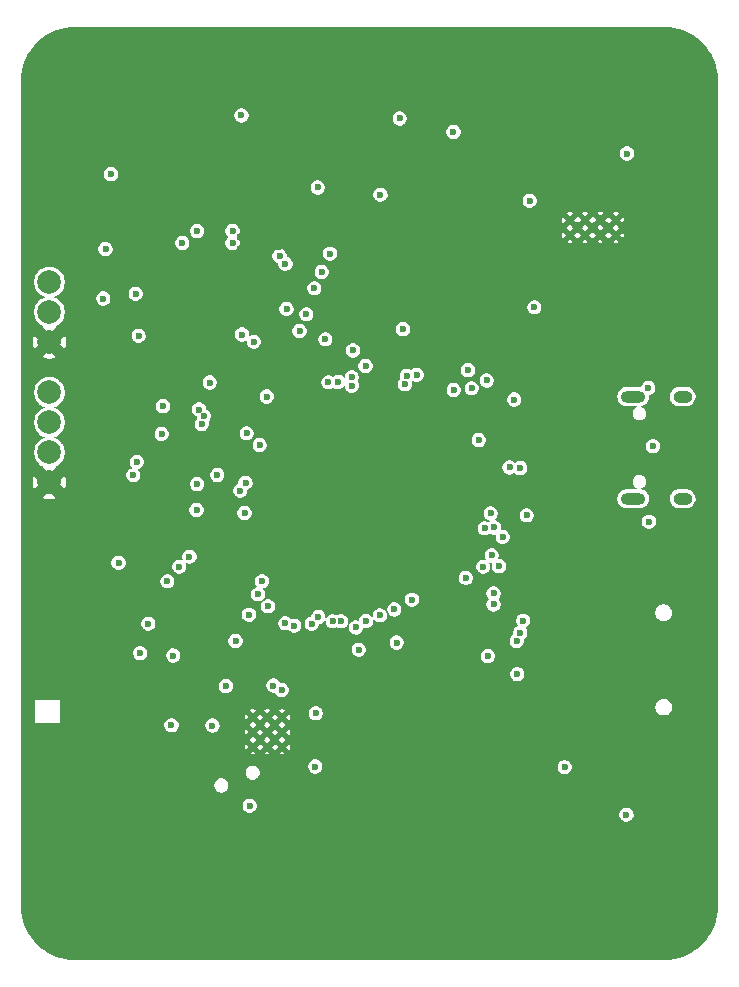
<source format=gbr>
%TF.GenerationSoftware,KiCad,Pcbnew,9.0.3*%
%TF.CreationDate,2025-09-14T01:16:20+07:00*%
%TF.ProjectId,CodeName0,436f6465-4e61-46d6-9530-2e6b69636164,rev?*%
%TF.SameCoordinates,Original*%
%TF.FileFunction,Copper,L2,Inr*%
%TF.FilePolarity,Positive*%
%FSLAX46Y46*%
G04 Gerber Fmt 4.6, Leading zero omitted, Abs format (unit mm)*
G04 Created by KiCad (PCBNEW 9.0.3) date 2025-09-14 01:16:20*
%MOMM*%
%LPD*%
G01*
G04 APERTURE LIST*
%TA.AperFunction,ComponentPad*%
%ADD10C,0.800000*%
%TD*%
%TA.AperFunction,ComponentPad*%
%ADD11C,7.400000*%
%TD*%
%TA.AperFunction,ComponentPad*%
%ADD12C,2.000000*%
%TD*%
%TA.AperFunction,HeatsinkPad*%
%ADD13O,2.100000X1.000000*%
%TD*%
%TA.AperFunction,HeatsinkPad*%
%ADD14O,1.600000X1.000000*%
%TD*%
%TA.AperFunction,ComponentPad*%
%ADD15C,0.500000*%
%TD*%
%TA.AperFunction,ViaPad*%
%ADD16C,0.600000*%
%TD*%
G04 APERTURE END LIST*
D10*
%TO.N,GND*%
%TO.C,REF\u002A\u002A*%
X152225000Y-135000000D03*
X153037779Y-133037779D03*
X153037779Y-136962221D03*
X155000000Y-132225000D03*
D11*
X155000000Y-135000000D03*
D10*
X155000000Y-137775000D03*
X156962221Y-133037779D03*
X156962221Y-136962221D03*
X157775000Y-135000000D03*
%TD*%
D12*
%TO.N,USB_UART_3V3*%
%TO.C,J9*%
X102900000Y-91450000D03*
%TO.N,ESP32_PROG_RX*%
X102900000Y-93990000D03*
%TO.N,ESP32_PROG_TX*%
X102900000Y-96530000D03*
%TO.N,GND*%
X102900000Y-99070000D03*
%TD*%
D10*
%TO.N,GND*%
%TO.C,REF\u002A\u002A*%
X102225000Y-65000000D03*
X103037779Y-63037779D03*
X103037779Y-66962221D03*
X105000000Y-62225000D03*
D11*
X105000000Y-65000000D03*
D10*
X105000000Y-67775000D03*
X106962221Y-63037779D03*
X106962221Y-66962221D03*
X107775000Y-65000000D03*
%TD*%
D13*
%TO.N,SHIELD*%
%TO.C,J3*%
X152320000Y-100440000D03*
D14*
X156500000Y-100440000D03*
D13*
X152320000Y-91800000D03*
D14*
X156500000Y-91800000D03*
%TD*%
D10*
%TO.N,GND*%
%TO.C,REF\u002A\u002A*%
X102225000Y-135000000D03*
X103037779Y-133037779D03*
X103037779Y-136962221D03*
X105000000Y-132225000D03*
D11*
X105000000Y-135000000D03*
D10*
X105000000Y-137775000D03*
X106962221Y-133037779D03*
X106962221Y-136962221D03*
X107775000Y-135000000D03*
%TD*%
D12*
%TO.N,SWDIO*%
%TO.C,J1*%
X102900000Y-82100000D03*
%TO.N,SWCLK*%
X102900000Y-84640000D03*
%TO.N,GND*%
X102900000Y-87180000D03*
%TD*%
D15*
%TO.N,GND*%
%TO.C,U1*%
X146950000Y-78125000D03*
X148250000Y-78125000D03*
X149550000Y-78125000D03*
X150850000Y-78125000D03*
X146950000Y-76825000D03*
X148250000Y-76825000D03*
X149550000Y-76825000D03*
X150850000Y-76825000D03*
%TD*%
D10*
%TO.N,GND*%
%TO.C,REF\u002A\u002A*%
X152262779Y-64962221D03*
X153075558Y-63000000D03*
X153075558Y-66924442D03*
X155037779Y-62187221D03*
D11*
X155037779Y-64962221D03*
D10*
X155037779Y-67737221D03*
X157000000Y-63000000D03*
X157000000Y-66924442D03*
X157812779Y-64962221D03*
%TD*%
D15*
%TO.N,GND*%
%TO.C,U6*%
X120100000Y-118945000D03*
X120100000Y-120195000D03*
X120100000Y-121445000D03*
X121350000Y-118945000D03*
X121350000Y-120195000D03*
X121350000Y-121445000D03*
X122600000Y-118945000D03*
X122600000Y-120195000D03*
X122600000Y-121445000D03*
%TD*%
D16*
%TO.N,GND*%
X121700000Y-108300000D03*
X132750000Y-73700000D03*
X114800000Y-119650000D03*
X115450000Y-102500000D03*
X117200000Y-106250000D03*
X111325000Y-112550000D03*
X110500829Y-92399171D03*
X157150000Y-130650000D03*
X120409620Y-98090380D03*
X112900000Y-68000000D03*
X148775000Y-72950000D03*
X148100000Y-101500000D03*
X110250000Y-116500000D03*
X102800000Y-121435000D03*
X135750000Y-111850000D03*
X152200000Y-79775000D03*
X142000000Y-94100000D03*
X150300000Y-67750000D03*
X106000000Y-87200000D03*
X107807446Y-93217554D03*
X132750000Y-82300000D03*
X102900000Y-101450000D03*
X159100000Y-85350000D03*
X121025000Y-90275000D03*
X131300000Y-89250000D03*
X119054732Y-78302053D03*
X146750000Y-128650000D03*
X113040000Y-86520000D03*
X121400000Y-126425000D03*
X110850000Y-119410000D03*
X127325000Y-118950000D03*
X111825000Y-107500000D03*
X140000000Y-115000000D03*
X146450000Y-92050000D03*
X102800000Y-115485000D03*
X122326446Y-79153554D03*
X120453554Y-111453554D03*
X113580000Y-92570000D03*
X118470000Y-111000000D03*
X108100000Y-76700000D03*
X120300000Y-101500000D03*
X144900000Y-103500000D03*
X119050000Y-79303053D03*
%TO.N,OSC_IN*%
X115400000Y-99200000D03*
X119500000Y-99100000D03*
%TO.N,OSC_OUT*%
X119056239Y-99765642D03*
X117100000Y-98450000D03*
%TO.N,+5V*%
X143950000Y-84250000D03*
X151750000Y-127200000D03*
%TO.N,ADC_VBATT*%
X132550000Y-68250000D03*
X120200000Y-87150000D03*
X125608785Y-74091385D03*
X122974000Y-84375000D03*
%TO.N,Net-(D2-A)*%
X154000000Y-96000000D03*
X153650000Y-102400000D03*
X153600000Y-91076000D03*
%TO.N,SWCLK*%
X110200000Y-83100000D03*
X138337651Y-89558975D03*
%TO.N,SWDIO*%
X107450000Y-83500000D03*
X139247560Y-95478413D03*
%TO.N,SDMMC_DAT3*%
X142246946Y-92054054D03*
X142750000Y-111800000D03*
%TO.N,SDMMC_DAT0*%
X139628554Y-106200000D03*
X139749331Y-102949199D03*
%TO.N,SDMMC_CMD*%
X142450000Y-112500000D03*
X142750000Y-97850000D03*
%TO.N,SDMMC_CLK*%
X134000000Y-89950000D03*
X141850000Y-97800000D03*
X142500000Y-115300000D03*
X138650000Y-91100000D03*
%TO.N,SDMMC_DAT2*%
X143000000Y-110774162D03*
X139917892Y-90432108D03*
%TO.N,SDMMC_DAT1*%
X141278554Y-103678554D03*
X140546159Y-102878007D03*
X140500000Y-109400000D03*
X140350000Y-105250000D03*
%TO.N,TIM_CH2*%
X129700000Y-110800000D03*
X125320000Y-82625000D03*
%TO.N,ADC_CURR*%
X119200000Y-86550000D03*
X126650000Y-79700000D03*
X114750000Y-105350000D03*
X113896446Y-106203554D03*
%TO.N,TIM_CH1*%
X128850000Y-111350000D03*
X125950000Y-81250000D03*
%TO.N,TIM_CH3*%
X130878554Y-110328554D03*
X124650000Y-84825000D03*
%TO.N,TIM_CH4*%
X132083554Y-109823554D03*
X124075000Y-86249000D03*
%TO.N,I2C1_SCL*%
X118400000Y-77775000D03*
X115400000Y-77775000D03*
%TO.N,I2C1_SDA*%
X114150000Y-78800000D03*
X118400000Y-78800000D03*
%TO.N,USART1_RX*%
X127344593Y-90571609D03*
X128600000Y-87892050D03*
%TO.N,USART3_TX*%
X133600000Y-108990919D03*
X132300000Y-112625000D03*
%TO.N,USART2_RX*%
X120550000Y-108550000D03*
X119800000Y-110275000D03*
%TO.N,USART2_TX*%
X111275000Y-111025000D03*
X120893288Y-107450000D03*
%TO.N,BOOT0*%
X126511492Y-90587038D03*
X129660000Y-89220000D03*
%TO.N,GPIO_BUZZER*%
X146525000Y-123175000D03*
X143301000Y-101850000D03*
%TO.N,GPIO_SPI_CS*%
X140250000Y-101700000D03*
X116470000Y-90610000D03*
X129075000Y-113227000D03*
%TO.N,GPIO_EXTI14*%
X119600000Y-94900000D03*
X122380000Y-79900000D03*
%TO.N,SPI1_SCK*%
X115550000Y-92896000D03*
X123630000Y-111201000D03*
%TO.N,GPIO_EXTI4*%
X122856178Y-110998012D03*
X112394135Y-94966310D03*
%TO.N,SPI1_MISO*%
X125662435Y-110472435D03*
X115797438Y-94134398D03*
%TO.N,SPI1_MOSI*%
X115970000Y-93456001D03*
X125096747Y-111038123D03*
%TO.N,+3.3V*%
X107650000Y-79300000D03*
X137100000Y-69400000D03*
X108100000Y-72950000D03*
X112505000Y-92595000D03*
X121300000Y-91800000D03*
X115350000Y-101400000D03*
X113375000Y-113725000D03*
X137125000Y-91250000D03*
X119418140Y-101651000D03*
X138150000Y-107150000D03*
X110450000Y-86650000D03*
X126250000Y-86950000D03*
X116700000Y-119650000D03*
X132828554Y-86078554D03*
X125450000Y-118625000D03*
X140499999Y-108467135D03*
X140016393Y-113766393D03*
X125400000Y-123125000D03*
X119850000Y-126450000D03*
X120700000Y-95900000D03*
X122880000Y-80565000D03*
X112875453Y-107449546D03*
X130925000Y-74700000D03*
X140950000Y-106150000D03*
X117850000Y-116300000D03*
X108750000Y-105875000D03*
X113225000Y-119625000D03*
X121400000Y-109550000D03*
X119150000Y-68000000D03*
%TO.N,Net-(U1-PH)*%
X143550000Y-75225000D03*
X151800000Y-71225000D03*
%TO.N,TIM3_CH2*%
X128500000Y-90882106D03*
%TO.N,TIM3_CH4*%
X127572095Y-110825967D03*
%TO.N,TIM3_CH3*%
X126871549Y-110819406D03*
%TO.N,TIM3_CH1*%
X128500000Y-90175000D03*
%TO.N,UART4_TX*%
X133000000Y-90744192D03*
%TO.N,UART4_RX*%
X133147252Y-90059855D03*
%TO.N,ESP32_EN*%
X117350000Y-122700000D03*
%TO.N,Net-(U7-S)*%
X109994446Y-98451554D03*
X110297000Y-97339894D03*
%TO.N,ESP32_TX*%
X121863909Y-116263909D03*
X118650000Y-112500000D03*
%TO.N,ESP32_RX*%
X110575000Y-113525000D03*
X122550000Y-116650000D03*
%TD*%
%TA.AperFunction,Conductor*%
%TO.N,GND*%
G36*
X155001076Y-60500547D02*
G01*
X155390019Y-60517528D01*
X155394263Y-60517899D01*
X155779210Y-60568578D01*
X155783413Y-60569319D01*
X156162477Y-60653356D01*
X156166599Y-60654461D01*
X156536890Y-60771213D01*
X156540877Y-60772663D01*
X156899601Y-60921252D01*
X156903460Y-60923052D01*
X157247857Y-61102335D01*
X157251559Y-61104472D01*
X157579007Y-61313078D01*
X157582508Y-61315530D01*
X157890518Y-61551875D01*
X157893793Y-61554622D01*
X158180049Y-61816927D01*
X158183072Y-61819950D01*
X158445377Y-62106206D01*
X158448124Y-62109481D01*
X158684469Y-62417491D01*
X158686921Y-62420992D01*
X158895527Y-62748440D01*
X158897664Y-62752142D01*
X159076947Y-63096539D01*
X159078752Y-63100409D01*
X159227331Y-63459110D01*
X159228789Y-63463117D01*
X159345537Y-63833397D01*
X159346644Y-63837526D01*
X159430679Y-64216585D01*
X159431421Y-64220794D01*
X159482099Y-64605728D01*
X159482471Y-64609987D01*
X159499453Y-64998923D01*
X159499500Y-65001060D01*
X159499500Y-134998939D01*
X159499453Y-135001076D01*
X159482471Y-135390012D01*
X159482099Y-135394271D01*
X159431421Y-135779205D01*
X159430679Y-135783414D01*
X159346644Y-136162473D01*
X159345537Y-136166602D01*
X159228789Y-136536882D01*
X159227327Y-136540900D01*
X159078754Y-136899586D01*
X159076947Y-136903460D01*
X158897664Y-137247857D01*
X158895527Y-137251559D01*
X158686921Y-137579007D01*
X158684469Y-137582508D01*
X158448124Y-137890518D01*
X158445377Y-137893793D01*
X158183072Y-138180049D01*
X158180049Y-138183072D01*
X157893793Y-138445377D01*
X157890518Y-138448124D01*
X157582508Y-138684469D01*
X157579007Y-138686921D01*
X157251559Y-138895527D01*
X157247857Y-138897664D01*
X156903460Y-139076947D01*
X156899586Y-139078754D01*
X156684559Y-139167821D01*
X156604621Y-139200933D01*
X156540900Y-139227327D01*
X156536882Y-139228789D01*
X156166602Y-139345537D01*
X156162473Y-139346644D01*
X155783414Y-139430679D01*
X155779205Y-139431421D01*
X155394271Y-139482099D01*
X155390012Y-139482471D01*
X155001076Y-139499453D01*
X154998939Y-139499500D01*
X105001061Y-139499500D01*
X104998924Y-139499453D01*
X104609987Y-139482471D01*
X104605728Y-139482099D01*
X104220794Y-139431421D01*
X104216585Y-139430679D01*
X103837526Y-139346644D01*
X103833397Y-139345537D01*
X103463117Y-139228789D01*
X103459110Y-139227331D01*
X103100409Y-139078752D01*
X103096539Y-139076947D01*
X102752142Y-138897664D01*
X102748440Y-138895527D01*
X102420992Y-138686921D01*
X102417491Y-138684469D01*
X102109481Y-138448124D01*
X102106206Y-138445377D01*
X101819950Y-138183072D01*
X101816927Y-138180049D01*
X101554622Y-137893793D01*
X101551875Y-137890518D01*
X101315530Y-137582508D01*
X101313078Y-137579007D01*
X101104472Y-137251559D01*
X101102335Y-137247857D01*
X100923052Y-136903460D01*
X100921252Y-136899601D01*
X100772663Y-136540877D01*
X100771210Y-136536882D01*
X100654462Y-136166602D01*
X100653355Y-136162473D01*
X100569320Y-135783414D01*
X100568578Y-135779205D01*
X100517900Y-135394271D01*
X100517528Y-135390012D01*
X100500547Y-135001076D01*
X100500500Y-134998939D01*
X100500500Y-127120939D01*
X151149500Y-127120939D01*
X151149500Y-127279060D01*
X151190422Y-127431782D01*
X151190423Y-127431786D01*
X151269475Y-127568709D01*
X151269478Y-127568713D01*
X151269480Y-127568716D01*
X151381284Y-127680520D01*
X151381287Y-127680521D01*
X151381290Y-127680524D01*
X151518213Y-127759576D01*
X151518215Y-127759576D01*
X151518216Y-127759577D01*
X151638665Y-127791851D01*
X151670939Y-127800499D01*
X151670940Y-127800500D01*
X151670943Y-127800500D01*
X151829060Y-127800500D01*
X151829060Y-127800499D01*
X151981784Y-127759577D01*
X152118716Y-127680520D01*
X152230520Y-127568716D01*
X152309577Y-127431784D01*
X152350499Y-127279060D01*
X152350500Y-127279060D01*
X152350500Y-127120940D01*
X152350499Y-127120939D01*
X152331625Y-127050499D01*
X152309577Y-126968216D01*
X152309576Y-126968215D01*
X152309576Y-126968213D01*
X152230524Y-126831290D01*
X152230521Y-126831287D01*
X152230520Y-126831284D01*
X152118716Y-126719480D01*
X152118713Y-126719478D01*
X152118709Y-126719475D01*
X151981786Y-126640423D01*
X151981782Y-126640422D01*
X151829060Y-126599500D01*
X151829057Y-126599500D01*
X151670943Y-126599500D01*
X151670940Y-126599500D01*
X151518217Y-126640422D01*
X151518213Y-126640423D01*
X151381290Y-126719475D01*
X151381281Y-126719482D01*
X151269482Y-126831281D01*
X151269475Y-126831290D01*
X151190423Y-126968213D01*
X151190422Y-126968217D01*
X151149500Y-127120939D01*
X100500500Y-127120939D01*
X100500500Y-126370939D01*
X119249500Y-126370939D01*
X119249500Y-126529060D01*
X119290422Y-126681782D01*
X119290423Y-126681786D01*
X119369475Y-126818709D01*
X119369478Y-126818713D01*
X119369480Y-126818716D01*
X119481284Y-126930520D01*
X119481287Y-126930521D01*
X119481290Y-126930524D01*
X119618213Y-127009576D01*
X119618215Y-127009576D01*
X119618216Y-127009577D01*
X119738665Y-127041851D01*
X119770939Y-127050499D01*
X119770940Y-127050500D01*
X119770943Y-127050500D01*
X119929060Y-127050500D01*
X119929060Y-127050499D01*
X120081784Y-127009577D01*
X120218716Y-126930520D01*
X120330520Y-126818716D01*
X120387812Y-126719482D01*
X120409576Y-126681786D01*
X120409576Y-126681785D01*
X120409577Y-126681784D01*
X120450499Y-126529060D01*
X120450500Y-126529060D01*
X120450500Y-126370940D01*
X120450499Y-126370939D01*
X120409577Y-126218217D01*
X120409576Y-126218213D01*
X120330524Y-126081290D01*
X120330521Y-126081287D01*
X120330520Y-126081284D01*
X120218716Y-125969480D01*
X120218713Y-125969478D01*
X120218709Y-125969475D01*
X120081786Y-125890423D01*
X120081782Y-125890422D01*
X119929060Y-125849500D01*
X119929057Y-125849500D01*
X119770943Y-125849500D01*
X119770940Y-125849500D01*
X119618217Y-125890422D01*
X119618213Y-125890423D01*
X119481290Y-125969475D01*
X119481281Y-125969482D01*
X119369482Y-126081281D01*
X119369475Y-126081290D01*
X119290423Y-126218213D01*
X119290422Y-126218217D01*
X119249500Y-126370939D01*
X100500500Y-126370939D01*
X100500500Y-124650939D01*
X116839500Y-124650939D01*
X116839500Y-124809060D01*
X116880422Y-124961782D01*
X116880423Y-124961786D01*
X116959475Y-125098709D01*
X116959478Y-125098713D01*
X116959480Y-125098716D01*
X117071284Y-125210520D01*
X117071287Y-125210521D01*
X117071290Y-125210524D01*
X117208213Y-125289576D01*
X117208215Y-125289576D01*
X117208216Y-125289577D01*
X117328665Y-125321851D01*
X117360939Y-125330499D01*
X117360940Y-125330500D01*
X117360943Y-125330500D01*
X117519060Y-125330500D01*
X117519060Y-125330499D01*
X117671784Y-125289577D01*
X117808716Y-125210520D01*
X117920520Y-125098716D01*
X117999577Y-124961784D01*
X118040499Y-124809060D01*
X118040500Y-124809060D01*
X118040500Y-124650940D01*
X118040499Y-124650939D01*
X117999577Y-124498217D01*
X117999576Y-124498213D01*
X117920524Y-124361290D01*
X117920521Y-124361287D01*
X117920520Y-124361284D01*
X117808716Y-124249480D01*
X117808713Y-124249478D01*
X117808709Y-124249475D01*
X117671786Y-124170423D01*
X117671782Y-124170422D01*
X117519060Y-124129500D01*
X117519057Y-124129500D01*
X117360943Y-124129500D01*
X117360940Y-124129500D01*
X117208217Y-124170422D01*
X117208213Y-124170423D01*
X117071290Y-124249475D01*
X117071281Y-124249482D01*
X116959482Y-124361281D01*
X116959475Y-124361290D01*
X116880423Y-124498213D01*
X116880422Y-124498217D01*
X116839500Y-124650939D01*
X100500500Y-124650939D01*
X100500500Y-123570939D01*
X119499500Y-123570939D01*
X119499500Y-123729060D01*
X119540422Y-123881782D01*
X119540423Y-123881786D01*
X119619475Y-124018709D01*
X119619478Y-124018713D01*
X119619480Y-124018716D01*
X119731284Y-124130520D01*
X119731287Y-124130521D01*
X119731290Y-124130524D01*
X119868213Y-124209576D01*
X119868215Y-124209576D01*
X119868216Y-124209577D01*
X119988665Y-124241851D01*
X120020939Y-124250499D01*
X120020940Y-124250500D01*
X120020943Y-124250500D01*
X120179060Y-124250500D01*
X120179060Y-124250499D01*
X120331784Y-124209577D01*
X120468716Y-124130520D01*
X120580520Y-124018716D01*
X120659577Y-123881784D01*
X120700499Y-123729060D01*
X120700500Y-123729060D01*
X120700500Y-123570940D01*
X120700499Y-123570939D01*
X120659577Y-123418217D01*
X120659576Y-123418213D01*
X120580524Y-123281290D01*
X120580521Y-123281287D01*
X120580520Y-123281284D01*
X120468716Y-123169480D01*
X120468713Y-123169478D01*
X120468709Y-123169475D01*
X120331785Y-123090423D01*
X120330433Y-123090061D01*
X120330432Y-123090060D01*
X120179060Y-123049500D01*
X120179057Y-123049500D01*
X120020943Y-123049500D01*
X120020940Y-123049500D01*
X119868217Y-123090422D01*
X119868213Y-123090423D01*
X119731290Y-123169475D01*
X119731281Y-123169482D01*
X119619482Y-123281281D01*
X119619475Y-123281290D01*
X119540423Y-123418213D01*
X119540422Y-123418217D01*
X119499500Y-123570939D01*
X100500500Y-123570939D01*
X100500500Y-123045939D01*
X124799500Y-123045939D01*
X124799500Y-123204060D01*
X124840422Y-123356782D01*
X124840423Y-123356786D01*
X124919475Y-123493709D01*
X124919478Y-123493713D01*
X124919480Y-123493716D01*
X125031284Y-123605520D01*
X125031287Y-123605521D01*
X125031290Y-123605524D01*
X125168213Y-123684576D01*
X125168215Y-123684576D01*
X125168216Y-123684577D01*
X125288665Y-123716851D01*
X125320939Y-123725499D01*
X125320940Y-123725500D01*
X125320943Y-123725500D01*
X125479060Y-123725500D01*
X125479060Y-123725499D01*
X125631784Y-123684577D01*
X125768716Y-123605520D01*
X125880520Y-123493716D01*
X125959577Y-123356784D01*
X126000499Y-123204060D01*
X126000500Y-123204060D01*
X126000500Y-123095939D01*
X145924500Y-123095939D01*
X145924500Y-123254060D01*
X145965422Y-123406782D01*
X145965423Y-123406786D01*
X146044475Y-123543709D01*
X146044478Y-123543713D01*
X146044480Y-123543716D01*
X146156284Y-123655520D01*
X146156287Y-123655521D01*
X146156290Y-123655524D01*
X146293213Y-123734576D01*
X146293215Y-123734576D01*
X146293216Y-123734577D01*
X146413665Y-123766851D01*
X146445939Y-123775499D01*
X146445940Y-123775500D01*
X146445943Y-123775500D01*
X146604060Y-123775500D01*
X146604060Y-123775499D01*
X146756784Y-123734577D01*
X146893716Y-123655520D01*
X147005520Y-123543716D01*
X147084577Y-123406784D01*
X147125499Y-123254060D01*
X147125500Y-123254060D01*
X147125500Y-123095940D01*
X147125499Y-123095939D01*
X147084577Y-122943217D01*
X147084576Y-122943213D01*
X147005524Y-122806290D01*
X147005521Y-122806287D01*
X147005520Y-122806284D01*
X146893716Y-122694480D01*
X146893713Y-122694478D01*
X146893709Y-122694475D01*
X146756786Y-122615423D01*
X146756782Y-122615422D01*
X146604060Y-122574500D01*
X146604057Y-122574500D01*
X146445943Y-122574500D01*
X146445940Y-122574500D01*
X146293217Y-122615422D01*
X146293213Y-122615423D01*
X146156290Y-122694475D01*
X146156281Y-122694482D01*
X146044482Y-122806281D01*
X146044475Y-122806290D01*
X145965423Y-122943213D01*
X145965422Y-122943217D01*
X145924500Y-123095939D01*
X126000500Y-123095939D01*
X126000500Y-123045940D01*
X126000499Y-123045939D01*
X125972974Y-122943216D01*
X125959577Y-122893216D01*
X125959576Y-122893215D01*
X125959576Y-122893213D01*
X125880524Y-122756290D01*
X125880521Y-122756287D01*
X125880520Y-122756284D01*
X125768716Y-122644480D01*
X125768713Y-122644478D01*
X125768709Y-122644475D01*
X125631786Y-122565423D01*
X125631782Y-122565422D01*
X125479060Y-122524500D01*
X125479057Y-122524500D01*
X125320943Y-122524500D01*
X125320940Y-122524500D01*
X125168217Y-122565422D01*
X125168213Y-122565423D01*
X125031290Y-122644475D01*
X125031281Y-122644482D01*
X124919482Y-122756281D01*
X124919475Y-122756290D01*
X124840423Y-122893213D01*
X124840422Y-122893217D01*
X124799500Y-123045939D01*
X100500500Y-123045939D01*
X100500500Y-122046039D01*
X119852511Y-122046039D01*
X119852511Y-122046041D01*
X119910398Y-122070019D01*
X119910404Y-122070021D01*
X120035984Y-122095000D01*
X120164016Y-122095000D01*
X120289597Y-122070020D01*
X120347487Y-122046041D01*
X120347487Y-122046039D01*
X121102511Y-122046039D01*
X121102511Y-122046041D01*
X121160398Y-122070019D01*
X121160404Y-122070021D01*
X121285984Y-122095000D01*
X121414016Y-122095000D01*
X121539597Y-122070020D01*
X121597487Y-122046041D01*
X121597487Y-122046039D01*
X122352511Y-122046039D01*
X122352511Y-122046041D01*
X122410398Y-122070019D01*
X122410404Y-122070021D01*
X122535984Y-122095000D01*
X122664016Y-122095000D01*
X122789597Y-122070020D01*
X122847487Y-122046041D01*
X122847487Y-122046039D01*
X122600000Y-121798553D01*
X122352511Y-122046039D01*
X121597487Y-122046039D01*
X121350000Y-121798553D01*
X121102511Y-122046039D01*
X120347487Y-122046039D01*
X120100000Y-121798553D01*
X119852511Y-122046039D01*
X100500500Y-122046039D01*
X100500500Y-121380984D01*
X119450000Y-121380984D01*
X119450000Y-121509015D01*
X119474978Y-121634595D01*
X119474980Y-121634601D01*
X119498958Y-121692487D01*
X119746446Y-121445000D01*
X119746446Y-121444999D01*
X119716610Y-121415163D01*
X119950000Y-121415163D01*
X119950000Y-121474837D01*
X119972836Y-121529968D01*
X120015032Y-121572164D01*
X120070163Y-121595000D01*
X120129837Y-121595000D01*
X120184968Y-121572164D01*
X120227164Y-121529968D01*
X120250000Y-121474837D01*
X120250000Y-121444999D01*
X120453553Y-121444999D01*
X120453553Y-121445000D01*
X120701040Y-121692488D01*
X120715439Y-121689624D01*
X120734559Y-121689624D01*
X120748957Y-121692488D01*
X120996446Y-121445000D01*
X120996446Y-121444999D01*
X120966610Y-121415163D01*
X121200000Y-121415163D01*
X121200000Y-121474837D01*
X121222836Y-121529968D01*
X121265032Y-121572164D01*
X121320163Y-121595000D01*
X121379837Y-121595000D01*
X121434968Y-121572164D01*
X121477164Y-121529968D01*
X121500000Y-121474837D01*
X121500000Y-121444999D01*
X121703553Y-121444999D01*
X121703553Y-121445000D01*
X121951040Y-121692488D01*
X121965439Y-121689624D01*
X121984559Y-121689624D01*
X121998957Y-121692488D01*
X122246446Y-121445000D01*
X122246446Y-121444999D01*
X122216610Y-121415163D01*
X122450000Y-121415163D01*
X122450000Y-121474837D01*
X122472836Y-121529968D01*
X122515032Y-121572164D01*
X122570163Y-121595000D01*
X122629837Y-121595000D01*
X122684968Y-121572164D01*
X122727164Y-121529968D01*
X122750000Y-121474837D01*
X122750000Y-121444999D01*
X122953553Y-121444999D01*
X122953553Y-121445000D01*
X123201039Y-121692487D01*
X123201041Y-121692487D01*
X123225020Y-121634597D01*
X123250000Y-121509015D01*
X123250000Y-121380984D01*
X123225021Y-121255404D01*
X123225019Y-121255398D01*
X123201041Y-121197511D01*
X123201039Y-121197511D01*
X122953553Y-121444999D01*
X122750000Y-121444999D01*
X122750000Y-121415163D01*
X122727164Y-121360032D01*
X122684968Y-121317836D01*
X122629837Y-121295000D01*
X122570163Y-121295000D01*
X122515032Y-121317836D01*
X122472836Y-121360032D01*
X122450000Y-121415163D01*
X122216610Y-121415163D01*
X121998957Y-121197510D01*
X121984558Y-121200375D01*
X121965440Y-121200375D01*
X121951040Y-121197510D01*
X121703553Y-121444999D01*
X121500000Y-121444999D01*
X121500000Y-121415163D01*
X121477164Y-121360032D01*
X121434968Y-121317836D01*
X121379837Y-121295000D01*
X121320163Y-121295000D01*
X121265032Y-121317836D01*
X121222836Y-121360032D01*
X121200000Y-121415163D01*
X120966610Y-121415163D01*
X120748957Y-121197510D01*
X120734558Y-121200375D01*
X120715440Y-121200375D01*
X120701040Y-121197510D01*
X120453553Y-121444999D01*
X120250000Y-121444999D01*
X120250000Y-121415163D01*
X120227164Y-121360032D01*
X120184968Y-121317836D01*
X120129837Y-121295000D01*
X120070163Y-121295000D01*
X120015032Y-121317836D01*
X119972836Y-121360032D01*
X119950000Y-121415163D01*
X119716610Y-121415163D01*
X119498958Y-121197511D01*
X119498957Y-121197511D01*
X119474979Y-121255400D01*
X119474979Y-121255401D01*
X119450000Y-121380984D01*
X100500500Y-121380984D01*
X100500500Y-120796040D01*
X119852510Y-120796040D01*
X119855375Y-120810440D01*
X119855375Y-120829558D01*
X119852510Y-120843957D01*
X120099999Y-121091446D01*
X120347488Y-120843957D01*
X120344624Y-120829559D01*
X120344624Y-120810439D01*
X120347488Y-120796040D01*
X121102510Y-120796040D01*
X121105375Y-120810440D01*
X121105375Y-120829558D01*
X121102510Y-120843957D01*
X121349999Y-121091446D01*
X121597488Y-120843957D01*
X121594624Y-120829559D01*
X121594624Y-120810439D01*
X121597488Y-120796040D01*
X122352510Y-120796040D01*
X122355375Y-120810440D01*
X122355375Y-120829558D01*
X122352510Y-120843957D01*
X122599999Y-121091446D01*
X122847488Y-120843957D01*
X122844624Y-120829559D01*
X122844624Y-120810439D01*
X122847488Y-120796040D01*
X122600000Y-120548553D01*
X122352510Y-120796040D01*
X121597488Y-120796040D01*
X121350000Y-120548553D01*
X121102510Y-120796040D01*
X120347488Y-120796040D01*
X120100000Y-120548553D01*
X119852510Y-120796040D01*
X100500500Y-120796040D01*
X100500500Y-119545939D01*
X112624500Y-119545939D01*
X112624500Y-119704060D01*
X112665422Y-119856782D01*
X112665423Y-119856786D01*
X112744475Y-119993709D01*
X112744478Y-119993713D01*
X112744480Y-119993716D01*
X112856284Y-120105520D01*
X112856287Y-120105521D01*
X112856290Y-120105524D01*
X112993213Y-120184576D01*
X112993215Y-120184576D01*
X112993216Y-120184577D01*
X113113665Y-120216851D01*
X113145939Y-120225499D01*
X113145940Y-120225500D01*
X113145943Y-120225500D01*
X113304060Y-120225500D01*
X113304060Y-120225499D01*
X113456784Y-120184577D01*
X113490411Y-120165163D01*
X113593709Y-120105524D01*
X113593708Y-120105524D01*
X113593716Y-120105520D01*
X113705520Y-119993716D01*
X113784577Y-119856784D01*
X113825499Y-119704060D01*
X113825500Y-119704060D01*
X113825500Y-119570939D01*
X116099500Y-119570939D01*
X116099500Y-119729060D01*
X116140422Y-119881782D01*
X116140423Y-119881786D01*
X116219475Y-120018709D01*
X116219478Y-120018713D01*
X116219480Y-120018716D01*
X116331284Y-120130520D01*
X116331287Y-120130521D01*
X116331290Y-120130524D01*
X116468213Y-120209576D01*
X116468215Y-120209576D01*
X116468216Y-120209577D01*
X116527638Y-120225499D01*
X116620939Y-120250499D01*
X116620940Y-120250500D01*
X116620943Y-120250500D01*
X116779060Y-120250500D01*
X116779060Y-120250499D01*
X116931784Y-120209577D01*
X116957033Y-120195000D01*
X117067912Y-120130984D01*
X119450000Y-120130984D01*
X119450000Y-120259015D01*
X119474978Y-120384595D01*
X119474980Y-120384601D01*
X119498958Y-120442487D01*
X119746446Y-120195000D01*
X119746446Y-120194999D01*
X119716610Y-120165163D01*
X119950000Y-120165163D01*
X119950000Y-120224837D01*
X119972836Y-120279968D01*
X120015032Y-120322164D01*
X120070163Y-120345000D01*
X120129837Y-120345000D01*
X120184968Y-120322164D01*
X120227164Y-120279968D01*
X120250000Y-120224837D01*
X120250000Y-120194999D01*
X120453553Y-120194999D01*
X120453553Y-120195000D01*
X120701040Y-120442488D01*
X120715439Y-120439624D01*
X120734559Y-120439624D01*
X120748957Y-120442488D01*
X120996446Y-120195000D01*
X120996446Y-120194999D01*
X120966610Y-120165163D01*
X121200000Y-120165163D01*
X121200000Y-120224837D01*
X121222836Y-120279968D01*
X121265032Y-120322164D01*
X121320163Y-120345000D01*
X121379837Y-120345000D01*
X121434968Y-120322164D01*
X121477164Y-120279968D01*
X121500000Y-120224837D01*
X121500000Y-120194999D01*
X121703553Y-120194999D01*
X121703553Y-120195000D01*
X121951040Y-120442488D01*
X121965439Y-120439624D01*
X121984559Y-120439624D01*
X121998957Y-120442488D01*
X122246446Y-120195000D01*
X122246446Y-120194999D01*
X122216610Y-120165163D01*
X122450000Y-120165163D01*
X122450000Y-120224837D01*
X122472836Y-120279968D01*
X122515032Y-120322164D01*
X122570163Y-120345000D01*
X122629837Y-120345000D01*
X122684968Y-120322164D01*
X122727164Y-120279968D01*
X122750000Y-120224837D01*
X122750000Y-120194999D01*
X122953553Y-120194999D01*
X122953553Y-120195000D01*
X123201039Y-120442487D01*
X123201041Y-120442487D01*
X123225020Y-120384597D01*
X123250000Y-120259015D01*
X123250000Y-120130984D01*
X123225021Y-120005404D01*
X123225019Y-120005398D01*
X123201041Y-119947511D01*
X123201039Y-119947511D01*
X122953553Y-120194999D01*
X122750000Y-120194999D01*
X122750000Y-120165163D01*
X122727164Y-120110032D01*
X122684968Y-120067836D01*
X122629837Y-120045000D01*
X122570163Y-120045000D01*
X122515032Y-120067836D01*
X122472836Y-120110032D01*
X122450000Y-120165163D01*
X122216610Y-120165163D01*
X121998957Y-119947510D01*
X121984558Y-119950375D01*
X121965440Y-119950375D01*
X121951040Y-119947510D01*
X121703553Y-120194999D01*
X121500000Y-120194999D01*
X121500000Y-120165163D01*
X121477164Y-120110032D01*
X121434968Y-120067836D01*
X121379837Y-120045000D01*
X121320163Y-120045000D01*
X121265032Y-120067836D01*
X121222836Y-120110032D01*
X121200000Y-120165163D01*
X120966610Y-120165163D01*
X120748957Y-119947510D01*
X120734558Y-119950375D01*
X120715440Y-119950375D01*
X120701040Y-119947510D01*
X120453553Y-120194999D01*
X120250000Y-120194999D01*
X120250000Y-120165163D01*
X120227164Y-120110032D01*
X120184968Y-120067836D01*
X120129837Y-120045000D01*
X120070163Y-120045000D01*
X120015032Y-120067836D01*
X119972836Y-120110032D01*
X119950000Y-120165163D01*
X119716610Y-120165163D01*
X119498958Y-119947511D01*
X119498957Y-119947511D01*
X119474979Y-120005400D01*
X119474979Y-120005401D01*
X119450000Y-120130984D01*
X117067912Y-120130984D01*
X117068709Y-120130524D01*
X117068708Y-120130524D01*
X117068716Y-120130520D01*
X117180520Y-120018716D01*
X117259577Y-119881784D01*
X117300499Y-119729060D01*
X117300500Y-119729060D01*
X117300500Y-119570940D01*
X117300499Y-119570939D01*
X117293828Y-119546040D01*
X119852510Y-119546040D01*
X119855375Y-119560440D01*
X119855375Y-119579558D01*
X119852510Y-119593957D01*
X120099999Y-119841446D01*
X120347488Y-119593957D01*
X120344624Y-119579559D01*
X120344624Y-119560439D01*
X120347488Y-119546040D01*
X121102510Y-119546040D01*
X121105375Y-119560440D01*
X121105375Y-119579558D01*
X121102510Y-119593957D01*
X121349999Y-119841446D01*
X121597488Y-119593957D01*
X121594624Y-119579559D01*
X121594624Y-119560439D01*
X121597488Y-119546040D01*
X122352510Y-119546040D01*
X122355375Y-119560440D01*
X122355375Y-119579558D01*
X122352510Y-119593957D01*
X122599999Y-119841446D01*
X122847488Y-119593957D01*
X122844624Y-119579559D01*
X122844624Y-119560439D01*
X122847488Y-119546040D01*
X122600000Y-119298553D01*
X122352510Y-119546040D01*
X121597488Y-119546040D01*
X121350000Y-119298553D01*
X121102510Y-119546040D01*
X120347488Y-119546040D01*
X120100000Y-119298553D01*
X119852510Y-119546040D01*
X117293828Y-119546040D01*
X117292905Y-119542594D01*
X117259577Y-119418217D01*
X117259576Y-119418213D01*
X117180524Y-119281290D01*
X117180521Y-119281287D01*
X117180520Y-119281284D01*
X117068716Y-119169480D01*
X117068713Y-119169478D01*
X117068709Y-119169475D01*
X116931786Y-119090423D01*
X116931782Y-119090422D01*
X116779060Y-119049500D01*
X116779057Y-119049500D01*
X116620943Y-119049500D01*
X116620940Y-119049500D01*
X116468217Y-119090422D01*
X116468213Y-119090423D01*
X116331290Y-119169475D01*
X116331281Y-119169482D01*
X116219482Y-119281281D01*
X116219475Y-119281290D01*
X116140423Y-119418213D01*
X116140422Y-119418217D01*
X116099500Y-119570939D01*
X113825500Y-119570939D01*
X113825500Y-119545940D01*
X113825499Y-119545939D01*
X113784577Y-119393217D01*
X113784576Y-119393213D01*
X113705524Y-119256290D01*
X113705521Y-119256287D01*
X113705520Y-119256284D01*
X113593716Y-119144480D01*
X113593713Y-119144478D01*
X113593709Y-119144475D01*
X113456786Y-119065423D01*
X113456782Y-119065422D01*
X113304060Y-119024500D01*
X113304057Y-119024500D01*
X113145943Y-119024500D01*
X113145940Y-119024500D01*
X112993217Y-119065422D01*
X112993213Y-119065423D01*
X112856290Y-119144475D01*
X112856281Y-119144482D01*
X112744482Y-119256281D01*
X112744475Y-119256290D01*
X112665423Y-119393213D01*
X112665422Y-119393217D01*
X112624500Y-119545939D01*
X100500500Y-119545939D01*
X100500500Y-119410000D01*
X101700000Y-119410000D01*
X103790000Y-119410000D01*
X103790000Y-118880984D01*
X119450000Y-118880984D01*
X119450000Y-119009015D01*
X119474978Y-119134595D01*
X119474980Y-119134601D01*
X119498958Y-119192487D01*
X119746446Y-118945000D01*
X119746446Y-118944999D01*
X119716610Y-118915163D01*
X119950000Y-118915163D01*
X119950000Y-118974837D01*
X119972836Y-119029968D01*
X120015032Y-119072164D01*
X120070163Y-119095000D01*
X120129837Y-119095000D01*
X120184968Y-119072164D01*
X120227164Y-119029968D01*
X120250000Y-118974837D01*
X120250000Y-118944999D01*
X120453553Y-118944999D01*
X120453553Y-118945000D01*
X120701040Y-119192488D01*
X120715439Y-119189624D01*
X120734559Y-119189624D01*
X120748957Y-119192488D01*
X120996446Y-118945000D01*
X120996446Y-118944999D01*
X120966610Y-118915163D01*
X121200000Y-118915163D01*
X121200000Y-118974837D01*
X121222836Y-119029968D01*
X121265032Y-119072164D01*
X121320163Y-119095000D01*
X121379837Y-119095000D01*
X121434968Y-119072164D01*
X121477164Y-119029968D01*
X121500000Y-118974837D01*
X121500000Y-118944999D01*
X121703553Y-118944999D01*
X121703553Y-118945000D01*
X121951040Y-119192488D01*
X121965439Y-119189624D01*
X121984559Y-119189624D01*
X121998957Y-119192488D01*
X122246446Y-118945000D01*
X122246446Y-118944999D01*
X122216610Y-118915163D01*
X122450000Y-118915163D01*
X122450000Y-118974837D01*
X122472836Y-119029968D01*
X122515032Y-119072164D01*
X122570163Y-119095000D01*
X122629837Y-119095000D01*
X122684968Y-119072164D01*
X122727164Y-119029968D01*
X122750000Y-118974837D01*
X122750000Y-118944999D01*
X122953553Y-118944999D01*
X122953553Y-118945000D01*
X123201039Y-119192487D01*
X123201041Y-119192487D01*
X123225020Y-119134597D01*
X123250000Y-119009015D01*
X123250000Y-118880984D01*
X123225021Y-118755404D01*
X123225019Y-118755398D01*
X123201041Y-118697511D01*
X123201039Y-118697511D01*
X122953553Y-118944999D01*
X122750000Y-118944999D01*
X122750000Y-118915163D01*
X122727164Y-118860032D01*
X122684968Y-118817836D01*
X122629837Y-118795000D01*
X122570163Y-118795000D01*
X122515032Y-118817836D01*
X122472836Y-118860032D01*
X122450000Y-118915163D01*
X122216610Y-118915163D01*
X121998957Y-118697510D01*
X121984558Y-118700375D01*
X121965440Y-118700375D01*
X121951040Y-118697510D01*
X121703553Y-118944999D01*
X121500000Y-118944999D01*
X121500000Y-118915163D01*
X121477164Y-118860032D01*
X121434968Y-118817836D01*
X121379837Y-118795000D01*
X121320163Y-118795000D01*
X121265032Y-118817836D01*
X121222836Y-118860032D01*
X121200000Y-118915163D01*
X120966610Y-118915163D01*
X120748957Y-118697510D01*
X120734558Y-118700375D01*
X120715440Y-118700375D01*
X120701040Y-118697510D01*
X120453553Y-118944999D01*
X120250000Y-118944999D01*
X120250000Y-118915163D01*
X120227164Y-118860032D01*
X120184968Y-118817836D01*
X120129837Y-118795000D01*
X120070163Y-118795000D01*
X120015032Y-118817836D01*
X119972836Y-118860032D01*
X119950000Y-118915163D01*
X119716610Y-118915163D01*
X119498958Y-118697511D01*
X119498957Y-118697511D01*
X119474979Y-118755400D01*
X119474979Y-118755401D01*
X119450000Y-118880984D01*
X103790000Y-118880984D01*
X103790000Y-118343957D01*
X119852511Y-118343957D01*
X119852511Y-118343958D01*
X120099999Y-118591446D01*
X120347487Y-118343958D01*
X120347485Y-118343957D01*
X121102511Y-118343957D01*
X121102511Y-118343958D01*
X121349999Y-118591446D01*
X121597487Y-118343958D01*
X121597485Y-118343957D01*
X122352511Y-118343957D01*
X122352511Y-118343958D01*
X122599999Y-118591446D01*
X122645507Y-118545939D01*
X124849500Y-118545939D01*
X124849500Y-118704060D01*
X124890422Y-118856782D01*
X124890423Y-118856786D01*
X124969475Y-118993709D01*
X124969478Y-118993713D01*
X124969480Y-118993716D01*
X125081284Y-119105520D01*
X125081287Y-119105521D01*
X125081290Y-119105524D01*
X125218213Y-119184576D01*
X125218215Y-119184576D01*
X125218216Y-119184577D01*
X125338665Y-119216851D01*
X125370939Y-119225499D01*
X125370940Y-119225500D01*
X125370943Y-119225500D01*
X125529060Y-119225500D01*
X125529060Y-119225499D01*
X125681784Y-119184577D01*
X125818716Y-119105520D01*
X125930520Y-118993716D01*
X126009577Y-118856784D01*
X126050499Y-118704060D01*
X126050500Y-118704060D01*
X126050500Y-118545940D01*
X126050499Y-118545939D01*
X126009577Y-118393217D01*
X126009576Y-118393213D01*
X125930524Y-118256290D01*
X125930521Y-118256287D01*
X125930520Y-118256284D01*
X125818716Y-118144480D01*
X125818713Y-118144478D01*
X125818709Y-118144475D01*
X125691505Y-118071035D01*
X125681786Y-118065423D01*
X125681782Y-118065422D01*
X125553322Y-118031001D01*
X154199500Y-118031001D01*
X154199500Y-118168998D01*
X154226417Y-118304318D01*
X154226420Y-118304329D01*
X154242835Y-118343958D01*
X154279225Y-118431811D01*
X154310137Y-118478074D01*
X154355883Y-118546539D01*
X154453460Y-118644116D01*
X154499102Y-118674613D01*
X154568189Y-118720775D01*
X154695672Y-118773580D01*
X154695678Y-118773581D01*
X154695681Y-118773582D01*
X154831001Y-118800499D01*
X154831007Y-118800500D01*
X154968993Y-118800500D01*
X155104328Y-118773580D01*
X155231811Y-118720775D01*
X155346542Y-118644114D01*
X155444114Y-118546542D01*
X155520775Y-118431811D01*
X155573580Y-118304328D01*
X155600500Y-118168993D01*
X155600500Y-118031007D01*
X155573580Y-117895672D01*
X155520775Y-117768189D01*
X155474613Y-117699102D01*
X155444116Y-117653460D01*
X155346539Y-117555883D01*
X155277869Y-117510000D01*
X155231811Y-117479225D01*
X155231808Y-117479223D01*
X155231807Y-117479223D01*
X155104329Y-117426420D01*
X155104318Y-117426417D01*
X154968998Y-117399500D01*
X154968993Y-117399500D01*
X154831007Y-117399500D01*
X154831001Y-117399500D01*
X154695681Y-117426417D01*
X154695670Y-117426420D01*
X154568192Y-117479223D01*
X154453460Y-117555883D01*
X154355883Y-117653460D01*
X154279223Y-117768192D01*
X154226420Y-117895670D01*
X154226417Y-117895681D01*
X154199500Y-118031001D01*
X125553322Y-118031001D01*
X125529060Y-118024500D01*
X125529057Y-118024500D01*
X125370943Y-118024500D01*
X125370940Y-118024500D01*
X125218217Y-118065422D01*
X125218213Y-118065423D01*
X125081290Y-118144475D01*
X125081281Y-118144482D01*
X124969482Y-118256281D01*
X124969475Y-118256290D01*
X124890423Y-118393213D01*
X124890422Y-118393217D01*
X124849500Y-118545939D01*
X122645507Y-118545939D01*
X122683363Y-118508083D01*
X122847487Y-118343958D01*
X122789601Y-118319980D01*
X122789595Y-118319978D01*
X122664016Y-118295000D01*
X122535984Y-118295000D01*
X122410401Y-118319979D01*
X122410400Y-118319979D01*
X122352511Y-118343957D01*
X121597485Y-118343957D01*
X121539601Y-118319980D01*
X121539595Y-118319978D01*
X121414016Y-118295000D01*
X121285984Y-118295000D01*
X121160401Y-118319979D01*
X121160400Y-118319979D01*
X121102511Y-118343957D01*
X120347485Y-118343957D01*
X120289601Y-118319980D01*
X120289595Y-118319978D01*
X120164016Y-118295000D01*
X120035984Y-118295000D01*
X119910401Y-118319979D01*
X119910400Y-118319979D01*
X119852511Y-118343957D01*
X103790000Y-118343957D01*
X103790000Y-117510000D01*
X101700000Y-117510000D01*
X101700000Y-119410000D01*
X100500500Y-119410000D01*
X100500500Y-116220939D01*
X117249500Y-116220939D01*
X117249500Y-116379060D01*
X117290422Y-116531782D01*
X117290423Y-116531786D01*
X117369475Y-116668709D01*
X117369478Y-116668713D01*
X117369480Y-116668716D01*
X117481284Y-116780520D01*
X117481287Y-116780521D01*
X117481290Y-116780524D01*
X117618213Y-116859576D01*
X117618215Y-116859576D01*
X117618216Y-116859577D01*
X117724975Y-116888183D01*
X117770939Y-116900499D01*
X117770940Y-116900500D01*
X117770943Y-116900500D01*
X117929060Y-116900500D01*
X117929060Y-116900499D01*
X118081784Y-116859577D01*
X118091950Y-116853708D01*
X118218709Y-116780524D01*
X118218708Y-116780524D01*
X118218716Y-116780520D01*
X118330520Y-116668716D01*
X118386969Y-116570943D01*
X118409576Y-116531786D01*
X118409576Y-116531785D01*
X118409577Y-116531784D01*
X118450499Y-116379060D01*
X118450500Y-116379060D01*
X118450500Y-116220940D01*
X118450499Y-116220939D01*
X118443368Y-116194322D01*
X118440829Y-116184848D01*
X121263409Y-116184848D01*
X121263409Y-116342969D01*
X121304331Y-116495691D01*
X121304332Y-116495695D01*
X121383384Y-116632618D01*
X121383387Y-116632622D01*
X121383389Y-116632625D01*
X121495193Y-116744429D01*
X121495196Y-116744430D01*
X121495199Y-116744433D01*
X121632122Y-116823485D01*
X121632124Y-116823485D01*
X121632125Y-116823486D01*
X121744915Y-116853708D01*
X121784848Y-116864408D01*
X121784849Y-116864409D01*
X121784852Y-116864409D01*
X121942962Y-116864409D01*
X121942966Y-116864409D01*
X121942969Y-116864407D01*
X121945274Y-116864104D01*
X121981502Y-116873801D01*
X121994117Y-116888183D01*
X122069475Y-117018709D01*
X122069478Y-117018713D01*
X122069480Y-117018716D01*
X122181284Y-117130520D01*
X122181287Y-117130521D01*
X122181290Y-117130524D01*
X122318213Y-117209576D01*
X122318215Y-117209576D01*
X122318216Y-117209577D01*
X122438665Y-117241851D01*
X122470939Y-117250499D01*
X122470940Y-117250500D01*
X122470943Y-117250500D01*
X122629060Y-117250500D01*
X122629060Y-117250499D01*
X122781784Y-117209577D01*
X122918716Y-117130520D01*
X123030520Y-117018716D01*
X123047218Y-116989792D01*
X123109576Y-116881786D01*
X123109576Y-116881785D01*
X123109577Y-116881784D01*
X123150499Y-116729060D01*
X123150500Y-116729060D01*
X123150500Y-116570940D01*
X123150499Y-116570939D01*
X123109577Y-116418217D01*
X123109576Y-116418213D01*
X123030524Y-116281290D01*
X123030521Y-116281287D01*
X123030520Y-116281284D01*
X122918716Y-116169480D01*
X122918713Y-116169478D01*
X122918709Y-116169475D01*
X122781786Y-116090423D01*
X122781782Y-116090422D01*
X122629060Y-116049500D01*
X122629057Y-116049500D01*
X122470943Y-116049500D01*
X122470940Y-116049500D01*
X122468612Y-116049806D01*
X122432389Y-116040093D01*
X122419790Y-116025724D01*
X122344433Y-115895199D01*
X122344430Y-115895196D01*
X122344429Y-115895193D01*
X122232625Y-115783389D01*
X122232622Y-115783387D01*
X122232618Y-115783384D01*
X122095695Y-115704332D01*
X122095691Y-115704331D01*
X121942969Y-115663409D01*
X121942966Y-115663409D01*
X121784852Y-115663409D01*
X121784849Y-115663409D01*
X121632126Y-115704331D01*
X121632122Y-115704332D01*
X121495199Y-115783384D01*
X121495190Y-115783391D01*
X121383391Y-115895190D01*
X121383384Y-115895199D01*
X121304332Y-116032122D01*
X121304331Y-116032126D01*
X121263409Y-116184848D01*
X118440829Y-116184848D01*
X118409577Y-116068217D01*
X118409576Y-116068213D01*
X118330524Y-115931290D01*
X118330521Y-115931287D01*
X118330520Y-115931284D01*
X118218716Y-115819480D01*
X118218713Y-115819478D01*
X118218709Y-115819475D01*
X118081786Y-115740423D01*
X118081782Y-115740422D01*
X117929060Y-115699500D01*
X117929057Y-115699500D01*
X117770943Y-115699500D01*
X117770940Y-115699500D01*
X117618217Y-115740422D01*
X117618213Y-115740423D01*
X117481290Y-115819475D01*
X117481281Y-115819482D01*
X117369482Y-115931281D01*
X117369475Y-115931290D01*
X117290423Y-116068213D01*
X117290422Y-116068217D01*
X117249500Y-116220939D01*
X100500500Y-116220939D01*
X100500500Y-115220939D01*
X141899500Y-115220939D01*
X141899500Y-115379060D01*
X141940422Y-115531782D01*
X141940423Y-115531786D01*
X142019475Y-115668709D01*
X142019478Y-115668713D01*
X142019480Y-115668716D01*
X142131284Y-115780520D01*
X142131287Y-115780521D01*
X142131290Y-115780524D01*
X142268213Y-115859576D01*
X142268215Y-115859576D01*
X142268216Y-115859577D01*
X142388665Y-115891851D01*
X142420939Y-115900499D01*
X142420940Y-115900500D01*
X142420943Y-115900500D01*
X142579060Y-115900500D01*
X142579060Y-115900499D01*
X142731784Y-115859577D01*
X142868716Y-115780520D01*
X142980520Y-115668716D01*
X143059577Y-115531784D01*
X143100499Y-115379060D01*
X143100500Y-115379060D01*
X143100500Y-115220940D01*
X143100499Y-115220939D01*
X143059577Y-115068217D01*
X143059576Y-115068213D01*
X142980524Y-114931290D01*
X142980521Y-114931287D01*
X142980520Y-114931284D01*
X142868716Y-114819480D01*
X142868713Y-114819478D01*
X142868709Y-114819475D01*
X142731786Y-114740423D01*
X142731782Y-114740422D01*
X142579060Y-114699500D01*
X142579057Y-114699500D01*
X142420943Y-114699500D01*
X142420940Y-114699500D01*
X142268217Y-114740422D01*
X142268213Y-114740423D01*
X142131290Y-114819475D01*
X142131281Y-114819482D01*
X142019482Y-114931281D01*
X142019475Y-114931290D01*
X141940423Y-115068213D01*
X141940422Y-115068217D01*
X141899500Y-115220939D01*
X100500500Y-115220939D01*
X100500500Y-113445939D01*
X109974500Y-113445939D01*
X109974500Y-113604060D01*
X110015422Y-113756782D01*
X110015423Y-113756786D01*
X110094475Y-113893709D01*
X110094478Y-113893713D01*
X110094480Y-113893716D01*
X110206284Y-114005520D01*
X110206287Y-114005521D01*
X110206290Y-114005524D01*
X110343213Y-114084576D01*
X110343215Y-114084576D01*
X110343216Y-114084577D01*
X110377331Y-114093718D01*
X110495939Y-114125499D01*
X110495940Y-114125500D01*
X110495943Y-114125500D01*
X110654060Y-114125500D01*
X110654060Y-114125499D01*
X110806784Y-114084577D01*
X110943716Y-114005520D01*
X111055520Y-113893716D01*
X111083386Y-113845450D01*
X111134576Y-113756786D01*
X111134576Y-113756785D01*
X111134577Y-113756784D01*
X111164278Y-113645939D01*
X112774500Y-113645939D01*
X112774500Y-113804060D01*
X112815422Y-113956782D01*
X112815423Y-113956786D01*
X112894475Y-114093709D01*
X112894478Y-114093713D01*
X112894480Y-114093716D01*
X113006284Y-114205520D01*
X113006287Y-114205521D01*
X113006290Y-114205524D01*
X113143213Y-114284576D01*
X113143215Y-114284576D01*
X113143216Y-114284577D01*
X113263665Y-114316851D01*
X113295939Y-114325499D01*
X113295940Y-114325500D01*
X113295943Y-114325500D01*
X113454060Y-114325500D01*
X113454060Y-114325499D01*
X113606784Y-114284577D01*
X113743716Y-114205520D01*
X113855520Y-114093716D01*
X113934577Y-113956784D01*
X113975499Y-113804060D01*
X113975500Y-113804060D01*
X113975500Y-113645940D01*
X113975499Y-113645939D01*
X113966851Y-113613665D01*
X113934577Y-113493216D01*
X113934576Y-113493215D01*
X113934576Y-113493213D01*
X113855524Y-113356290D01*
X113855521Y-113356287D01*
X113855520Y-113356284D01*
X113743716Y-113244480D01*
X113743713Y-113244478D01*
X113743709Y-113244475D01*
X113606786Y-113165423D01*
X113606782Y-113165422D01*
X113541535Y-113147939D01*
X128474500Y-113147939D01*
X128474500Y-113306060D01*
X128515422Y-113458782D01*
X128515423Y-113458786D01*
X128594475Y-113595709D01*
X128594478Y-113595713D01*
X128594480Y-113595716D01*
X128706284Y-113707520D01*
X128706287Y-113707521D01*
X128706290Y-113707524D01*
X128843213Y-113786576D01*
X128843215Y-113786576D01*
X128843216Y-113786577D01*
X128908464Y-113804060D01*
X128995939Y-113827499D01*
X128995940Y-113827500D01*
X128995943Y-113827500D01*
X129154060Y-113827500D01*
X129154060Y-113827499D01*
X129306784Y-113786577D01*
X129358388Y-113756784D01*
X129443709Y-113707524D01*
X129443708Y-113707524D01*
X129443716Y-113707520D01*
X129463904Y-113687332D01*
X139415893Y-113687332D01*
X139415893Y-113845453D01*
X139456815Y-113998175D01*
X139456816Y-113998179D01*
X139535868Y-114135102D01*
X139535871Y-114135106D01*
X139535873Y-114135109D01*
X139647677Y-114246913D01*
X139647680Y-114246914D01*
X139647683Y-114246917D01*
X139784606Y-114325969D01*
X139784608Y-114325969D01*
X139784609Y-114325970D01*
X139905058Y-114358244D01*
X139937332Y-114366892D01*
X139937333Y-114366893D01*
X139937336Y-114366893D01*
X140095453Y-114366893D01*
X140095453Y-114366892D01*
X140248177Y-114325970D01*
X140319873Y-114284577D01*
X140385102Y-114246917D01*
X140385101Y-114246917D01*
X140385109Y-114246913D01*
X140496913Y-114135109D01*
X140575970Y-113998177D01*
X140616892Y-113845453D01*
X140616893Y-113845453D01*
X140616893Y-113687333D01*
X140616892Y-113687332D01*
X140594579Y-113604058D01*
X140575970Y-113534609D01*
X140575969Y-113534608D01*
X140575969Y-113534606D01*
X140496917Y-113397683D01*
X140496914Y-113397680D01*
X140496913Y-113397677D01*
X140385109Y-113285873D01*
X140385106Y-113285871D01*
X140385102Y-113285868D01*
X140248179Y-113206816D01*
X140248175Y-113206815D01*
X140095453Y-113165893D01*
X140095450Y-113165893D01*
X139937336Y-113165893D01*
X139937333Y-113165893D01*
X139784610Y-113206815D01*
X139784606Y-113206816D01*
X139647683Y-113285868D01*
X139647674Y-113285875D01*
X139535875Y-113397674D01*
X139535868Y-113397683D01*
X139456816Y-113534606D01*
X139456815Y-113534610D01*
X139415893Y-113687332D01*
X129463904Y-113687332D01*
X129555520Y-113595716D01*
X129634577Y-113458784D01*
X129675499Y-113306060D01*
X129675500Y-113306060D01*
X129675500Y-113147940D01*
X129675499Y-113147939D01*
X129634577Y-112995217D01*
X129634576Y-112995213D01*
X129555524Y-112858290D01*
X129555521Y-112858287D01*
X129555520Y-112858284D01*
X129443716Y-112746480D01*
X129443713Y-112746478D01*
X129443709Y-112746475D01*
X129306786Y-112667423D01*
X129306782Y-112667422D01*
X129154060Y-112626500D01*
X129154057Y-112626500D01*
X128995943Y-112626500D01*
X128995940Y-112626500D01*
X128843217Y-112667422D01*
X128843213Y-112667423D01*
X128706290Y-112746475D01*
X128706281Y-112746482D01*
X128594482Y-112858281D01*
X128594475Y-112858290D01*
X128515423Y-112995213D01*
X128515422Y-112995217D01*
X128474500Y-113147939D01*
X113541535Y-113147939D01*
X113454060Y-113124500D01*
X113454057Y-113124500D01*
X113295943Y-113124500D01*
X113295940Y-113124500D01*
X113143217Y-113165422D01*
X113143213Y-113165423D01*
X113006290Y-113244475D01*
X113006281Y-113244482D01*
X112894482Y-113356281D01*
X112894475Y-113356290D01*
X112815423Y-113493213D01*
X112815422Y-113493217D01*
X112774500Y-113645939D01*
X111164278Y-113645939D01*
X111168536Y-113630049D01*
X111168536Y-113630048D01*
X111175500Y-113604058D01*
X111175500Y-113445940D01*
X111175499Y-113445939D01*
X111162566Y-113397674D01*
X111134577Y-113293216D01*
X111134576Y-113293215D01*
X111134576Y-113293213D01*
X111055524Y-113156290D01*
X111055521Y-113156287D01*
X111055520Y-113156284D01*
X110943716Y-113044480D01*
X110943713Y-113044478D01*
X110943709Y-113044475D01*
X110806786Y-112965423D01*
X110806782Y-112965422D01*
X110654060Y-112924500D01*
X110654057Y-112924500D01*
X110495943Y-112924500D01*
X110495940Y-112924500D01*
X110343217Y-112965422D01*
X110343213Y-112965423D01*
X110206290Y-113044475D01*
X110206281Y-113044482D01*
X110094482Y-113156281D01*
X110094475Y-113156290D01*
X110015423Y-113293213D01*
X110015422Y-113293217D01*
X109974500Y-113445939D01*
X100500500Y-113445939D01*
X100500500Y-112420939D01*
X118049500Y-112420939D01*
X118049500Y-112579060D01*
X118090422Y-112731782D01*
X118090423Y-112731786D01*
X118169475Y-112868709D01*
X118169478Y-112868713D01*
X118169480Y-112868716D01*
X118281284Y-112980520D01*
X118281287Y-112980521D01*
X118281290Y-112980524D01*
X118418213Y-113059576D01*
X118418215Y-113059576D01*
X118418216Y-113059577D01*
X118538665Y-113091851D01*
X118570939Y-113100499D01*
X118570940Y-113100500D01*
X118570943Y-113100500D01*
X118729059Y-113100500D01*
X118740624Y-113097401D01*
X118740624Y-113097400D01*
X118881784Y-113059577D01*
X119018716Y-112980520D01*
X119130520Y-112868716D01*
X119209577Y-112731784D01*
X119250499Y-112579060D01*
X119250500Y-112579060D01*
X119250500Y-112545939D01*
X131699500Y-112545939D01*
X131699500Y-112704060D01*
X131740422Y-112856782D01*
X131740423Y-112856786D01*
X131819475Y-112993709D01*
X131819478Y-112993713D01*
X131819480Y-112993716D01*
X131931284Y-113105520D01*
X131931287Y-113105521D01*
X131931290Y-113105524D01*
X132068213Y-113184576D01*
X132068215Y-113184576D01*
X132068216Y-113184577D01*
X132188665Y-113216851D01*
X132220939Y-113225499D01*
X132220940Y-113225500D01*
X132220943Y-113225500D01*
X132379060Y-113225500D01*
X132379060Y-113225499D01*
X132531784Y-113184577D01*
X132580790Y-113156284D01*
X132668709Y-113105524D01*
X132668708Y-113105524D01*
X132668716Y-113105520D01*
X132780520Y-112993716D01*
X132859577Y-112856784D01*
X132900499Y-112704060D01*
X132900500Y-112704060D01*
X132900500Y-112545940D01*
X132900499Y-112545939D01*
X132869544Y-112430413D01*
X132867005Y-112420939D01*
X141849500Y-112420939D01*
X141849500Y-112579060D01*
X141890422Y-112731782D01*
X141890423Y-112731786D01*
X141969475Y-112868709D01*
X141969478Y-112868713D01*
X141969480Y-112868716D01*
X142081284Y-112980520D01*
X142081287Y-112980521D01*
X142081290Y-112980524D01*
X142218213Y-113059576D01*
X142218215Y-113059576D01*
X142218216Y-113059577D01*
X142338665Y-113091851D01*
X142370939Y-113100499D01*
X142370940Y-113100500D01*
X142370943Y-113100500D01*
X142529060Y-113100500D01*
X142529060Y-113100499D01*
X142681784Y-113059577D01*
X142818716Y-112980520D01*
X142930520Y-112868716D01*
X143009577Y-112731784D01*
X143050499Y-112579060D01*
X143050500Y-112579060D01*
X143050500Y-112420941D01*
X143036785Y-112369759D01*
X143041679Y-112332577D01*
X143059615Y-112314640D01*
X143118716Y-112280520D01*
X143230520Y-112168716D01*
X143309577Y-112031784D01*
X143350499Y-111879060D01*
X143350500Y-111879060D01*
X143350500Y-111720940D01*
X143350499Y-111720939D01*
X143317695Y-111598512D01*
X143309577Y-111568216D01*
X143309576Y-111568215D01*
X143309576Y-111568213D01*
X143230524Y-111431290D01*
X143230521Y-111431287D01*
X143230520Y-111431284D01*
X143213769Y-111414533D01*
X143199417Y-111379885D01*
X143213769Y-111345237D01*
X143229675Y-111334611D01*
X143231770Y-111333742D01*
X143231784Y-111333739D01*
X143368716Y-111254682D01*
X143480520Y-111142878D01*
X143518513Y-111077072D01*
X143559576Y-111005948D01*
X143559576Y-111005947D01*
X143559577Y-111005946D01*
X143600499Y-110853222D01*
X143600500Y-110853222D01*
X143600500Y-110695102D01*
X143600499Y-110695101D01*
X143586730Y-110643716D01*
X143559577Y-110542378D01*
X143559576Y-110542377D01*
X143559576Y-110542375D01*
X143480524Y-110405452D01*
X143480521Y-110405449D01*
X143480520Y-110405446D01*
X143368716Y-110293642D01*
X143368713Y-110293640D01*
X143368709Y-110293637D01*
X143231786Y-110214585D01*
X143231782Y-110214584D01*
X143079060Y-110173662D01*
X143079057Y-110173662D01*
X142920943Y-110173662D01*
X142920940Y-110173662D01*
X142768217Y-110214584D01*
X142768213Y-110214585D01*
X142631290Y-110293637D01*
X142631281Y-110293644D01*
X142519482Y-110405443D01*
X142519475Y-110405452D01*
X142440423Y-110542375D01*
X142440422Y-110542379D01*
X142399500Y-110695101D01*
X142399500Y-110853222D01*
X142440422Y-111005944D01*
X142440423Y-111005948D01*
X142519475Y-111142871D01*
X142519482Y-111142880D01*
X142536230Y-111159628D01*
X142550582Y-111194276D01*
X142536230Y-111228924D01*
X142520331Y-111239547D01*
X142518213Y-111240423D01*
X142381290Y-111319475D01*
X142381281Y-111319482D01*
X142269482Y-111431281D01*
X142269475Y-111431290D01*
X142190423Y-111568213D01*
X142190422Y-111568217D01*
X142149500Y-111720939D01*
X142149500Y-111879060D01*
X142163214Y-111930241D01*
X142158319Y-111967423D01*
X142140385Y-111985358D01*
X142081281Y-112019482D01*
X141969482Y-112131281D01*
X141969475Y-112131290D01*
X141890423Y-112268213D01*
X141890422Y-112268217D01*
X141849500Y-112420939D01*
X132867005Y-112420939D01*
X132859577Y-112393216D01*
X132859576Y-112393213D01*
X132780524Y-112256290D01*
X132780521Y-112256287D01*
X132780520Y-112256284D01*
X132668716Y-112144480D01*
X132668713Y-112144478D01*
X132668709Y-112144475D01*
X132531786Y-112065423D01*
X132531782Y-112065422D01*
X132379060Y-112024500D01*
X132379057Y-112024500D01*
X132220943Y-112024500D01*
X132220940Y-112024500D01*
X132068217Y-112065422D01*
X132068213Y-112065423D01*
X131931290Y-112144475D01*
X131931281Y-112144482D01*
X131819482Y-112256281D01*
X131819475Y-112256290D01*
X131740423Y-112393213D01*
X131740422Y-112393217D01*
X131699500Y-112545939D01*
X119250500Y-112545939D01*
X119250500Y-112420940D01*
X119250499Y-112420939D01*
X119209577Y-112268217D01*
X119209576Y-112268213D01*
X119130524Y-112131290D01*
X119130521Y-112131287D01*
X119130520Y-112131284D01*
X119018716Y-112019480D01*
X119018713Y-112019478D01*
X119018709Y-112019475D01*
X118881786Y-111940423D01*
X118881782Y-111940422D01*
X118729060Y-111899500D01*
X118729057Y-111899500D01*
X118570943Y-111899500D01*
X118570940Y-111899500D01*
X118418217Y-111940422D01*
X118418213Y-111940423D01*
X118281290Y-112019475D01*
X118281281Y-112019482D01*
X118169482Y-112131281D01*
X118169475Y-112131290D01*
X118090423Y-112268213D01*
X118090422Y-112268217D01*
X118049500Y-112420939D01*
X100500500Y-112420939D01*
X100500500Y-110945939D01*
X110674500Y-110945939D01*
X110674500Y-111104060D01*
X110715422Y-111256782D01*
X110715423Y-111256786D01*
X110794475Y-111393709D01*
X110794478Y-111393713D01*
X110794480Y-111393716D01*
X110906284Y-111505520D01*
X110906287Y-111505521D01*
X110906290Y-111505524D01*
X111043213Y-111584576D01*
X111043215Y-111584576D01*
X111043216Y-111584577D01*
X111163665Y-111616851D01*
X111195939Y-111625499D01*
X111195940Y-111625500D01*
X111195943Y-111625500D01*
X111354060Y-111625500D01*
X111354060Y-111625499D01*
X111506784Y-111584577D01*
X111532537Y-111569709D01*
X111643709Y-111505524D01*
X111643708Y-111505524D01*
X111643716Y-111505520D01*
X111755520Y-111393716D01*
X111793461Y-111327999D01*
X111834576Y-111256786D01*
X111834576Y-111256785D01*
X111834577Y-111256784D01*
X111875499Y-111104060D01*
X111875500Y-111104060D01*
X111875500Y-110945940D01*
X111875499Y-110945939D01*
X111868268Y-110918951D01*
X122255678Y-110918951D01*
X122255678Y-111077072D01*
X122296600Y-111229794D01*
X122296601Y-111229798D01*
X122375653Y-111366721D01*
X122375656Y-111366725D01*
X122375658Y-111366728D01*
X122487462Y-111478532D01*
X122487465Y-111478533D01*
X122487468Y-111478536D01*
X122624391Y-111557588D01*
X122624393Y-111557588D01*
X122624394Y-111557589D01*
X122714684Y-111581782D01*
X122777117Y-111598511D01*
X122777118Y-111598512D01*
X122777121Y-111598512D01*
X122935238Y-111598512D01*
X122935238Y-111598511D01*
X123087962Y-111557589D01*
X123087966Y-111557586D01*
X123090929Y-111556360D01*
X123091441Y-111557597D01*
X123124087Y-111553282D01*
X123146442Y-111568211D01*
X123147209Y-111567445D01*
X123149480Y-111569716D01*
X123261284Y-111681520D01*
X123261287Y-111681521D01*
X123261290Y-111681524D01*
X123398213Y-111760576D01*
X123398215Y-111760576D01*
X123398216Y-111760577D01*
X123518665Y-111792851D01*
X123550939Y-111801499D01*
X123550940Y-111801500D01*
X123550943Y-111801500D01*
X123709060Y-111801500D01*
X123709060Y-111801499D01*
X123861784Y-111760577D01*
X123998716Y-111681520D01*
X124110520Y-111569716D01*
X124140007Y-111518643D01*
X124189576Y-111432786D01*
X124189576Y-111432785D01*
X124189577Y-111432784D01*
X124230499Y-111280060D01*
X124230500Y-111280060D01*
X124230500Y-111121940D01*
X124230499Y-111121939D01*
X124206403Y-111032011D01*
X124189577Y-110969216D01*
X124189576Y-110969215D01*
X124189576Y-110969213D01*
X124183715Y-110959062D01*
X124496247Y-110959062D01*
X124496247Y-111117183D01*
X124537169Y-111269905D01*
X124537170Y-111269909D01*
X124616222Y-111406832D01*
X124616225Y-111406836D01*
X124616227Y-111406839D01*
X124728031Y-111518643D01*
X124728034Y-111518644D01*
X124728037Y-111518647D01*
X124864960Y-111597699D01*
X124864962Y-111597699D01*
X124864963Y-111597700D01*
X124968714Y-111625500D01*
X125017686Y-111638622D01*
X125017687Y-111638623D01*
X125017690Y-111638623D01*
X125175807Y-111638623D01*
X125175807Y-111638622D01*
X125328531Y-111597700D01*
X125379605Y-111568213D01*
X125465456Y-111518647D01*
X125465455Y-111518647D01*
X125465463Y-111518643D01*
X125577267Y-111406839D01*
X125600429Y-111366721D01*
X125656323Y-111269909D01*
X125656323Y-111269908D01*
X125656324Y-111269907D01*
X125697247Y-111117180D01*
X125697247Y-111117171D01*
X125697485Y-111115368D01*
X125697948Y-111114564D01*
X125698079Y-111114078D01*
X125698209Y-111114112D01*
X125716231Y-111082886D01*
X125739680Y-111073173D01*
X125741484Y-111072935D01*
X125741492Y-111072935D01*
X125894219Y-111032012D01*
X125894611Y-111031786D01*
X126031144Y-110952959D01*
X126031143Y-110952959D01*
X126031151Y-110952955D01*
X126142955Y-110841151D01*
X126161472Y-110809078D01*
X126179614Y-110777656D01*
X126209367Y-110754826D01*
X126246549Y-110759721D01*
X126269379Y-110789474D01*
X126271049Y-110802156D01*
X126271049Y-110898466D01*
X126311971Y-111051188D01*
X126311972Y-111051192D01*
X126391024Y-111188115D01*
X126391027Y-111188119D01*
X126391029Y-111188122D01*
X126502833Y-111299926D01*
X126502836Y-111299927D01*
X126502839Y-111299930D01*
X126639762Y-111378982D01*
X126639764Y-111378982D01*
X126639765Y-111378983D01*
X126694757Y-111393718D01*
X126792488Y-111419905D01*
X126792489Y-111419906D01*
X126792492Y-111419906D01*
X126950609Y-111419906D01*
X126950609Y-111419905D01*
X127103333Y-111378983D01*
X127191639Y-111327998D01*
X127228821Y-111323104D01*
X127240639Y-111327999D01*
X127340311Y-111385544D01*
X127370817Y-111393718D01*
X127493034Y-111426466D01*
X127493035Y-111426467D01*
X127493038Y-111426467D01*
X127651155Y-111426467D01*
X127651155Y-111426466D01*
X127803879Y-111385544D01*
X127803883Y-111385542D01*
X127940804Y-111306491D01*
X127940803Y-111306491D01*
X127940811Y-111306487D01*
X127976359Y-111270939D01*
X128249500Y-111270939D01*
X128249500Y-111429060D01*
X128290422Y-111581782D01*
X128290423Y-111581786D01*
X128369475Y-111718709D01*
X128369478Y-111718713D01*
X128369480Y-111718716D01*
X128481284Y-111830520D01*
X128481287Y-111830521D01*
X128481290Y-111830524D01*
X128618213Y-111909576D01*
X128618215Y-111909576D01*
X128618216Y-111909577D01*
X128733331Y-111940422D01*
X128770939Y-111950499D01*
X128770940Y-111950500D01*
X128770943Y-111950500D01*
X128929060Y-111950500D01*
X128929060Y-111950499D01*
X129081784Y-111909577D01*
X129134642Y-111879060D01*
X129218709Y-111830524D01*
X129218708Y-111830524D01*
X129218716Y-111830520D01*
X129330520Y-111718716D01*
X129400389Y-111597699D01*
X129409576Y-111581786D01*
X129409576Y-111581785D01*
X129409577Y-111581784D01*
X129450499Y-111429060D01*
X129450500Y-111429060D01*
X129450500Y-111418688D01*
X129464852Y-111384040D01*
X129499500Y-111369688D01*
X129512182Y-111371358D01*
X129620939Y-111400499D01*
X129620940Y-111400500D01*
X129620943Y-111400500D01*
X129779060Y-111400500D01*
X129779060Y-111400499D01*
X129931784Y-111359577D01*
X129949502Y-111349348D01*
X130068709Y-111280524D01*
X130068708Y-111280524D01*
X130068716Y-111280520D01*
X130180520Y-111168716D01*
X130248374Y-111051188D01*
X130259576Y-111031786D01*
X130259576Y-111031785D01*
X130259577Y-111031784D01*
X130300499Y-110879060D01*
X130300500Y-110879060D01*
X130300500Y-110720940D01*
X130300081Y-110717756D01*
X130300976Y-110717638D01*
X130305422Y-110683865D01*
X130335174Y-110661033D01*
X130372356Y-110665927D01*
X130390293Y-110683863D01*
X130398029Y-110697263D01*
X130398032Y-110697267D01*
X130398034Y-110697270D01*
X130509838Y-110809074D01*
X130509841Y-110809075D01*
X130509844Y-110809078D01*
X130646767Y-110888130D01*
X130646769Y-110888130D01*
X130646770Y-110888131D01*
X130685330Y-110898463D01*
X130799493Y-110929053D01*
X130799494Y-110929054D01*
X130799497Y-110929054D01*
X130957614Y-110929054D01*
X130957614Y-110929053D01*
X131110338Y-110888131D01*
X131132218Y-110875499D01*
X131247263Y-110809078D01*
X131247262Y-110809078D01*
X131247270Y-110809074D01*
X131359074Y-110697270D01*
X131398315Y-110629302D01*
X131438130Y-110560340D01*
X131438130Y-110560339D01*
X131438131Y-110560338D01*
X131479053Y-110407614D01*
X131479054Y-110407614D01*
X131479054Y-110249494D01*
X131452528Y-110150500D01*
X131438131Y-110096770D01*
X131414212Y-110055340D01*
X131359078Y-109959844D01*
X131359075Y-109959841D01*
X131359074Y-109959838D01*
X131247270Y-109848034D01*
X131247267Y-109848032D01*
X131247263Y-109848029D01*
X131110340Y-109768977D01*
X131110336Y-109768976D01*
X131018965Y-109744493D01*
X131483054Y-109744493D01*
X131483054Y-109902614D01*
X131521712Y-110046889D01*
X131521714Y-110046895D01*
X131523977Y-110055338D01*
X131530452Y-110066553D01*
X131530456Y-110066562D01*
X131603029Y-110192263D01*
X131603032Y-110192267D01*
X131603034Y-110192270D01*
X131714838Y-110304074D01*
X131714841Y-110304075D01*
X131714844Y-110304078D01*
X131851767Y-110383130D01*
X131851769Y-110383130D01*
X131851770Y-110383131D01*
X131972219Y-110415405D01*
X132004493Y-110424053D01*
X132004494Y-110424054D01*
X132004497Y-110424054D01*
X132162614Y-110424054D01*
X132162614Y-110424053D01*
X132315338Y-110383131D01*
X132452270Y-110304074D01*
X132564074Y-110192270D01*
X132615195Y-110103725D01*
X132643130Y-110055340D01*
X132643130Y-110055339D01*
X132643131Y-110055338D01*
X132649652Y-110031001D01*
X154199500Y-110031001D01*
X154199500Y-110168998D01*
X154226417Y-110304318D01*
X154226420Y-110304329D01*
X154279008Y-110431287D01*
X154279225Y-110431811D01*
X154287830Y-110444689D01*
X154355883Y-110546539D01*
X154453460Y-110644116D01*
X154499102Y-110674613D01*
X154568189Y-110720775D01*
X154695672Y-110773580D01*
X154695678Y-110773581D01*
X154695681Y-110773582D01*
X154831001Y-110800499D01*
X154831007Y-110800500D01*
X154968993Y-110800500D01*
X155104328Y-110773580D01*
X155231811Y-110720775D01*
X155346542Y-110644114D01*
X155444114Y-110546542D01*
X155520775Y-110431811D01*
X155573580Y-110304328D01*
X155600500Y-110168993D01*
X155600500Y-110031007D01*
X155594432Y-110000499D01*
X155573582Y-109895681D01*
X155573579Y-109895670D01*
X155520775Y-109768189D01*
X155458174Y-109674500D01*
X155444116Y-109653460D01*
X155346539Y-109555883D01*
X155278074Y-109510137D01*
X155231811Y-109479225D01*
X155231808Y-109479223D01*
X155231807Y-109479223D01*
X155104329Y-109426420D01*
X155104318Y-109426417D01*
X154968998Y-109399500D01*
X154968993Y-109399500D01*
X154831007Y-109399500D01*
X154831001Y-109399500D01*
X154695681Y-109426417D01*
X154695670Y-109426420D01*
X154568192Y-109479223D01*
X154453460Y-109555883D01*
X154355883Y-109653460D01*
X154279223Y-109768192D01*
X154226420Y-109895670D01*
X154226417Y-109895681D01*
X154199500Y-110031001D01*
X132649652Y-110031001D01*
X132684053Y-109902614D01*
X132684054Y-109902614D01*
X132684054Y-109744494D01*
X132684053Y-109744493D01*
X132643131Y-109591771D01*
X132643130Y-109591767D01*
X132564078Y-109454844D01*
X132564075Y-109454841D01*
X132564074Y-109454838D01*
X132452270Y-109343034D01*
X132452267Y-109343032D01*
X132452263Y-109343029D01*
X132315340Y-109263977D01*
X132315336Y-109263976D01*
X132162614Y-109223054D01*
X132162611Y-109223054D01*
X132004497Y-109223054D01*
X132004494Y-109223054D01*
X131851771Y-109263976D01*
X131851767Y-109263977D01*
X131714844Y-109343029D01*
X131714835Y-109343036D01*
X131603036Y-109454835D01*
X131603029Y-109454844D01*
X131523977Y-109591767D01*
X131523976Y-109591771D01*
X131483054Y-109744493D01*
X131018965Y-109744493D01*
X130957614Y-109728054D01*
X130957611Y-109728054D01*
X130799497Y-109728054D01*
X130799494Y-109728054D01*
X130646771Y-109768976D01*
X130646767Y-109768977D01*
X130509844Y-109848029D01*
X130509835Y-109848036D01*
X130398036Y-109959835D01*
X130398029Y-109959844D01*
X130318977Y-110096767D01*
X130318976Y-110096771D01*
X130278054Y-110249493D01*
X130278054Y-110407614D01*
X130278473Y-110410798D01*
X130277579Y-110410915D01*
X130273126Y-110444698D01*
X130243369Y-110467523D01*
X130206187Y-110462621D01*
X130188259Y-110444689D01*
X130180522Y-110431287D01*
X130180517Y-110431281D01*
X130068718Y-110319482D01*
X130068716Y-110319480D01*
X130068713Y-110319478D01*
X130068709Y-110319475D01*
X129931786Y-110240423D01*
X129931782Y-110240422D01*
X129779060Y-110199500D01*
X129779057Y-110199500D01*
X129620943Y-110199500D01*
X129620940Y-110199500D01*
X129468217Y-110240422D01*
X129468213Y-110240423D01*
X129331290Y-110319475D01*
X129331281Y-110319482D01*
X129219482Y-110431281D01*
X129219475Y-110431290D01*
X129140423Y-110568213D01*
X129140422Y-110568217D01*
X129099500Y-110720939D01*
X129099500Y-110731311D01*
X129085148Y-110765959D01*
X129050500Y-110780311D01*
X129037818Y-110778641D01*
X128929060Y-110749500D01*
X128929057Y-110749500D01*
X128770943Y-110749500D01*
X128770940Y-110749500D01*
X128618217Y-110790422D01*
X128618213Y-110790423D01*
X128481290Y-110869475D01*
X128481281Y-110869482D01*
X128369482Y-110981281D01*
X128369475Y-110981290D01*
X128290423Y-111118213D01*
X128290422Y-111118217D01*
X128249500Y-111270939D01*
X127976359Y-111270939D01*
X128052615Y-111194683D01*
X128104936Y-111104060D01*
X128131671Y-111057753D01*
X128131671Y-111057752D01*
X128131672Y-111057751D01*
X128172594Y-110905027D01*
X128172595Y-110905027D01*
X128172595Y-110746907D01*
X128172594Y-110746906D01*
X128144330Y-110641423D01*
X128131672Y-110594183D01*
X128131671Y-110594182D01*
X128131671Y-110594180D01*
X128052619Y-110457257D01*
X128052616Y-110457254D01*
X128052615Y-110457251D01*
X127940811Y-110345447D01*
X127940808Y-110345445D01*
X127940804Y-110345442D01*
X127803881Y-110266390D01*
X127803877Y-110266389D01*
X127651155Y-110225467D01*
X127651152Y-110225467D01*
X127493038Y-110225467D01*
X127493035Y-110225467D01*
X127340315Y-110266388D01*
X127340309Y-110266391D01*
X127252004Y-110317373D01*
X127214821Y-110322268D01*
X127203004Y-110317373D01*
X127161891Y-110293637D01*
X127103333Y-110259829D01*
X127103330Y-110259828D01*
X127103328Y-110259827D01*
X126950609Y-110218906D01*
X126950606Y-110218906D01*
X126792492Y-110218906D01*
X126792489Y-110218906D01*
X126639766Y-110259828D01*
X126639762Y-110259829D01*
X126502839Y-110338881D01*
X126502830Y-110338888D01*
X126391031Y-110450687D01*
X126391024Y-110450696D01*
X126354370Y-110514184D01*
X126324617Y-110537014D01*
X126287435Y-110532119D01*
X126264605Y-110502366D01*
X126262935Y-110489684D01*
X126262935Y-110393375D01*
X126262934Y-110393374D01*
X126243133Y-110319475D01*
X126222012Y-110240651D01*
X126222011Y-110240650D01*
X126222011Y-110240648D01*
X126142959Y-110103725D01*
X126142956Y-110103722D01*
X126142955Y-110103719D01*
X126031151Y-109991915D01*
X126031148Y-109991913D01*
X126031144Y-109991910D01*
X125894221Y-109912858D01*
X125894217Y-109912857D01*
X125741495Y-109871935D01*
X125741492Y-109871935D01*
X125583378Y-109871935D01*
X125583375Y-109871935D01*
X125430652Y-109912857D01*
X125430648Y-109912858D01*
X125293725Y-109991910D01*
X125293716Y-109991917D01*
X125181917Y-110103716D01*
X125181910Y-110103725D01*
X125102858Y-110240648D01*
X125102857Y-110240652D01*
X125061935Y-110393372D01*
X125061695Y-110395200D01*
X125061230Y-110396004D01*
X125061103Y-110396480D01*
X125060975Y-110396445D01*
X125042942Y-110427678D01*
X125019512Y-110437383D01*
X125017684Y-110437623D01*
X124864964Y-110478545D01*
X124864960Y-110478546D01*
X124728037Y-110557598D01*
X124728028Y-110557605D01*
X124616229Y-110669404D01*
X124616222Y-110669413D01*
X124537170Y-110806336D01*
X124537169Y-110806340D01*
X124496247Y-110959062D01*
X124183715Y-110959062D01*
X124110524Y-110832290D01*
X124110521Y-110832287D01*
X124110520Y-110832284D01*
X123998716Y-110720480D01*
X123998713Y-110720478D01*
X123998709Y-110720475D01*
X123861786Y-110641423D01*
X123861782Y-110641422D01*
X123709060Y-110600500D01*
X123709057Y-110600500D01*
X123550943Y-110600500D01*
X123550940Y-110600500D01*
X123398220Y-110641421D01*
X123395250Y-110642652D01*
X123394742Y-110641425D01*
X123362046Y-110645717D01*
X123339734Y-110630801D01*
X123338969Y-110631567D01*
X123224896Y-110517494D01*
X123224894Y-110517492D01*
X123224891Y-110517490D01*
X123224887Y-110517487D01*
X123087964Y-110438435D01*
X123087960Y-110438434D01*
X122935238Y-110397512D01*
X122935235Y-110397512D01*
X122777121Y-110397512D01*
X122777118Y-110397512D01*
X122624395Y-110438434D01*
X122624391Y-110438435D01*
X122487468Y-110517487D01*
X122487459Y-110517494D01*
X122375660Y-110629293D01*
X122375653Y-110629302D01*
X122296601Y-110766225D01*
X122296600Y-110766229D01*
X122255678Y-110918951D01*
X111868268Y-110918951D01*
X111854726Y-110868413D01*
X111834577Y-110793216D01*
X111834576Y-110793215D01*
X111834576Y-110793213D01*
X111755524Y-110656290D01*
X111755521Y-110656287D01*
X111755520Y-110656284D01*
X111643716Y-110544480D01*
X111643713Y-110544478D01*
X111643709Y-110544475D01*
X111506786Y-110465423D01*
X111506782Y-110465422D01*
X111354060Y-110424500D01*
X111354057Y-110424500D01*
X111195943Y-110424500D01*
X111195940Y-110424500D01*
X111043217Y-110465422D01*
X111043213Y-110465423D01*
X110906290Y-110544475D01*
X110906281Y-110544482D01*
X110794482Y-110656281D01*
X110794475Y-110656290D01*
X110715423Y-110793213D01*
X110715422Y-110793217D01*
X110674500Y-110945939D01*
X100500500Y-110945939D01*
X100500500Y-110195939D01*
X119199500Y-110195939D01*
X119199500Y-110354060D01*
X119240422Y-110506782D01*
X119240423Y-110506786D01*
X119319475Y-110643709D01*
X119319478Y-110643713D01*
X119319480Y-110643716D01*
X119431284Y-110755520D01*
X119431287Y-110755521D01*
X119431290Y-110755524D01*
X119568213Y-110834576D01*
X119568215Y-110834576D01*
X119568216Y-110834577D01*
X119688665Y-110866851D01*
X119720939Y-110875499D01*
X119720940Y-110875500D01*
X119720943Y-110875500D01*
X119879060Y-110875500D01*
X119879060Y-110875499D01*
X119884381Y-110874073D01*
X119905509Y-110868413D01*
X119980311Y-110848369D01*
X120031784Y-110834577D01*
X120080693Y-110806340D01*
X120168709Y-110755524D01*
X120168708Y-110755524D01*
X120168716Y-110755520D01*
X120280520Y-110643716D01*
X120337812Y-110544482D01*
X120359576Y-110506786D01*
X120359576Y-110506785D01*
X120359577Y-110506784D01*
X120400499Y-110354060D01*
X120400500Y-110354060D01*
X120400500Y-110195940D01*
X120400499Y-110195939D01*
X120370919Y-110085544D01*
X120359577Y-110043216D01*
X120359576Y-110043215D01*
X120359576Y-110043213D01*
X120280524Y-109906290D01*
X120280521Y-109906287D01*
X120280520Y-109906284D01*
X120168716Y-109794480D01*
X120168713Y-109794478D01*
X120168709Y-109794475D01*
X120031786Y-109715423D01*
X120031782Y-109715422D01*
X119879060Y-109674500D01*
X119879057Y-109674500D01*
X119720943Y-109674500D01*
X119720940Y-109674500D01*
X119568217Y-109715422D01*
X119568213Y-109715423D01*
X119431290Y-109794475D01*
X119431281Y-109794482D01*
X119319482Y-109906281D01*
X119319475Y-109906290D01*
X119240423Y-110043213D01*
X119240422Y-110043217D01*
X119199500Y-110195939D01*
X100500500Y-110195939D01*
X100500500Y-109470939D01*
X120799500Y-109470939D01*
X120799500Y-109629060D01*
X120840422Y-109781782D01*
X120840423Y-109781786D01*
X120919475Y-109918709D01*
X120919478Y-109918713D01*
X120919480Y-109918716D01*
X121031284Y-110030520D01*
X121031287Y-110030521D01*
X121031290Y-110030524D01*
X121168213Y-110109576D01*
X121168215Y-110109576D01*
X121168216Y-110109577D01*
X121288665Y-110141851D01*
X121320939Y-110150499D01*
X121320940Y-110150500D01*
X121320943Y-110150500D01*
X121479060Y-110150500D01*
X121479060Y-110150499D01*
X121631784Y-110109577D01*
X121641931Y-110103719D01*
X121768709Y-110030524D01*
X121768708Y-110030524D01*
X121768716Y-110030520D01*
X121880520Y-109918716D01*
X121959577Y-109781784D01*
X122000499Y-109629060D01*
X122000500Y-109629060D01*
X122000500Y-109470940D01*
X122000499Y-109470939D01*
X121966227Y-109343034D01*
X121959577Y-109318216D01*
X121959576Y-109318215D01*
X121959576Y-109318213D01*
X121880524Y-109181290D01*
X121880521Y-109181287D01*
X121880520Y-109181284D01*
X121768716Y-109069480D01*
X121768713Y-109069478D01*
X121768709Y-109069475D01*
X121631786Y-108990423D01*
X121631782Y-108990422D01*
X121503243Y-108955980D01*
X121479060Y-108949500D01*
X121479057Y-108949500D01*
X121320943Y-108949500D01*
X121320940Y-108949500D01*
X121168217Y-108990422D01*
X121168213Y-108990423D01*
X121031290Y-109069475D01*
X121031281Y-109069482D01*
X120919482Y-109181281D01*
X120919475Y-109181290D01*
X120840423Y-109318213D01*
X120840422Y-109318217D01*
X120799500Y-109470939D01*
X100500500Y-109470939D01*
X100500500Y-108470939D01*
X119949500Y-108470939D01*
X119949500Y-108629060D01*
X119990422Y-108781782D01*
X119990423Y-108781786D01*
X120069475Y-108918709D01*
X120069478Y-108918713D01*
X120069480Y-108918716D01*
X120181284Y-109030520D01*
X120181287Y-109030521D01*
X120181290Y-109030524D01*
X120318213Y-109109576D01*
X120318215Y-109109576D01*
X120318216Y-109109577D01*
X120438665Y-109141851D01*
X120470939Y-109150499D01*
X120470940Y-109150500D01*
X120470943Y-109150500D01*
X120629060Y-109150500D01*
X120629060Y-109150499D01*
X120781784Y-109109577D01*
X120918716Y-109030520D01*
X121030520Y-108918716D01*
X121034479Y-108911858D01*
X132999500Y-108911858D01*
X132999500Y-109069979D01*
X133040422Y-109222701D01*
X133040423Y-109222705D01*
X133119475Y-109359628D01*
X133119478Y-109359632D01*
X133119480Y-109359635D01*
X133231284Y-109471439D01*
X133231287Y-109471440D01*
X133231290Y-109471443D01*
X133368213Y-109550495D01*
X133368215Y-109550495D01*
X133368216Y-109550496D01*
X133488665Y-109582770D01*
X133520939Y-109591418D01*
X133520940Y-109591419D01*
X133520943Y-109591419D01*
X133679060Y-109591419D01*
X133679060Y-109591418D01*
X133831784Y-109550496D01*
X133968716Y-109471439D01*
X134080520Y-109359635D01*
X134135748Y-109263976D01*
X134159576Y-109222705D01*
X134159576Y-109222704D01*
X134159577Y-109222703D01*
X134200499Y-109069979D01*
X134200500Y-109069979D01*
X134200500Y-108911859D01*
X134200499Y-108911858D01*
X134159577Y-108759136D01*
X134159576Y-108759132D01*
X134080524Y-108622209D01*
X134080521Y-108622206D01*
X134080520Y-108622203D01*
X133968716Y-108510399D01*
X133968713Y-108510397D01*
X133968709Y-108510394D01*
X133831788Y-108431344D01*
X133831780Y-108431340D01*
X133679060Y-108390419D01*
X133679057Y-108390419D01*
X133520943Y-108390419D01*
X133520940Y-108390419D01*
X133368217Y-108431341D01*
X133368213Y-108431342D01*
X133231290Y-108510394D01*
X133231281Y-108510401D01*
X133119482Y-108622200D01*
X133119475Y-108622209D01*
X133040423Y-108759132D01*
X133040422Y-108759136D01*
X132999500Y-108911858D01*
X121034479Y-108911858D01*
X121109577Y-108781784D01*
X121150499Y-108629060D01*
X121150500Y-108629060D01*
X121150500Y-108470940D01*
X121150499Y-108470939D01*
X121128295Y-108388074D01*
X139899499Y-108388074D01*
X139899499Y-108546195D01*
X139940421Y-108698917D01*
X139940422Y-108698921D01*
X140019474Y-108835844D01*
X140019481Y-108835853D01*
X140082548Y-108898920D01*
X140096900Y-108933568D01*
X140082548Y-108968216D01*
X140019482Y-109031281D01*
X140019475Y-109031290D01*
X139940423Y-109168213D01*
X139940422Y-109168217D01*
X139899500Y-109320939D01*
X139899500Y-109479060D01*
X139940422Y-109631782D01*
X139940423Y-109631786D01*
X140019475Y-109768709D01*
X140019478Y-109768713D01*
X140019480Y-109768716D01*
X140131284Y-109880520D01*
X140131287Y-109880521D01*
X140131290Y-109880524D01*
X140268213Y-109959576D01*
X140268215Y-109959576D01*
X140268216Y-109959577D01*
X140349176Y-109981270D01*
X140420939Y-110000499D01*
X140420940Y-110000500D01*
X140420943Y-110000500D01*
X140579060Y-110000500D01*
X140579060Y-110000499D01*
X140602294Y-109994273D01*
X140650826Y-109981270D01*
X140685903Y-109971870D01*
X140731784Y-109959577D01*
X140868716Y-109880520D01*
X140980520Y-109768716D01*
X141034915Y-109674500D01*
X141059576Y-109631786D01*
X141059576Y-109631785D01*
X141059577Y-109631784D01*
X141100499Y-109479060D01*
X141100500Y-109479060D01*
X141100500Y-109320940D01*
X141100499Y-109320939D01*
X141063080Y-109181290D01*
X141059577Y-109168216D01*
X141059576Y-109168215D01*
X141059576Y-109168213D01*
X140980524Y-109031290D01*
X140980521Y-109031287D01*
X140980520Y-109031284D01*
X140917451Y-108968215D01*
X140903099Y-108933567D01*
X140917451Y-108898919D01*
X140980519Y-108835851D01*
X141011734Y-108781784D01*
X141059575Y-108698921D01*
X141059575Y-108698920D01*
X141059576Y-108698919D01*
X141100498Y-108546195D01*
X141100499Y-108546195D01*
X141100499Y-108388075D01*
X141100498Y-108388074D01*
X141081780Y-108318217D01*
X141059576Y-108235351D01*
X141059575Y-108235350D01*
X141059575Y-108235348D01*
X140980523Y-108098425D01*
X140980520Y-108098422D01*
X140980519Y-108098419D01*
X140868715Y-107986615D01*
X140868712Y-107986613D01*
X140868708Y-107986610D01*
X140731785Y-107907558D01*
X140731781Y-107907557D01*
X140579059Y-107866635D01*
X140579056Y-107866635D01*
X140420942Y-107866635D01*
X140420939Y-107866635D01*
X140268216Y-107907557D01*
X140268212Y-107907558D01*
X140131289Y-107986610D01*
X140131280Y-107986617D01*
X140019481Y-108098416D01*
X140019474Y-108098425D01*
X139940422Y-108235348D01*
X139940421Y-108235352D01*
X139899499Y-108388074D01*
X121128295Y-108388074D01*
X121109577Y-108318217D01*
X121109576Y-108318213D01*
X121030524Y-108181290D01*
X121030521Y-108181287D01*
X121030520Y-108181284D01*
X120975092Y-108125856D01*
X120960740Y-108091208D01*
X120975092Y-108056560D01*
X120997057Y-108043878D01*
X121125072Y-108009577D01*
X121125859Y-108009123D01*
X121261997Y-107930524D01*
X121261996Y-107930524D01*
X121262004Y-107930520D01*
X121373808Y-107818716D01*
X121436819Y-107709577D01*
X121452864Y-107681786D01*
X121452864Y-107681785D01*
X121452865Y-107681784D01*
X121493787Y-107529060D01*
X121493788Y-107529060D01*
X121493788Y-107370940D01*
X121493787Y-107370939D01*
X121485139Y-107338665D01*
X121452865Y-107218216D01*
X121452864Y-107218215D01*
X121452864Y-107218213D01*
X121380129Y-107092231D01*
X121373812Y-107081290D01*
X121373809Y-107081287D01*
X121373808Y-107081284D01*
X121363463Y-107070939D01*
X137549500Y-107070939D01*
X137549500Y-107229060D01*
X137590422Y-107381782D01*
X137590423Y-107381786D01*
X137669475Y-107518709D01*
X137669478Y-107518713D01*
X137669480Y-107518716D01*
X137781284Y-107630520D01*
X137781287Y-107630521D01*
X137781290Y-107630524D01*
X137918213Y-107709576D01*
X137918215Y-107709576D01*
X137918216Y-107709577D01*
X138038665Y-107741851D01*
X138070939Y-107750499D01*
X138070940Y-107750500D01*
X138070943Y-107750500D01*
X138229060Y-107750500D01*
X138229060Y-107750499D01*
X138381784Y-107709577D01*
X138518716Y-107630520D01*
X138630520Y-107518716D01*
X138709577Y-107381784D01*
X138750499Y-107229060D01*
X138750500Y-107229060D01*
X138750500Y-107070940D01*
X138750499Y-107070939D01*
X138709577Y-106918217D01*
X138709576Y-106918213D01*
X138630524Y-106781290D01*
X138630521Y-106781287D01*
X138630520Y-106781284D01*
X138518716Y-106669480D01*
X138518713Y-106669478D01*
X138518709Y-106669475D01*
X138381786Y-106590423D01*
X138381782Y-106590422D01*
X138229060Y-106549500D01*
X138229057Y-106549500D01*
X138070943Y-106549500D01*
X138070940Y-106549500D01*
X137918217Y-106590422D01*
X137918213Y-106590423D01*
X137781290Y-106669475D01*
X137781281Y-106669482D01*
X137669482Y-106781281D01*
X137669475Y-106781290D01*
X137590423Y-106918213D01*
X137590422Y-106918217D01*
X137549500Y-107070939D01*
X121363463Y-107070939D01*
X121262004Y-106969480D01*
X121262001Y-106969478D01*
X121261997Y-106969475D01*
X121125074Y-106890423D01*
X121125070Y-106890422D01*
X120972348Y-106849500D01*
X120972345Y-106849500D01*
X120814231Y-106849500D01*
X120814228Y-106849500D01*
X120661505Y-106890422D01*
X120661501Y-106890423D01*
X120524578Y-106969475D01*
X120524569Y-106969482D01*
X120412770Y-107081281D01*
X120412763Y-107081290D01*
X120333711Y-107218213D01*
X120333710Y-107218217D01*
X120292788Y-107370939D01*
X120292788Y-107529060D01*
X120333710Y-107681782D01*
X120333711Y-107681786D01*
X120412763Y-107818709D01*
X120412770Y-107818718D01*
X120468195Y-107874143D01*
X120482547Y-107908791D01*
X120468195Y-107943439D01*
X120446229Y-107956121D01*
X120318217Y-107990422D01*
X120318213Y-107990423D01*
X120181290Y-108069475D01*
X120181281Y-108069482D01*
X120069482Y-108181281D01*
X120069475Y-108181290D01*
X119990423Y-108318213D01*
X119990422Y-108318217D01*
X119949500Y-108470939D01*
X100500500Y-108470939D01*
X100500500Y-107370485D01*
X112274953Y-107370485D01*
X112274953Y-107528606D01*
X112315875Y-107681328D01*
X112315876Y-107681332D01*
X112394928Y-107818255D01*
X112394931Y-107818259D01*
X112394933Y-107818262D01*
X112506737Y-107930066D01*
X112506740Y-107930067D01*
X112506743Y-107930070D01*
X112643666Y-108009122D01*
X112643668Y-108009122D01*
X112643669Y-108009123D01*
X112764118Y-108041397D01*
X112796392Y-108050045D01*
X112796393Y-108050046D01*
X112796396Y-108050046D01*
X112954513Y-108050046D01*
X112954513Y-108050045D01*
X113107237Y-108009123D01*
X113139629Y-107990422D01*
X113244162Y-107930070D01*
X113244161Y-107930070D01*
X113244169Y-107930066D01*
X113355973Y-107818262D01*
X113435030Y-107681330D01*
X113475952Y-107528606D01*
X113475953Y-107528606D01*
X113475953Y-107370486D01*
X113475952Y-107370485D01*
X113435152Y-107218217D01*
X113435030Y-107217762D01*
X113435029Y-107217761D01*
X113435029Y-107217759D01*
X113355977Y-107080836D01*
X113355974Y-107080833D01*
X113355973Y-107080830D01*
X113244169Y-106969026D01*
X113244166Y-106969024D01*
X113244162Y-106969021D01*
X113107239Y-106889969D01*
X113107235Y-106889968D01*
X112954513Y-106849046D01*
X112954510Y-106849046D01*
X112796396Y-106849046D01*
X112796393Y-106849046D01*
X112643670Y-106889968D01*
X112643666Y-106889969D01*
X112506743Y-106969021D01*
X112506734Y-106969028D01*
X112394935Y-107080827D01*
X112394928Y-107080836D01*
X112315876Y-107217759D01*
X112315875Y-107217763D01*
X112274953Y-107370485D01*
X100500500Y-107370485D01*
X100500500Y-105795939D01*
X108149500Y-105795939D01*
X108149500Y-105954060D01*
X108190422Y-106106782D01*
X108190423Y-106106786D01*
X108269475Y-106243709D01*
X108269478Y-106243713D01*
X108269480Y-106243716D01*
X108381284Y-106355520D01*
X108381287Y-106355521D01*
X108381290Y-106355524D01*
X108518213Y-106434576D01*
X108518215Y-106434576D01*
X108518216Y-106434577D01*
X108638665Y-106466851D01*
X108670939Y-106475499D01*
X108670940Y-106475500D01*
X108670943Y-106475500D01*
X108829060Y-106475500D01*
X108829060Y-106475499D01*
X108981784Y-106434577D01*
X109073229Y-106381782D01*
X109118709Y-106355524D01*
X109118708Y-106355524D01*
X109118716Y-106355520D01*
X109230520Y-106243716D01*
X109299349Y-106124500D01*
X109299353Y-106124493D01*
X113295946Y-106124493D01*
X113295946Y-106282614D01*
X113336868Y-106435336D01*
X113336869Y-106435340D01*
X113415921Y-106572263D01*
X113415924Y-106572267D01*
X113415926Y-106572270D01*
X113527730Y-106684074D01*
X113527733Y-106684075D01*
X113527736Y-106684078D01*
X113664659Y-106763130D01*
X113664661Y-106763130D01*
X113664662Y-106763131D01*
X113785111Y-106795405D01*
X113817385Y-106804053D01*
X113817386Y-106804054D01*
X113817389Y-106804054D01*
X113975506Y-106804054D01*
X113975506Y-106804053D01*
X114128230Y-106763131D01*
X114134388Y-106759576D01*
X114265155Y-106684078D01*
X114265154Y-106684078D01*
X114265162Y-106684074D01*
X114376966Y-106572270D01*
X114456023Y-106435338D01*
X114496945Y-106282614D01*
X114496946Y-106282614D01*
X114496946Y-106124500D01*
X114496944Y-106124488D01*
X114495993Y-106120939D01*
X139028054Y-106120939D01*
X139028054Y-106279060D01*
X139068976Y-106431782D01*
X139068977Y-106431786D01*
X139148029Y-106568709D01*
X139148032Y-106568713D01*
X139148034Y-106568716D01*
X139259838Y-106680520D01*
X139259841Y-106680521D01*
X139259844Y-106680524D01*
X139396767Y-106759576D01*
X139396769Y-106759576D01*
X139396770Y-106759577D01*
X139477771Y-106781281D01*
X139549493Y-106800499D01*
X139549494Y-106800500D01*
X139549497Y-106800500D01*
X139707614Y-106800500D01*
X139707614Y-106800499D01*
X139860338Y-106759577D01*
X139997270Y-106680520D01*
X140109074Y-106568716D01*
X140186080Y-106435336D01*
X140188130Y-106431786D01*
X140188130Y-106431785D01*
X140188131Y-106431784D01*
X140229053Y-106279060D01*
X140229054Y-106279060D01*
X140229054Y-106120940D01*
X140229053Y-106120939D01*
X140215655Y-106070939D01*
X140188131Y-105968216D01*
X140188130Y-105968215D01*
X140188130Y-105968213D01*
X140151723Y-105905154D01*
X140146828Y-105867972D01*
X140169658Y-105838219D01*
X140206840Y-105833324D01*
X140270940Y-105850500D01*
X140345139Y-105850500D01*
X140379787Y-105864852D01*
X140394139Y-105899500D01*
X140391042Y-105915057D01*
X140391254Y-105915114D01*
X140349500Y-106070939D01*
X140349500Y-106229060D01*
X140390422Y-106381782D01*
X140390423Y-106381786D01*
X140469475Y-106518709D01*
X140469478Y-106518713D01*
X140469480Y-106518716D01*
X140581284Y-106630520D01*
X140581287Y-106630521D01*
X140581290Y-106630524D01*
X140718213Y-106709576D01*
X140718215Y-106709576D01*
X140718216Y-106709577D01*
X140838665Y-106741851D01*
X140870939Y-106750499D01*
X140870940Y-106750500D01*
X140870943Y-106750500D01*
X141029060Y-106750500D01*
X141029060Y-106750499D01*
X141181784Y-106709577D01*
X141318716Y-106630520D01*
X141430520Y-106518716D01*
X141509577Y-106381784D01*
X141550499Y-106229060D01*
X141550500Y-106229060D01*
X141550500Y-106070940D01*
X141550499Y-106070939D01*
X141522974Y-105968216D01*
X141509577Y-105918216D01*
X141509576Y-105918215D01*
X141509576Y-105918213D01*
X141430524Y-105781290D01*
X141430521Y-105781287D01*
X141430520Y-105781284D01*
X141318716Y-105669480D01*
X141318713Y-105669478D01*
X141318709Y-105669475D01*
X141181786Y-105590423D01*
X141181782Y-105590422D01*
X141029060Y-105549500D01*
X141029057Y-105549500D01*
X140954862Y-105549500D01*
X140920214Y-105535148D01*
X140905862Y-105500500D01*
X140908955Y-105484942D01*
X140908746Y-105484886D01*
X140950499Y-105329060D01*
X140950500Y-105329060D01*
X140950500Y-105170940D01*
X140950499Y-105170939D01*
X140909577Y-105018217D01*
X140909576Y-105018213D01*
X140830524Y-104881290D01*
X140830521Y-104881287D01*
X140830520Y-104881284D01*
X140718716Y-104769480D01*
X140718713Y-104769478D01*
X140718709Y-104769475D01*
X140581786Y-104690423D01*
X140581782Y-104690422D01*
X140429060Y-104649500D01*
X140429057Y-104649500D01*
X140270943Y-104649500D01*
X140270940Y-104649500D01*
X140118217Y-104690422D01*
X140118213Y-104690423D01*
X139981290Y-104769475D01*
X139981281Y-104769482D01*
X139869482Y-104881281D01*
X139869475Y-104881290D01*
X139790423Y-105018213D01*
X139790422Y-105018217D01*
X139749500Y-105170939D01*
X139749500Y-105329060D01*
X139790422Y-105481782D01*
X139790423Y-105481786D01*
X139826830Y-105544845D01*
X139831725Y-105582028D01*
X139808895Y-105611780D01*
X139771713Y-105616675D01*
X139707614Y-105599500D01*
X139707611Y-105599500D01*
X139549497Y-105599500D01*
X139549494Y-105599500D01*
X139396771Y-105640422D01*
X139396767Y-105640423D01*
X139259844Y-105719475D01*
X139259835Y-105719482D01*
X139148036Y-105831281D01*
X139148029Y-105831290D01*
X139068977Y-105968213D01*
X139068976Y-105968217D01*
X139028054Y-106120939D01*
X114495993Y-106120939D01*
X114455224Y-105968790D01*
X114460119Y-105931608D01*
X114489872Y-105908778D01*
X114515236Y-105908778D01*
X114518214Y-105909576D01*
X114518216Y-105909577D01*
X114575885Y-105925029D01*
X114670940Y-105950500D01*
X114670943Y-105950500D01*
X114829060Y-105950500D01*
X114829060Y-105950499D01*
X114981784Y-105909577D01*
X115118716Y-105830520D01*
X115230520Y-105718716D01*
X115258949Y-105669475D01*
X115309576Y-105581786D01*
X115309576Y-105581785D01*
X115309577Y-105581784D01*
X115350499Y-105429060D01*
X115350500Y-105429060D01*
X115350500Y-105270940D01*
X115350499Y-105270939D01*
X115309577Y-105118217D01*
X115309576Y-105118213D01*
X115230524Y-104981290D01*
X115230521Y-104981287D01*
X115230520Y-104981284D01*
X115118716Y-104869480D01*
X115118713Y-104869478D01*
X115118709Y-104869475D01*
X114981786Y-104790423D01*
X114981782Y-104790422D01*
X114829060Y-104749500D01*
X114829057Y-104749500D01*
X114670943Y-104749500D01*
X114670940Y-104749500D01*
X114518217Y-104790422D01*
X114518213Y-104790423D01*
X114381290Y-104869475D01*
X114381281Y-104869482D01*
X114269482Y-104981281D01*
X114269475Y-104981290D01*
X114190423Y-105118213D01*
X114190422Y-105118217D01*
X114149500Y-105270939D01*
X114149500Y-105429060D01*
X114191221Y-105584763D01*
X114186326Y-105621945D01*
X114156573Y-105644775D01*
X114131209Y-105644775D01*
X113975506Y-105603054D01*
X113975503Y-105603054D01*
X113817389Y-105603054D01*
X113817386Y-105603054D01*
X113664663Y-105643976D01*
X113664659Y-105643977D01*
X113527736Y-105723029D01*
X113527727Y-105723036D01*
X113415928Y-105834835D01*
X113415921Y-105834844D01*
X113336869Y-105971767D01*
X113336868Y-105971771D01*
X113295946Y-106124493D01*
X109299353Y-106124493D01*
X109309576Y-106106786D01*
X109309578Y-106106781D01*
X109330038Y-106030420D01*
X109350499Y-105954060D01*
X109350500Y-105954060D01*
X109350500Y-105795940D01*
X109350499Y-105795939D01*
X109316613Y-105669475D01*
X109309577Y-105643216D01*
X109309576Y-105643215D01*
X109309576Y-105643213D01*
X109230524Y-105506290D01*
X109230521Y-105506287D01*
X109230520Y-105506284D01*
X109118716Y-105394480D01*
X109118713Y-105394478D01*
X109118709Y-105394475D01*
X108981786Y-105315423D01*
X108981782Y-105315422D01*
X108829060Y-105274500D01*
X108829057Y-105274500D01*
X108670943Y-105274500D01*
X108670940Y-105274500D01*
X108518217Y-105315422D01*
X108518213Y-105315423D01*
X108381290Y-105394475D01*
X108381281Y-105394482D01*
X108269482Y-105506281D01*
X108269475Y-105506290D01*
X108190423Y-105643213D01*
X108190422Y-105643217D01*
X108149500Y-105795939D01*
X100500500Y-105795939D01*
X100500500Y-102870138D01*
X139148831Y-102870138D01*
X139148831Y-103028259D01*
X139189753Y-103180981D01*
X139189754Y-103180985D01*
X139268806Y-103317908D01*
X139268809Y-103317912D01*
X139268811Y-103317915D01*
X139380615Y-103429719D01*
X139380618Y-103429720D01*
X139380621Y-103429723D01*
X139517544Y-103508775D01*
X139517546Y-103508775D01*
X139517547Y-103508776D01*
X139618678Y-103535874D01*
X139670270Y-103549698D01*
X139670271Y-103549699D01*
X139670274Y-103549699D01*
X139828391Y-103549699D01*
X139828391Y-103549698D01*
X139981115Y-103508776D01*
X140118047Y-103429719D01*
X140158335Y-103389430D01*
X140192981Y-103375078D01*
X140217482Y-103381643D01*
X140314372Y-103437583D01*
X140314374Y-103437583D01*
X140314375Y-103437584D01*
X140375249Y-103453895D01*
X140467098Y-103478506D01*
X140467099Y-103478507D01*
X140467102Y-103478507D01*
X140625217Y-103478507D01*
X140630068Y-103477206D01*
X140635086Y-103475862D01*
X140672268Y-103480756D01*
X140695100Y-103510508D01*
X140695101Y-103535874D01*
X140678054Y-103599497D01*
X140678054Y-103757614D01*
X140718976Y-103910336D01*
X140718977Y-103910340D01*
X140798029Y-104047263D01*
X140798032Y-104047267D01*
X140798034Y-104047270D01*
X140909838Y-104159074D01*
X140909841Y-104159075D01*
X140909844Y-104159078D01*
X141046767Y-104238130D01*
X141046769Y-104238130D01*
X141046770Y-104238131D01*
X141167219Y-104270405D01*
X141199493Y-104279053D01*
X141199494Y-104279054D01*
X141199497Y-104279054D01*
X141357614Y-104279054D01*
X141357614Y-104279053D01*
X141510338Y-104238131D01*
X141647270Y-104159074D01*
X141759074Y-104047270D01*
X141838131Y-103910338D01*
X141879053Y-103757614D01*
X141879054Y-103757614D01*
X141879054Y-103599494D01*
X141879053Y-103599493D01*
X141862006Y-103535874D01*
X141838131Y-103446770D01*
X141838130Y-103446769D01*
X141838130Y-103446767D01*
X141759078Y-103309844D01*
X141759075Y-103309841D01*
X141759074Y-103309838D01*
X141647270Y-103198034D01*
X141647267Y-103198032D01*
X141647263Y-103198029D01*
X141510340Y-103118977D01*
X141510336Y-103118976D01*
X141357614Y-103078054D01*
X141357611Y-103078054D01*
X141199497Y-103078054D01*
X141199494Y-103078054D01*
X141189620Y-103080699D01*
X141152438Y-103075802D01*
X141129610Y-103046047D01*
X141129610Y-103020687D01*
X141146659Y-102957064D01*
X141146659Y-102798950D01*
X141146659Y-102798947D01*
X141146658Y-102798946D01*
X141105736Y-102646224D01*
X141105735Y-102646220D01*
X141026683Y-102509297D01*
X141026680Y-102509294D01*
X141026679Y-102509291D01*
X140914875Y-102397487D01*
X140914872Y-102397485D01*
X140914868Y-102397482D01*
X140777945Y-102318430D01*
X140777941Y-102318429D01*
X140622114Y-102276675D01*
X140622442Y-102275447D01*
X140593764Y-102258888D01*
X140584060Y-102222662D01*
X140602813Y-102190185D01*
X140608142Y-102186625D01*
X140618709Y-102180524D01*
X140618708Y-102180524D01*
X140618716Y-102180520D01*
X140730520Y-102068716D01*
X140793531Y-101959577D01*
X140809576Y-101931786D01*
X140809576Y-101931785D01*
X140809577Y-101931784D01*
X140850499Y-101779060D01*
X140850500Y-101779060D01*
X140850500Y-101770939D01*
X142700500Y-101770939D01*
X142700500Y-101929060D01*
X142741422Y-102081782D01*
X142741423Y-102081786D01*
X142820475Y-102218709D01*
X142820478Y-102218713D01*
X142820480Y-102218716D01*
X142932284Y-102330520D01*
X142932287Y-102330521D01*
X142932290Y-102330524D01*
X143069213Y-102409576D01*
X143069215Y-102409576D01*
X143069216Y-102409577D01*
X143181879Y-102439765D01*
X143221939Y-102450499D01*
X143221940Y-102450500D01*
X143221943Y-102450500D01*
X143380060Y-102450500D01*
X143380060Y-102450499D01*
X143532784Y-102409577D01*
X143553734Y-102397482D01*
X143669709Y-102330524D01*
X143669708Y-102330524D01*
X143669716Y-102330520D01*
X143679297Y-102320939D01*
X153049500Y-102320939D01*
X153049500Y-102479060D01*
X153090422Y-102631782D01*
X153090423Y-102631786D01*
X153169475Y-102768709D01*
X153169478Y-102768713D01*
X153169480Y-102768716D01*
X153281284Y-102880520D01*
X153281287Y-102880521D01*
X153281290Y-102880524D01*
X153418213Y-102959576D01*
X153418215Y-102959576D01*
X153418216Y-102959577D01*
X153538665Y-102991851D01*
X153570939Y-103000499D01*
X153570940Y-103000500D01*
X153570943Y-103000500D01*
X153729060Y-103000500D01*
X153729060Y-103000499D01*
X153881784Y-102959577D01*
X154018716Y-102880520D01*
X154130520Y-102768716D01*
X154201241Y-102646223D01*
X154209576Y-102631786D01*
X154209576Y-102631785D01*
X154209577Y-102631784D01*
X154250499Y-102479060D01*
X154250500Y-102479060D01*
X154250500Y-102320940D01*
X154250499Y-102320939D01*
X154231893Y-102251500D01*
X154209577Y-102168216D01*
X154209576Y-102168215D01*
X154209576Y-102168213D01*
X154130524Y-102031290D01*
X154130521Y-102031287D01*
X154130520Y-102031284D01*
X154018716Y-101919480D01*
X154018713Y-101919478D01*
X154018709Y-101919475D01*
X153881786Y-101840423D01*
X153881782Y-101840422D01*
X153729060Y-101799500D01*
X153729057Y-101799500D01*
X153570943Y-101799500D01*
X153570940Y-101799500D01*
X153418217Y-101840422D01*
X153418213Y-101840423D01*
X153281290Y-101919475D01*
X153281281Y-101919482D01*
X153169482Y-102031281D01*
X153169475Y-102031290D01*
X153090423Y-102168213D01*
X153090422Y-102168217D01*
X153049500Y-102320939D01*
X143679297Y-102320939D01*
X143781520Y-102218716D01*
X143860577Y-102081784D01*
X143901499Y-101929060D01*
X143901500Y-101929060D01*
X143901500Y-101770940D01*
X143901499Y-101770939D01*
X143864213Y-101631786D01*
X143860577Y-101618216D01*
X143860576Y-101618215D01*
X143860576Y-101618213D01*
X143781524Y-101481290D01*
X143781521Y-101481287D01*
X143781520Y-101481284D01*
X143669716Y-101369480D01*
X143669713Y-101369478D01*
X143669709Y-101369475D01*
X143532786Y-101290423D01*
X143532782Y-101290422D01*
X143380060Y-101249500D01*
X143380057Y-101249500D01*
X143221943Y-101249500D01*
X143221940Y-101249500D01*
X143069217Y-101290422D01*
X143069213Y-101290423D01*
X142932290Y-101369475D01*
X142932281Y-101369482D01*
X142820482Y-101481281D01*
X142820475Y-101481290D01*
X142741423Y-101618213D01*
X142741422Y-101618217D01*
X142700500Y-101770939D01*
X140850500Y-101770939D01*
X140850500Y-101620940D01*
X140850499Y-101620939D01*
X140841851Y-101588665D01*
X140809577Y-101468216D01*
X140809576Y-101468215D01*
X140809576Y-101468213D01*
X140730524Y-101331290D01*
X140730521Y-101331287D01*
X140730520Y-101331284D01*
X140618716Y-101219480D01*
X140618713Y-101219478D01*
X140618709Y-101219475D01*
X140481786Y-101140423D01*
X140481782Y-101140422D01*
X140329060Y-101099500D01*
X140329057Y-101099500D01*
X140170943Y-101099500D01*
X140170940Y-101099500D01*
X140018217Y-101140422D01*
X140018213Y-101140423D01*
X139881290Y-101219475D01*
X139881281Y-101219482D01*
X139769482Y-101331281D01*
X139769475Y-101331290D01*
X139690423Y-101468213D01*
X139690422Y-101468217D01*
X139649500Y-101620939D01*
X139649500Y-101779060D01*
X139690422Y-101931782D01*
X139690423Y-101931786D01*
X139769475Y-102068709D01*
X139769478Y-102068713D01*
X139769480Y-102068716D01*
X139881284Y-102180520D01*
X139881287Y-102180521D01*
X139881290Y-102180524D01*
X140018213Y-102259576D01*
X140018215Y-102259576D01*
X140018216Y-102259577D01*
X140056484Y-102269831D01*
X140174045Y-102301332D01*
X140173714Y-102302564D01*
X140202383Y-102319103D01*
X140212101Y-102355325D01*
X140196054Y-102385584D01*
X140192326Y-102388893D01*
X140177443Y-102397487D01*
X140136135Y-102438794D01*
X140135042Y-102439765D01*
X140118588Y-102445464D01*
X140102505Y-102452126D01*
X140100729Y-102451650D01*
X140099605Y-102452040D01*
X140096427Y-102450497D01*
X140078006Y-102445561D01*
X139981117Y-102389622D01*
X139981113Y-102389621D01*
X139828391Y-102348699D01*
X139828388Y-102348699D01*
X139670274Y-102348699D01*
X139670271Y-102348699D01*
X139517548Y-102389621D01*
X139517544Y-102389622D01*
X139380621Y-102468674D01*
X139380612Y-102468681D01*
X139268813Y-102580480D01*
X139268806Y-102580489D01*
X139189754Y-102717412D01*
X139189753Y-102717416D01*
X139148831Y-102870138D01*
X100500500Y-102870138D01*
X100500500Y-101320939D01*
X114749500Y-101320939D01*
X114749500Y-101479060D01*
X114790422Y-101631782D01*
X114790423Y-101631786D01*
X114869475Y-101768709D01*
X114869478Y-101768713D01*
X114869480Y-101768716D01*
X114981284Y-101880520D01*
X114981287Y-101880521D01*
X114981290Y-101880524D01*
X115118213Y-101959576D01*
X115118215Y-101959576D01*
X115118216Y-101959577D01*
X115238665Y-101991851D01*
X115270939Y-102000499D01*
X115270940Y-102000500D01*
X115270943Y-102000500D01*
X115429060Y-102000500D01*
X115429060Y-102000499D01*
X115581784Y-101959577D01*
X115634642Y-101929060D01*
X115718709Y-101880524D01*
X115718708Y-101880524D01*
X115718716Y-101880520D01*
X115830520Y-101768716D01*
X115909577Y-101631784D01*
X115921967Y-101585541D01*
X115925612Y-101571939D01*
X118817640Y-101571939D01*
X118817640Y-101730060D01*
X118858562Y-101882782D01*
X118858563Y-101882786D01*
X118937615Y-102019709D01*
X118937618Y-102019713D01*
X118937620Y-102019716D01*
X119049424Y-102131520D01*
X119049427Y-102131521D01*
X119049430Y-102131524D01*
X119186353Y-102210576D01*
X119186355Y-102210576D01*
X119186356Y-102210577D01*
X119306805Y-102242851D01*
X119339079Y-102251499D01*
X119339080Y-102251500D01*
X119339083Y-102251500D01*
X119497200Y-102251500D01*
X119497200Y-102251499D01*
X119649924Y-102210577D01*
X119691411Y-102186625D01*
X119786849Y-102131524D01*
X119786848Y-102131524D01*
X119786856Y-102131520D01*
X119898660Y-102019716D01*
X119977717Y-101882784D01*
X120018639Y-101730060D01*
X120018640Y-101730060D01*
X120018640Y-101571940D01*
X120018639Y-101571939D01*
X119977717Y-101419217D01*
X119977716Y-101419213D01*
X119898664Y-101282290D01*
X119898661Y-101282287D01*
X119898660Y-101282284D01*
X119786856Y-101170480D01*
X119786853Y-101170478D01*
X119786849Y-101170475D01*
X119649926Y-101091423D01*
X119649922Y-101091422D01*
X119497200Y-101050500D01*
X119497197Y-101050500D01*
X119339083Y-101050500D01*
X119339080Y-101050500D01*
X119186357Y-101091422D01*
X119186353Y-101091423D01*
X119049430Y-101170475D01*
X119049421Y-101170482D01*
X118937622Y-101282281D01*
X118937615Y-101282290D01*
X118858563Y-101419213D01*
X118858562Y-101419217D01*
X118817640Y-101571939D01*
X115925612Y-101571939D01*
X115929871Y-101556048D01*
X115929871Y-101556047D01*
X115943350Y-101505740D01*
X115950499Y-101479060D01*
X115950500Y-101479060D01*
X115950500Y-101320940D01*
X115950499Y-101320939D01*
X115910184Y-101170482D01*
X115909577Y-101168216D01*
X115909576Y-101168215D01*
X115909576Y-101168213D01*
X115830524Y-101031290D01*
X115830521Y-101031287D01*
X115830520Y-101031284D01*
X115718716Y-100919480D01*
X115718713Y-100919478D01*
X115718709Y-100919475D01*
X115581786Y-100840423D01*
X115581782Y-100840422D01*
X115429060Y-100799500D01*
X115429057Y-100799500D01*
X115270943Y-100799500D01*
X115270940Y-100799500D01*
X115118217Y-100840422D01*
X115118213Y-100840423D01*
X114981290Y-100919475D01*
X114981281Y-100919482D01*
X114869482Y-101031281D01*
X114869475Y-101031290D01*
X114790423Y-101168213D01*
X114790422Y-101168217D01*
X114749500Y-101320939D01*
X100500500Y-101320939D01*
X100500500Y-100349570D01*
X102327535Y-100349570D01*
X102362591Y-100367432D01*
X102572165Y-100435526D01*
X102572168Y-100435527D01*
X102789819Y-100470000D01*
X103010181Y-100470000D01*
X103227831Y-100435527D01*
X103227834Y-100435526D01*
X103437414Y-100367430D01*
X103472463Y-100349571D01*
X103472463Y-100349570D01*
X102900000Y-99777106D01*
X102327535Y-100349570D01*
X100500500Y-100349570D01*
X100500500Y-98959818D01*
X101500000Y-98959818D01*
X101500000Y-99180181D01*
X101534472Y-99397831D01*
X101534473Y-99397834D01*
X101602567Y-99607409D01*
X101620428Y-99642463D01*
X102192893Y-99069999D01*
X102127068Y-99004174D01*
X102400000Y-99004174D01*
X102400000Y-99135826D01*
X102434075Y-99262993D01*
X102499901Y-99377007D01*
X102592993Y-99470099D01*
X102707007Y-99535925D01*
X102834174Y-99570000D01*
X102965826Y-99570000D01*
X103092993Y-99535925D01*
X103207007Y-99470099D01*
X103300099Y-99377007D01*
X103365925Y-99262993D01*
X103400000Y-99135826D01*
X103400000Y-99069999D01*
X103607106Y-99069999D01*
X104179570Y-99642463D01*
X104179571Y-99642463D01*
X104197430Y-99607414D01*
X104265526Y-99397834D01*
X104265527Y-99397831D01*
X104300000Y-99180181D01*
X104300000Y-99120939D01*
X114799500Y-99120939D01*
X114799500Y-99279060D01*
X114840422Y-99431782D01*
X114840423Y-99431786D01*
X114919475Y-99568709D01*
X114919478Y-99568713D01*
X114919480Y-99568716D01*
X115031284Y-99680520D01*
X115031287Y-99680521D01*
X115031290Y-99680524D01*
X115168213Y-99759576D01*
X115168215Y-99759576D01*
X115168216Y-99759577D01*
X115288665Y-99791851D01*
X115320939Y-99800499D01*
X115320940Y-99800500D01*
X115320943Y-99800500D01*
X115479060Y-99800500D01*
X115479060Y-99800499D01*
X115631784Y-99759577D01*
X115758218Y-99686581D01*
X118455739Y-99686581D01*
X118455739Y-99844702D01*
X118496661Y-99997424D01*
X118496662Y-99997428D01*
X118575714Y-100134351D01*
X118575717Y-100134355D01*
X118575719Y-100134358D01*
X118687523Y-100246162D01*
X118687526Y-100246163D01*
X118687529Y-100246166D01*
X118824452Y-100325218D01*
X118824454Y-100325218D01*
X118824455Y-100325219D01*
X118915338Y-100349571D01*
X118977178Y-100366141D01*
X118977179Y-100366142D01*
X118977182Y-100366142D01*
X119135299Y-100366142D01*
X119135299Y-100366141D01*
X119153918Y-100361152D01*
X150969500Y-100361152D01*
X150969500Y-100518847D01*
X151000260Y-100673487D01*
X151000263Y-100673498D01*
X151060604Y-100819175D01*
X151060606Y-100819179D01*
X151148211Y-100950289D01*
X151259711Y-101061789D01*
X151390821Y-101149394D01*
X151536503Y-101209737D01*
X151536509Y-101209738D01*
X151536512Y-101209739D01*
X151691152Y-101240499D01*
X151691158Y-101240500D01*
X152948842Y-101240500D01*
X153103497Y-101209737D01*
X153249179Y-101149394D01*
X153380289Y-101061789D01*
X153491789Y-100950289D01*
X153579394Y-100819179D01*
X153639737Y-100673497D01*
X153670500Y-100518842D01*
X153670500Y-100361158D01*
X153670499Y-100361152D01*
X155399500Y-100361152D01*
X155399500Y-100518847D01*
X155430260Y-100673487D01*
X155430263Y-100673498D01*
X155490604Y-100819175D01*
X155490606Y-100819179D01*
X155578211Y-100950289D01*
X155689711Y-101061789D01*
X155820821Y-101149394D01*
X155966503Y-101209737D01*
X155966509Y-101209738D01*
X155966512Y-101209739D01*
X156121152Y-101240499D01*
X156121158Y-101240500D01*
X156878842Y-101240500D01*
X157033497Y-101209737D01*
X157179179Y-101149394D01*
X157310289Y-101061789D01*
X157421789Y-100950289D01*
X157509394Y-100819179D01*
X157569737Y-100673497D01*
X157600500Y-100518842D01*
X157600500Y-100361158D01*
X157593351Y-100325218D01*
X157569739Y-100206512D01*
X157569736Y-100206501D01*
X157509394Y-100060821D01*
X157421789Y-99929711D01*
X157310289Y-99818211D01*
X157179179Y-99730606D01*
X157179176Y-99730604D01*
X157179175Y-99730604D01*
X157033498Y-99670263D01*
X157033487Y-99670260D01*
X156878847Y-99639500D01*
X156878842Y-99639500D01*
X156121158Y-99639500D01*
X156121152Y-99639500D01*
X155966512Y-99670260D01*
X155966501Y-99670263D01*
X155820824Y-99730604D01*
X155689711Y-99818210D01*
X155578210Y-99929711D01*
X155490604Y-100060824D01*
X155430263Y-100206501D01*
X155430260Y-100206512D01*
X155399500Y-100361152D01*
X153670499Y-100361152D01*
X153663351Y-100325218D01*
X153639739Y-100206512D01*
X153639736Y-100206501D01*
X153579394Y-100060821D01*
X153491789Y-99929711D01*
X153380289Y-99818211D01*
X153249179Y-99730606D01*
X153249176Y-99730604D01*
X153249175Y-99730604D01*
X153103498Y-99670263D01*
X153103487Y-99670260D01*
X153026044Y-99654856D01*
X152994861Y-99634021D01*
X152987545Y-99597239D01*
X153008380Y-99566056D01*
X153022921Y-99559468D01*
X153066141Y-99547887D01*
X153072135Y-99546281D01*
X153203365Y-99470515D01*
X153310515Y-99363365D01*
X153386281Y-99232135D01*
X153425499Y-99085769D01*
X153425500Y-99085769D01*
X153425500Y-98934231D01*
X153425499Y-98934230D01*
X153407810Y-98868213D01*
X153386281Y-98787865D01*
X153386280Y-98787864D01*
X153386280Y-98787862D01*
X153325035Y-98681784D01*
X153310515Y-98656635D01*
X153203365Y-98549485D01*
X153187669Y-98540423D01*
X153072137Y-98473719D01*
X153072133Y-98473718D01*
X152925769Y-98434500D01*
X152925766Y-98434500D01*
X152774234Y-98434500D01*
X152774231Y-98434500D01*
X152627866Y-98473718D01*
X152627862Y-98473719D01*
X152496634Y-98549485D01*
X152496634Y-98549486D01*
X152389486Y-98656634D01*
X152389485Y-98656634D01*
X152313719Y-98787862D01*
X152313718Y-98787866D01*
X152274500Y-98934230D01*
X152274500Y-99085769D01*
X152313718Y-99232133D01*
X152313719Y-99232137D01*
X152389485Y-99363365D01*
X152496635Y-99470515D01*
X152567022Y-99511153D01*
X152630646Y-99547887D01*
X152629670Y-99549577D01*
X152651842Y-99571738D01*
X152651850Y-99609241D01*
X152625338Y-99635766D01*
X152606576Y-99639500D01*
X151691152Y-99639500D01*
X151536512Y-99670260D01*
X151536501Y-99670263D01*
X151390824Y-99730604D01*
X151259711Y-99818210D01*
X151148210Y-99929711D01*
X151060604Y-100060824D01*
X151000263Y-100206501D01*
X151000260Y-100206512D01*
X150969500Y-100361152D01*
X119153918Y-100361152D01*
X119288023Y-100325219D01*
X119424955Y-100246162D01*
X119536759Y-100134358D01*
X119553457Y-100105434D01*
X119615815Y-99997428D01*
X119615815Y-99997427D01*
X119615816Y-99997426D01*
X119656738Y-99844702D01*
X119656739Y-99844702D01*
X119656739Y-99717283D01*
X119671091Y-99682635D01*
X119693053Y-99669954D01*
X119731784Y-99659577D01*
X119868716Y-99580520D01*
X119980520Y-99468716D01*
X120059577Y-99331784D01*
X120100499Y-99179060D01*
X120100500Y-99179060D01*
X120100500Y-99020940D01*
X120100499Y-99020939D01*
X120076270Y-98930517D01*
X120059577Y-98868216D01*
X120059576Y-98868215D01*
X120059576Y-98868213D01*
X119980524Y-98731290D01*
X119980521Y-98731287D01*
X119980520Y-98731284D01*
X119868716Y-98619480D01*
X119868713Y-98619478D01*
X119868709Y-98619475D01*
X119731786Y-98540423D01*
X119731782Y-98540422D01*
X119579060Y-98499500D01*
X119579057Y-98499500D01*
X119420943Y-98499500D01*
X119420940Y-98499500D01*
X119268217Y-98540422D01*
X119268213Y-98540423D01*
X119131290Y-98619475D01*
X119131281Y-98619482D01*
X119019482Y-98731281D01*
X119019475Y-98731290D01*
X118940423Y-98868213D01*
X118940422Y-98868217D01*
X118899500Y-99020939D01*
X118899500Y-99148357D01*
X118885148Y-99183005D01*
X118863183Y-99195687D01*
X118824456Y-99206064D01*
X118824452Y-99206066D01*
X118687529Y-99285117D01*
X118687520Y-99285124D01*
X118575721Y-99396923D01*
X118575714Y-99396932D01*
X118496662Y-99533855D01*
X118496661Y-99533859D01*
X118455739Y-99686581D01*
X115758218Y-99686581D01*
X115768716Y-99680520D01*
X115880520Y-99568716D01*
X115937216Y-99470515D01*
X115959576Y-99431786D01*
X115959576Y-99431785D01*
X115959577Y-99431784D01*
X116000499Y-99279060D01*
X116000500Y-99279060D01*
X116000500Y-99120940D01*
X116000499Y-99120939D01*
X115971076Y-99011130D01*
X115959577Y-98968216D01*
X115959576Y-98968215D01*
X115959576Y-98968213D01*
X115880524Y-98831290D01*
X115880521Y-98831287D01*
X115880520Y-98831284D01*
X115768716Y-98719480D01*
X115768713Y-98719478D01*
X115768709Y-98719475D01*
X115631786Y-98640423D01*
X115631782Y-98640422D01*
X115479060Y-98599500D01*
X115479057Y-98599500D01*
X115320943Y-98599500D01*
X115320940Y-98599500D01*
X115168217Y-98640422D01*
X115168213Y-98640423D01*
X115031290Y-98719475D01*
X115031281Y-98719482D01*
X114919482Y-98831281D01*
X114919475Y-98831290D01*
X114840423Y-98968213D01*
X114840422Y-98968217D01*
X114799500Y-99120939D01*
X104300000Y-99120939D01*
X104300000Y-98959818D01*
X104265527Y-98742168D01*
X104265526Y-98742165D01*
X104197432Y-98532591D01*
X104179570Y-98497535D01*
X103607106Y-99069999D01*
X103400000Y-99069999D01*
X103400000Y-99004174D01*
X103365925Y-98877007D01*
X103300099Y-98762993D01*
X103207007Y-98669901D01*
X103092993Y-98604075D01*
X102965826Y-98570000D01*
X102834174Y-98570000D01*
X102707007Y-98604075D01*
X102592993Y-98669901D01*
X102499901Y-98762993D01*
X102434075Y-98877007D01*
X102400000Y-99004174D01*
X102127068Y-99004174D01*
X101620428Y-98497534D01*
X101602568Y-98532588D01*
X101534473Y-98742165D01*
X101534472Y-98742168D01*
X101500000Y-98959818D01*
X100500500Y-98959818D01*
X100500500Y-98372493D01*
X109393946Y-98372493D01*
X109393946Y-98530614D01*
X109434868Y-98683336D01*
X109434869Y-98683340D01*
X109513921Y-98820263D01*
X109513924Y-98820267D01*
X109513926Y-98820270D01*
X109625730Y-98932074D01*
X109625733Y-98932075D01*
X109625736Y-98932078D01*
X109762659Y-99011130D01*
X109762661Y-99011130D01*
X109762662Y-99011131D01*
X109883111Y-99043405D01*
X109915385Y-99052053D01*
X109915386Y-99052054D01*
X109915389Y-99052054D01*
X110073506Y-99052054D01*
X110073506Y-99052053D01*
X110226230Y-99011131D01*
X110228924Y-99009576D01*
X110363155Y-98932078D01*
X110363154Y-98932078D01*
X110363162Y-98932074D01*
X110474966Y-98820270D01*
X110526343Y-98731281D01*
X110554022Y-98683340D01*
X110554022Y-98683339D01*
X110554023Y-98683338D01*
X110594945Y-98530614D01*
X110594946Y-98530614D01*
X110594946Y-98372496D01*
X110594945Y-98372491D01*
X110594529Y-98370939D01*
X116499500Y-98370939D01*
X116499500Y-98529060D01*
X116540422Y-98681782D01*
X116540423Y-98681786D01*
X116619475Y-98818709D01*
X116619478Y-98818713D01*
X116619480Y-98818716D01*
X116731284Y-98930520D01*
X116731287Y-98930521D01*
X116731290Y-98930524D01*
X116868213Y-99009576D01*
X116868215Y-99009576D01*
X116868216Y-99009577D01*
X116910635Y-99020943D01*
X117020939Y-99050499D01*
X117020940Y-99050500D01*
X117020943Y-99050500D01*
X117179060Y-99050500D01*
X117179060Y-99050499D01*
X117331784Y-99009577D01*
X117341143Y-99004174D01*
X117466024Y-98932074D01*
X117468716Y-98930520D01*
X117580520Y-98818716D01*
X117630995Y-98731290D01*
X117659576Y-98681786D01*
X117659576Y-98681785D01*
X117659577Y-98681784D01*
X117700499Y-98529060D01*
X117700500Y-98529060D01*
X117700500Y-98370940D01*
X117700499Y-98370939D01*
X117661190Y-98224236D01*
X117659577Y-98218216D01*
X117659576Y-98218215D01*
X117659576Y-98218213D01*
X117580524Y-98081290D01*
X117580521Y-98081287D01*
X117580520Y-98081284D01*
X117468716Y-97969480D01*
X117468713Y-97969478D01*
X117468709Y-97969475D01*
X117331786Y-97890423D01*
X117331782Y-97890422D01*
X117179060Y-97849500D01*
X117179057Y-97849500D01*
X117020943Y-97849500D01*
X117020940Y-97849500D01*
X116868217Y-97890422D01*
X116868213Y-97890423D01*
X116731290Y-97969475D01*
X116731281Y-97969482D01*
X116619482Y-98081281D01*
X116619475Y-98081290D01*
X116540423Y-98218213D01*
X116540422Y-98218217D01*
X116499500Y-98370939D01*
X110594529Y-98370939D01*
X110560658Y-98244532D01*
X110554023Y-98219770D01*
X110554022Y-98219769D01*
X110554022Y-98219767D01*
X110474970Y-98082844D01*
X110474967Y-98082841D01*
X110474966Y-98082838D01*
X110401734Y-98009606D01*
X110387382Y-97974958D01*
X110401734Y-97940310D01*
X110423700Y-97927628D01*
X110528784Y-97899471D01*
X110544458Y-97890422D01*
X110665709Y-97820418D01*
X110665708Y-97820418D01*
X110665716Y-97820414D01*
X110765191Y-97720939D01*
X141249500Y-97720939D01*
X141249500Y-97879060D01*
X141290422Y-98031782D01*
X141290423Y-98031786D01*
X141369475Y-98168709D01*
X141369478Y-98168713D01*
X141369480Y-98168716D01*
X141481284Y-98280520D01*
X141481287Y-98280521D01*
X141481290Y-98280524D01*
X141618213Y-98359576D01*
X141618215Y-98359576D01*
X141618216Y-98359577D01*
X141738665Y-98391851D01*
X141770939Y-98400499D01*
X141770940Y-98400500D01*
X141770943Y-98400500D01*
X141929060Y-98400500D01*
X141929060Y-98400499D01*
X142081784Y-98359577D01*
X142218716Y-98280520D01*
X142240352Y-98258884D01*
X142275000Y-98244532D01*
X142309648Y-98258884D01*
X142381284Y-98330520D01*
X142381287Y-98330521D01*
X142381290Y-98330524D01*
X142518213Y-98409576D01*
X142518215Y-98409576D01*
X142518216Y-98409577D01*
X142611230Y-98434500D01*
X142670939Y-98450499D01*
X142670940Y-98450500D01*
X142670943Y-98450500D01*
X142829060Y-98450500D01*
X142829060Y-98450499D01*
X142981784Y-98409577D01*
X143046020Y-98372491D01*
X143118709Y-98330524D01*
X143118708Y-98330524D01*
X143118716Y-98330520D01*
X143230520Y-98218716D01*
X143308965Y-98082844D01*
X143309576Y-98081786D01*
X143309576Y-98081785D01*
X143309577Y-98081784D01*
X143350499Y-97929060D01*
X143350500Y-97929060D01*
X143350500Y-97770940D01*
X143350499Y-97770939D01*
X143309577Y-97618217D01*
X143309576Y-97618213D01*
X143230524Y-97481290D01*
X143230521Y-97481287D01*
X143230520Y-97481284D01*
X143118716Y-97369480D01*
X143118713Y-97369478D01*
X143118709Y-97369475D01*
X142981786Y-97290423D01*
X142981782Y-97290422D01*
X142829060Y-97249500D01*
X142829057Y-97249500D01*
X142670943Y-97249500D01*
X142670940Y-97249500D01*
X142518217Y-97290422D01*
X142518213Y-97290423D01*
X142381290Y-97369475D01*
X142381281Y-97369482D01*
X142359648Y-97391116D01*
X142325000Y-97405468D01*
X142290352Y-97391116D01*
X142218718Y-97319482D01*
X142218716Y-97319480D01*
X142218713Y-97319478D01*
X142218709Y-97319475D01*
X142081786Y-97240423D01*
X142081782Y-97240422D01*
X141929060Y-97199500D01*
X141929057Y-97199500D01*
X141770943Y-97199500D01*
X141770940Y-97199500D01*
X141618217Y-97240422D01*
X141618213Y-97240423D01*
X141481290Y-97319475D01*
X141481281Y-97319482D01*
X141369482Y-97431281D01*
X141369475Y-97431290D01*
X141290423Y-97568213D01*
X141290422Y-97568217D01*
X141249500Y-97720939D01*
X110765191Y-97720939D01*
X110777520Y-97708610D01*
X110786400Y-97693230D01*
X110786401Y-97693229D01*
X110856576Y-97571680D01*
X110856576Y-97571679D01*
X110856577Y-97571678D01*
X110897499Y-97418954D01*
X110897500Y-97418954D01*
X110897500Y-97260834D01*
X110897499Y-97260833D01*
X110856577Y-97108111D01*
X110856576Y-97108107D01*
X110777524Y-96971184D01*
X110777521Y-96971181D01*
X110777520Y-96971178D01*
X110665716Y-96859374D01*
X110665713Y-96859372D01*
X110665709Y-96859369D01*
X110528786Y-96780317D01*
X110528782Y-96780316D01*
X110376060Y-96739394D01*
X110376057Y-96739394D01*
X110217943Y-96739394D01*
X110217940Y-96739394D01*
X110065217Y-96780316D01*
X110065213Y-96780317D01*
X109928290Y-96859369D01*
X109928281Y-96859376D01*
X109816482Y-96971175D01*
X109816475Y-96971184D01*
X109737423Y-97108107D01*
X109737422Y-97108111D01*
X109696500Y-97260833D01*
X109696500Y-97418954D01*
X109737422Y-97571676D01*
X109737423Y-97571680D01*
X109816475Y-97708603D01*
X109816482Y-97708612D01*
X109889711Y-97781841D01*
X109904063Y-97816489D01*
X109889711Y-97851137D01*
X109867746Y-97863819D01*
X109762661Y-97891977D01*
X109762659Y-97891977D01*
X109625736Y-97971029D01*
X109625727Y-97971036D01*
X109513928Y-98082835D01*
X109513921Y-98082844D01*
X109434869Y-98219767D01*
X109434868Y-98219771D01*
X109393946Y-98372493D01*
X100500500Y-98372493D01*
X100500500Y-91347648D01*
X101599500Y-91347648D01*
X101599500Y-91552352D01*
X101603962Y-91580524D01*
X101631522Y-91754531D01*
X101631523Y-91754534D01*
X101694779Y-91949217D01*
X101787714Y-92131612D01*
X101787716Y-92131615D01*
X101856495Y-92226281D01*
X101895904Y-92280524D01*
X101908035Y-92297220D01*
X101908039Y-92297225D01*
X102052775Y-92441961D01*
X102052779Y-92441964D01*
X102052781Y-92441966D01*
X102095624Y-92473093D01*
X102180251Y-92534578D01*
X102218390Y-92562287D01*
X102400781Y-92655220D01*
X102428459Y-92664213D01*
X102456727Y-92673398D01*
X102485244Y-92697755D01*
X102488187Y-92735142D01*
X102463830Y-92763659D01*
X102456727Y-92766602D01*
X102400782Y-92784779D01*
X102218387Y-92877714D01*
X102218384Y-92877716D01*
X102052779Y-92998035D01*
X101908035Y-93142779D01*
X101787716Y-93308384D01*
X101787714Y-93308387D01*
X101694779Y-93490782D01*
X101631523Y-93685465D01*
X101631522Y-93685468D01*
X101599500Y-93887648D01*
X101599500Y-94092351D01*
X101631522Y-94294531D01*
X101631523Y-94294534D01*
X101694779Y-94489217D01*
X101787714Y-94671612D01*
X101787716Y-94671615D01*
X101908035Y-94837220D01*
X101908039Y-94837225D01*
X102052775Y-94981961D01*
X102052779Y-94981964D01*
X102052781Y-94981966D01*
X102218390Y-95102287D01*
X102400781Y-95195220D01*
X102450580Y-95211400D01*
X102456727Y-95213398D01*
X102485244Y-95237755D01*
X102488187Y-95275142D01*
X102463830Y-95303659D01*
X102456727Y-95306602D01*
X102400782Y-95324779D01*
X102218387Y-95417714D01*
X102218384Y-95417716D01*
X102052779Y-95538035D01*
X101908035Y-95682779D01*
X101787716Y-95848384D01*
X101787714Y-95848387D01*
X101694779Y-96030782D01*
X101631523Y-96225465D01*
X101631522Y-96225468D01*
X101599500Y-96427648D01*
X101599500Y-96632351D01*
X101631522Y-96834531D01*
X101631523Y-96834534D01*
X101694779Y-97029217D01*
X101787714Y-97211612D01*
X101787716Y-97211615D01*
X101866086Y-97319482D01*
X101902411Y-97369480D01*
X101908035Y-97377220D01*
X101908039Y-97377225D01*
X102052775Y-97521961D01*
X102052779Y-97521964D01*
X102052781Y-97521966D01*
X102116435Y-97568213D01*
X102218384Y-97642283D01*
X102218392Y-97642288D01*
X102332647Y-97700504D01*
X102357004Y-97729021D01*
X102354061Y-97766408D01*
X102332648Y-97787822D01*
X102327535Y-97790427D01*
X102327534Y-97790428D01*
X102899999Y-98362893D01*
X102928256Y-98334637D01*
X103472463Y-97790428D01*
X103472463Y-97790426D01*
X103467351Y-97787822D01*
X103442994Y-97759305D01*
X103445937Y-97721918D01*
X103467347Y-97700506D01*
X103581610Y-97642287D01*
X103747219Y-97521966D01*
X103747222Y-97521962D01*
X103747225Y-97521961D01*
X103891961Y-97377225D01*
X103891962Y-97377222D01*
X103891966Y-97377219D01*
X104012287Y-97211610D01*
X104105220Y-97029219D01*
X104168477Y-96834534D01*
X104200500Y-96632352D01*
X104200500Y-96427648D01*
X104168477Y-96225466D01*
X104105220Y-96030781D01*
X104012287Y-95848390D01*
X104012285Y-95848387D01*
X104012284Y-95848385D01*
X104010937Y-95846531D01*
X104010936Y-95846530D01*
X103992343Y-95820939D01*
X120099500Y-95820939D01*
X120099500Y-95979060D01*
X120140422Y-96131782D01*
X120140423Y-96131786D01*
X120219475Y-96268709D01*
X120219478Y-96268713D01*
X120219480Y-96268716D01*
X120331284Y-96380520D01*
X120331287Y-96380521D01*
X120331290Y-96380524D01*
X120468213Y-96459576D01*
X120468215Y-96459576D01*
X120468216Y-96459577D01*
X120588665Y-96491851D01*
X120620939Y-96500499D01*
X120620940Y-96500500D01*
X120620943Y-96500500D01*
X120779060Y-96500500D01*
X120779060Y-96500499D01*
X120931784Y-96459577D01*
X121068716Y-96380520D01*
X121180520Y-96268716D01*
X121259577Y-96131784D01*
X121300499Y-95979060D01*
X121300500Y-95979060D01*
X121300500Y-95820940D01*
X121300499Y-95820939D01*
X121270825Y-95710195D01*
X121259577Y-95668216D01*
X121259576Y-95668215D01*
X121259576Y-95668213D01*
X121180524Y-95531290D01*
X121180521Y-95531287D01*
X121180520Y-95531284D01*
X121068716Y-95419480D01*
X121068713Y-95419478D01*
X121068709Y-95419475D01*
X121033855Y-95399352D01*
X138647060Y-95399352D01*
X138647060Y-95557473D01*
X138687982Y-95710195D01*
X138687983Y-95710199D01*
X138767035Y-95847122D01*
X138767038Y-95847126D01*
X138767040Y-95847129D01*
X138878844Y-95958933D01*
X138878847Y-95958934D01*
X138878850Y-95958937D01*
X139015773Y-96037989D01*
X139015775Y-96037989D01*
X139015776Y-96037990D01*
X139136225Y-96070264D01*
X139168499Y-96078912D01*
X139168500Y-96078913D01*
X139168503Y-96078913D01*
X139326620Y-96078913D01*
X139326620Y-96078912D01*
X139479344Y-96037990D01*
X139491831Y-96030781D01*
X139616269Y-95958937D01*
X139616268Y-95958937D01*
X139616276Y-95958933D01*
X139654270Y-95920939D01*
X153399500Y-95920939D01*
X153399500Y-96079060D01*
X153440422Y-96231782D01*
X153440423Y-96231786D01*
X153519475Y-96368709D01*
X153519478Y-96368713D01*
X153519480Y-96368716D01*
X153631284Y-96480520D01*
X153631287Y-96480521D01*
X153631290Y-96480524D01*
X153768213Y-96559576D01*
X153768215Y-96559576D01*
X153768216Y-96559577D01*
X153888665Y-96591851D01*
X153920939Y-96600499D01*
X153920940Y-96600500D01*
X153920943Y-96600500D01*
X154079060Y-96600500D01*
X154079060Y-96600499D01*
X154231784Y-96559577D01*
X154368716Y-96480520D01*
X154480520Y-96368716D01*
X154538253Y-96268718D01*
X154559576Y-96231786D01*
X154559576Y-96231785D01*
X154559577Y-96231784D01*
X154600499Y-96079060D01*
X154600500Y-96079060D01*
X154600500Y-95920940D01*
X154600499Y-95920939D01*
X154590355Y-95883083D01*
X154559577Y-95768216D01*
X154559576Y-95768215D01*
X154559576Y-95768213D01*
X154480524Y-95631290D01*
X154480521Y-95631287D01*
X154480520Y-95631284D01*
X154368716Y-95519480D01*
X154368713Y-95519478D01*
X154368709Y-95519475D01*
X154231786Y-95440423D01*
X154231782Y-95440422D01*
X154079060Y-95399500D01*
X154079057Y-95399500D01*
X153920943Y-95399500D01*
X153920940Y-95399500D01*
X153768217Y-95440422D01*
X153768213Y-95440423D01*
X153631290Y-95519475D01*
X153631281Y-95519482D01*
X153519482Y-95631281D01*
X153519475Y-95631290D01*
X153440423Y-95768213D01*
X153440422Y-95768217D01*
X153399500Y-95920939D01*
X139654270Y-95920939D01*
X139728080Y-95847129D01*
X139744778Y-95818205D01*
X139807136Y-95710199D01*
X139807136Y-95710198D01*
X139807137Y-95710197D01*
X139848059Y-95557473D01*
X139848060Y-95557473D01*
X139848060Y-95399353D01*
X139848059Y-95399352D01*
X139821304Y-95299500D01*
X139807137Y-95246629D01*
X139807136Y-95246628D01*
X139807136Y-95246626D01*
X139728084Y-95109703D01*
X139728081Y-95109700D01*
X139728080Y-95109697D01*
X139616276Y-94997893D01*
X139616273Y-94997891D01*
X139616269Y-94997888D01*
X139479346Y-94918836D01*
X139479342Y-94918835D01*
X139326620Y-94877913D01*
X139326617Y-94877913D01*
X139168503Y-94877913D01*
X139168500Y-94877913D01*
X139015777Y-94918835D01*
X139015773Y-94918836D01*
X138878850Y-94997888D01*
X138878841Y-94997895D01*
X138767042Y-95109694D01*
X138767035Y-95109703D01*
X138687983Y-95246626D01*
X138687982Y-95246630D01*
X138647060Y-95399352D01*
X121033855Y-95399352D01*
X120931786Y-95340423D01*
X120931782Y-95340422D01*
X120779060Y-95299500D01*
X120779057Y-95299500D01*
X120620943Y-95299500D01*
X120620940Y-95299500D01*
X120468217Y-95340422D01*
X120468213Y-95340423D01*
X120331290Y-95419475D01*
X120331281Y-95419482D01*
X120219482Y-95531281D01*
X120219475Y-95531290D01*
X120140423Y-95668213D01*
X120140422Y-95668217D01*
X120099500Y-95820939D01*
X103992343Y-95820939D01*
X103911886Y-95710199D01*
X103891966Y-95682781D01*
X103891964Y-95682779D01*
X103891961Y-95682775D01*
X103747225Y-95538039D01*
X103747220Y-95538035D01*
X103737936Y-95531290D01*
X103695556Y-95500499D01*
X103581615Y-95417716D01*
X103581612Y-95417714D01*
X103399217Y-95324779D01*
X103368365Y-95314755D01*
X103343271Y-95306601D01*
X103314755Y-95282246D01*
X103311812Y-95244858D01*
X103336168Y-95216341D01*
X103343268Y-95213399D01*
X103399219Y-95195220D01*
X103581610Y-95102287D01*
X103747219Y-94981966D01*
X103747222Y-94981962D01*
X103747225Y-94981961D01*
X103841937Y-94887249D01*
X111793635Y-94887249D01*
X111793635Y-95045370D01*
X111834557Y-95198092D01*
X111834558Y-95198096D01*
X111913610Y-95335019D01*
X111913613Y-95335023D01*
X111913615Y-95335026D01*
X112025419Y-95446830D01*
X112025422Y-95446831D01*
X112025425Y-95446834D01*
X112162348Y-95525886D01*
X112162350Y-95525886D01*
X112162351Y-95525887D01*
X112280221Y-95557470D01*
X112315074Y-95566809D01*
X112315075Y-95566810D01*
X112315078Y-95566810D01*
X112473195Y-95566810D01*
X112473195Y-95566809D01*
X112625919Y-95525887D01*
X112637017Y-95519480D01*
X112762844Y-95446834D01*
X112762843Y-95446834D01*
X112762851Y-95446830D01*
X112874655Y-95335026D01*
X112953712Y-95198094D01*
X112994634Y-95045370D01*
X112994635Y-95045370D01*
X112994635Y-94887251D01*
X112979405Y-94830414D01*
X112979405Y-94830413D01*
X112976866Y-94820939D01*
X118999500Y-94820939D01*
X118999500Y-94979060D01*
X119040422Y-95131782D01*
X119040423Y-95131786D01*
X119119475Y-95268709D01*
X119119478Y-95268713D01*
X119119480Y-95268716D01*
X119231284Y-95380520D01*
X119231287Y-95380521D01*
X119231290Y-95380524D01*
X119368213Y-95459576D01*
X119368215Y-95459576D01*
X119368216Y-95459577D01*
X119488665Y-95491851D01*
X119520939Y-95500499D01*
X119520940Y-95500500D01*
X119520943Y-95500500D01*
X119679060Y-95500500D01*
X119679060Y-95500499D01*
X119831784Y-95459577D01*
X119968716Y-95380520D01*
X120080520Y-95268716D01*
X120159577Y-95131784D01*
X120200499Y-94979060D01*
X120200500Y-94979060D01*
X120200500Y-94820940D01*
X120200499Y-94820939D01*
X120166479Y-94693974D01*
X120159577Y-94668216D01*
X120159576Y-94668215D01*
X120159576Y-94668213D01*
X120080524Y-94531290D01*
X120080521Y-94531287D01*
X120080520Y-94531284D01*
X119968716Y-94419480D01*
X119968713Y-94419478D01*
X119968709Y-94419475D01*
X119831786Y-94340423D01*
X119831782Y-94340422D01*
X119679060Y-94299500D01*
X119679057Y-94299500D01*
X119520943Y-94299500D01*
X119520940Y-94299500D01*
X119368217Y-94340422D01*
X119368213Y-94340423D01*
X119231290Y-94419475D01*
X119231281Y-94419482D01*
X119119482Y-94531281D01*
X119119475Y-94531290D01*
X119040423Y-94668213D01*
X119040422Y-94668217D01*
X118999500Y-94820939D01*
X112976866Y-94820939D01*
X112953712Y-94734526D01*
X112953711Y-94734523D01*
X112874659Y-94597600D01*
X112874656Y-94597597D01*
X112874655Y-94597594D01*
X112762851Y-94485790D01*
X112762848Y-94485788D01*
X112762844Y-94485785D01*
X112625921Y-94406733D01*
X112625917Y-94406732D01*
X112473195Y-94365810D01*
X112473192Y-94365810D01*
X112315078Y-94365810D01*
X112315075Y-94365810D01*
X112162352Y-94406732D01*
X112162348Y-94406733D01*
X112025425Y-94485785D01*
X112025416Y-94485792D01*
X111913617Y-94597591D01*
X111913610Y-94597600D01*
X111834558Y-94734523D01*
X111834557Y-94734527D01*
X111793635Y-94887249D01*
X103841937Y-94887249D01*
X103891961Y-94837225D01*
X103891962Y-94837222D01*
X103891966Y-94837219D01*
X104012287Y-94671610D01*
X104105220Y-94489219D01*
X104168477Y-94294534D01*
X104200500Y-94092352D01*
X104200500Y-93887648D01*
X104168477Y-93685466D01*
X104105220Y-93490781D01*
X104012287Y-93308390D01*
X103891966Y-93142781D01*
X103891964Y-93142779D01*
X103891961Y-93142775D01*
X103747225Y-92998039D01*
X103747220Y-92998035D01*
X103715593Y-92975057D01*
X103697242Y-92961724D01*
X103581615Y-92877716D01*
X103581612Y-92877714D01*
X103399217Y-92784779D01*
X103368365Y-92774755D01*
X103343271Y-92766601D01*
X103314755Y-92742246D01*
X103311812Y-92704858D01*
X103336168Y-92676341D01*
X103343268Y-92673399D01*
X103399219Y-92655220D01*
X103581610Y-92562287D01*
X103645403Y-92515939D01*
X111904500Y-92515939D01*
X111904500Y-92674060D01*
X111945422Y-92826782D01*
X111945423Y-92826786D01*
X112024475Y-92963709D01*
X112024478Y-92963713D01*
X112024480Y-92963716D01*
X112136284Y-93075520D01*
X112136287Y-93075521D01*
X112136290Y-93075524D01*
X112273213Y-93154576D01*
X112273215Y-93154576D01*
X112273216Y-93154577D01*
X112393665Y-93186851D01*
X112425939Y-93195499D01*
X112425940Y-93195500D01*
X112425943Y-93195500D01*
X112584060Y-93195500D01*
X112584060Y-93195499D01*
X112736784Y-93154577D01*
X112737384Y-93154231D01*
X112873709Y-93075524D01*
X112873708Y-93075524D01*
X112873716Y-93075520D01*
X112985520Y-92963716D01*
X113064577Y-92826784D01*
X113067215Y-92816939D01*
X114949500Y-92816939D01*
X114949500Y-92975060D01*
X114990422Y-93127782D01*
X114990423Y-93127786D01*
X115069475Y-93264709D01*
X115069478Y-93264713D01*
X115069480Y-93264716D01*
X115181284Y-93376520D01*
X115181287Y-93376521D01*
X115181290Y-93376524D01*
X115234417Y-93407196D01*
X115318216Y-93455577D01*
X115333182Y-93459587D01*
X115362935Y-93482416D01*
X115369500Y-93506917D01*
X115369500Y-93535061D01*
X115399802Y-93648149D01*
X115394907Y-93685331D01*
X115387120Y-93695479D01*
X115316920Y-93765679D01*
X115316913Y-93765688D01*
X115237861Y-93902611D01*
X115237860Y-93902615D01*
X115196938Y-94055337D01*
X115196938Y-94213458D01*
X115237860Y-94366180D01*
X115237861Y-94366184D01*
X115316913Y-94503107D01*
X115316916Y-94503111D01*
X115316918Y-94503114D01*
X115428722Y-94614918D01*
X115428725Y-94614919D01*
X115428728Y-94614922D01*
X115565651Y-94693974D01*
X115565653Y-94693974D01*
X115565654Y-94693975D01*
X115686103Y-94726249D01*
X115718377Y-94734897D01*
X115718378Y-94734898D01*
X115718381Y-94734898D01*
X115876498Y-94734898D01*
X115876498Y-94734897D01*
X116029222Y-94693975D01*
X116166154Y-94614918D01*
X116277958Y-94503114D01*
X116357015Y-94366182D01*
X116397937Y-94213458D01*
X116397938Y-94213458D01*
X116397938Y-94055338D01*
X116367635Y-93942249D01*
X116372530Y-93905067D01*
X116380317Y-93894919D01*
X116387588Y-93887648D01*
X116450520Y-93824717D01*
X116528001Y-93690515D01*
X116529576Y-93687787D01*
X116529576Y-93687786D01*
X116529577Y-93687785D01*
X116570499Y-93535061D01*
X116570500Y-93535061D01*
X116570500Y-93376941D01*
X116570499Y-93376940D01*
X116540429Y-93264718D01*
X116529577Y-93224217D01*
X116529576Y-93224216D01*
X116529576Y-93224214D01*
X116450524Y-93087291D01*
X116450521Y-93087288D01*
X116450520Y-93087285D01*
X116338716Y-92975481D01*
X116338713Y-92975479D01*
X116338709Y-92975476D01*
X116201786Y-92896425D01*
X116201782Y-92896423D01*
X116186817Y-92892413D01*
X116157064Y-92869582D01*
X116150500Y-92845083D01*
X116150500Y-92816940D01*
X116150499Y-92816939D01*
X116130485Y-92742246D01*
X116109577Y-92664216D01*
X116109576Y-92664215D01*
X116109576Y-92664213D01*
X116030524Y-92527290D01*
X116030521Y-92527287D01*
X116030520Y-92527284D01*
X115918716Y-92415480D01*
X115918713Y-92415478D01*
X115918709Y-92415475D01*
X115781786Y-92336423D01*
X115781782Y-92336422D01*
X115629060Y-92295500D01*
X115629057Y-92295500D01*
X115470943Y-92295500D01*
X115470940Y-92295500D01*
X115318217Y-92336422D01*
X115318213Y-92336423D01*
X115181290Y-92415475D01*
X115181281Y-92415482D01*
X115069482Y-92527281D01*
X115069475Y-92527290D01*
X114990423Y-92664213D01*
X114990422Y-92664217D01*
X114949500Y-92816939D01*
X113067215Y-92816939D01*
X113105499Y-92674060D01*
X113105500Y-92674060D01*
X113105500Y-92515940D01*
X113105499Y-92515939D01*
X113080534Y-92422770D01*
X113064577Y-92363216D01*
X113064576Y-92363215D01*
X113064576Y-92363213D01*
X112985524Y-92226290D01*
X112985521Y-92226287D01*
X112985520Y-92226284D01*
X112873716Y-92114480D01*
X112873713Y-92114478D01*
X112873709Y-92114475D01*
X112736786Y-92035423D01*
X112736782Y-92035422D01*
X112584060Y-91994500D01*
X112584057Y-91994500D01*
X112425943Y-91994500D01*
X112425940Y-91994500D01*
X112273217Y-92035422D01*
X112273213Y-92035423D01*
X112136290Y-92114475D01*
X112136281Y-92114482D01*
X112024482Y-92226281D01*
X112024475Y-92226290D01*
X111945423Y-92363213D01*
X111945422Y-92363217D01*
X111904500Y-92515939D01*
X103645403Y-92515939D01*
X103747219Y-92441966D01*
X103788686Y-92400499D01*
X103891961Y-92297225D01*
X103891962Y-92297222D01*
X103891966Y-92297219D01*
X104012287Y-92131610D01*
X104105220Y-91949219D01*
X104168477Y-91754534D01*
X104173798Y-91720939D01*
X120699500Y-91720939D01*
X120699500Y-91879060D01*
X120740422Y-92031782D01*
X120740423Y-92031786D01*
X120819475Y-92168709D01*
X120819478Y-92168713D01*
X120819480Y-92168716D01*
X120931284Y-92280520D01*
X120931287Y-92280521D01*
X120931290Y-92280524D01*
X121068213Y-92359576D01*
X121068215Y-92359576D01*
X121068216Y-92359577D01*
X121188665Y-92391851D01*
X121220939Y-92400499D01*
X121220940Y-92400500D01*
X121220943Y-92400500D01*
X121379060Y-92400500D01*
X121379060Y-92400499D01*
X121531784Y-92359577D01*
X121668716Y-92280520D01*
X121780520Y-92168716D01*
X121857477Y-92035422D01*
X121859576Y-92031786D01*
X121859577Y-92031783D01*
X121859578Y-92031782D01*
X121874794Y-91974993D01*
X141646446Y-91974993D01*
X141646446Y-92133114D01*
X141687368Y-92285836D01*
X141687369Y-92285840D01*
X141766421Y-92422763D01*
X141766424Y-92422767D01*
X141766426Y-92422770D01*
X141878230Y-92534574D01*
X141878233Y-92534575D01*
X141878236Y-92534578D01*
X142015159Y-92613630D01*
X142015161Y-92613630D01*
X142015162Y-92613631D01*
X142040865Y-92620518D01*
X142167885Y-92654553D01*
X142167886Y-92654554D01*
X142167889Y-92654554D01*
X142326006Y-92654554D01*
X142326006Y-92654553D01*
X142478730Y-92613631D01*
X142518336Y-92590765D01*
X142615655Y-92534578D01*
X142615654Y-92534578D01*
X142615662Y-92534574D01*
X142727466Y-92422770D01*
X142806523Y-92285838D01*
X142847445Y-92133114D01*
X142847446Y-92133114D01*
X142847446Y-91974994D01*
X142847445Y-91974993D01*
X142821740Y-91879060D01*
X142806523Y-91822270D01*
X142806522Y-91822269D01*
X142806522Y-91822267D01*
X142760902Y-91743251D01*
X142748143Y-91721152D01*
X150969500Y-91721152D01*
X150969500Y-91878847D01*
X151000260Y-92033487D01*
X151000263Y-92033498D01*
X151040902Y-92131610D01*
X151060606Y-92179179D01*
X151092079Y-92226281D01*
X151139478Y-92297220D01*
X151148211Y-92310289D01*
X151259711Y-92421789D01*
X151390821Y-92509394D01*
X151536503Y-92569737D01*
X151536509Y-92569738D01*
X151536512Y-92569739D01*
X151691152Y-92600499D01*
X151691158Y-92600500D01*
X152606576Y-92600500D01*
X152641224Y-92614852D01*
X152655576Y-92649500D01*
X152641224Y-92684148D01*
X152630271Y-92691464D01*
X152630646Y-92692113D01*
X152496634Y-92769485D01*
X152496634Y-92769486D01*
X152389486Y-92876634D01*
X152389485Y-92876634D01*
X152313719Y-93007862D01*
X152313718Y-93007866D01*
X152274500Y-93154230D01*
X152274500Y-93305769D01*
X152313718Y-93452133D01*
X152313719Y-93452137D01*
X152389485Y-93583365D01*
X152496635Y-93690515D01*
X152505233Y-93695479D01*
X152627862Y-93766280D01*
X152627864Y-93766280D01*
X152627865Y-93766281D01*
X152743303Y-93797212D01*
X152774230Y-93805499D01*
X152774231Y-93805500D01*
X152774234Y-93805500D01*
X152925769Y-93805500D01*
X152925769Y-93805499D01*
X153072135Y-93766281D01*
X153073173Y-93765682D01*
X153089718Y-93756129D01*
X153203365Y-93690515D01*
X153310515Y-93583365D01*
X153386281Y-93452135D01*
X153425499Y-93305769D01*
X153425500Y-93305769D01*
X153425500Y-93154231D01*
X153425499Y-93154230D01*
X153386281Y-93007866D01*
X153386280Y-93007862D01*
X153321940Y-92896424D01*
X153310515Y-92876635D01*
X153203365Y-92769485D01*
X153156186Y-92742246D01*
X153072136Y-92693719D01*
X153022920Y-92680531D01*
X152993167Y-92657700D01*
X152988273Y-92620518D01*
X153011104Y-92590765D01*
X153026035Y-92585145D01*
X153103497Y-92569737D01*
X153249179Y-92509394D01*
X153380289Y-92421789D01*
X153491789Y-92310289D01*
X153579394Y-92179179D01*
X153639737Y-92033497D01*
X153670500Y-91878842D01*
X153670500Y-91721158D01*
X153670500Y-91721152D01*
X155399500Y-91721152D01*
X155399500Y-91878847D01*
X155430260Y-92033487D01*
X155430263Y-92033498D01*
X155470902Y-92131610D01*
X155490606Y-92179179D01*
X155522079Y-92226281D01*
X155569478Y-92297220D01*
X155578211Y-92310289D01*
X155689711Y-92421789D01*
X155820821Y-92509394D01*
X155966503Y-92569737D01*
X155966509Y-92569738D01*
X155966512Y-92569739D01*
X156121152Y-92600499D01*
X156121158Y-92600500D01*
X156878842Y-92600500D01*
X157033497Y-92569737D01*
X157179179Y-92509394D01*
X157310289Y-92421789D01*
X157421789Y-92310289D01*
X157509394Y-92179179D01*
X157569737Y-92033497D01*
X157600500Y-91878842D01*
X157600500Y-91721158D01*
X157600457Y-91720940D01*
X157569739Y-91566512D01*
X157569736Y-91566501D01*
X157509394Y-91420821D01*
X157421789Y-91289711D01*
X157310289Y-91178211D01*
X157301155Y-91172108D01*
X157239911Y-91131186D01*
X157179179Y-91090606D01*
X157179176Y-91090604D01*
X157179175Y-91090604D01*
X157033498Y-91030263D01*
X157033487Y-91030260D01*
X156878847Y-90999500D01*
X156878842Y-90999500D01*
X156121158Y-90999500D01*
X156121152Y-90999500D01*
X155966512Y-91030260D01*
X155966501Y-91030263D01*
X155820824Y-91090604D01*
X155689711Y-91178210D01*
X155578210Y-91289711D01*
X155490604Y-91420824D01*
X155430263Y-91566501D01*
X155430260Y-91566512D01*
X155399500Y-91721152D01*
X153670500Y-91721152D01*
X153670500Y-91718751D01*
X153671273Y-91718751D01*
X153681388Y-91685376D01*
X153706590Y-91669122D01*
X153831784Y-91635577D01*
X153860989Y-91618716D01*
X153968709Y-91556524D01*
X153968708Y-91556524D01*
X153968716Y-91556520D01*
X154080520Y-91444716D01*
X154145722Y-91331782D01*
X154159576Y-91307786D01*
X154159576Y-91307785D01*
X154159577Y-91307784D01*
X154200499Y-91155060D01*
X154200500Y-91155060D01*
X154200500Y-90996940D01*
X154200499Y-90996939D01*
X154169509Y-90881284D01*
X154159577Y-90844216D01*
X154159576Y-90844215D01*
X154159576Y-90844213D01*
X154080524Y-90707290D01*
X154080521Y-90707287D01*
X154080520Y-90707284D01*
X153968716Y-90595480D01*
X153968713Y-90595478D01*
X153968709Y-90595475D01*
X153831786Y-90516423D01*
X153831782Y-90516422D01*
X153679060Y-90475500D01*
X153679057Y-90475500D01*
X153520943Y-90475500D01*
X153520940Y-90475500D01*
X153368217Y-90516422D01*
X153368213Y-90516423D01*
X153231290Y-90595475D01*
X153231281Y-90595482D01*
X153119482Y-90707281D01*
X153119475Y-90707290D01*
X153040423Y-90844213D01*
X153040423Y-90844215D01*
X153008163Y-90964608D01*
X152985333Y-90994360D01*
X152951277Y-90999984D01*
X152948845Y-90999500D01*
X152948842Y-90999500D01*
X151691158Y-90999500D01*
X151691152Y-90999500D01*
X151536512Y-91030260D01*
X151536501Y-91030263D01*
X151390824Y-91090604D01*
X151259711Y-91178210D01*
X151148210Y-91289711D01*
X151060604Y-91420824D01*
X151000263Y-91566501D01*
X151000260Y-91566512D01*
X150969500Y-91721152D01*
X142748143Y-91721152D01*
X142727470Y-91685344D01*
X142727467Y-91685341D01*
X142727466Y-91685338D01*
X142615662Y-91573534D01*
X142615659Y-91573532D01*
X142615655Y-91573529D01*
X142478732Y-91494477D01*
X142478728Y-91494476D01*
X142326006Y-91453554D01*
X142326003Y-91453554D01*
X142167889Y-91453554D01*
X142167886Y-91453554D01*
X142015163Y-91494476D01*
X142015159Y-91494477D01*
X141878236Y-91573529D01*
X141878227Y-91573536D01*
X141766428Y-91685335D01*
X141766421Y-91685344D01*
X141687369Y-91822267D01*
X141687368Y-91822271D01*
X141646446Y-91974993D01*
X121874794Y-91974993D01*
X121881701Y-91949217D01*
X121900500Y-91879059D01*
X121900500Y-91720940D01*
X121900499Y-91720939D01*
X121873108Y-91618716D01*
X121859577Y-91568216D01*
X121859576Y-91568215D01*
X121859576Y-91568213D01*
X121780524Y-91431290D01*
X121780521Y-91431287D01*
X121780520Y-91431284D01*
X121668716Y-91319480D01*
X121668713Y-91319478D01*
X121668709Y-91319475D01*
X121531786Y-91240423D01*
X121531782Y-91240422D01*
X121379060Y-91199500D01*
X121379057Y-91199500D01*
X121220943Y-91199500D01*
X121220940Y-91199500D01*
X121068217Y-91240422D01*
X121068213Y-91240423D01*
X120931290Y-91319475D01*
X120931281Y-91319482D01*
X120819482Y-91431281D01*
X120819475Y-91431290D01*
X120740423Y-91568213D01*
X120740422Y-91568217D01*
X120699500Y-91720939D01*
X104173798Y-91720939D01*
X104200500Y-91552352D01*
X104200500Y-91347648D01*
X104168477Y-91145466D01*
X104105220Y-90950781D01*
X104012287Y-90768390D01*
X103985332Y-90731290D01*
X103937266Y-90665132D01*
X103891966Y-90602781D01*
X103891964Y-90602779D01*
X103891961Y-90602775D01*
X103820125Y-90530939D01*
X115869500Y-90530939D01*
X115869500Y-90689060D01*
X115910422Y-90841782D01*
X115910423Y-90841786D01*
X115989475Y-90978709D01*
X115989478Y-90978713D01*
X115989480Y-90978716D01*
X116101284Y-91090520D01*
X116101287Y-91090521D01*
X116101290Y-91090524D01*
X116238213Y-91169576D01*
X116238215Y-91169576D01*
X116238216Y-91169577D01*
X116349890Y-91199500D01*
X116390939Y-91210499D01*
X116390940Y-91210500D01*
X116390943Y-91210500D01*
X116549060Y-91210500D01*
X116549060Y-91210499D01*
X116701784Y-91169577D01*
X116726929Y-91155060D01*
X116838567Y-91090606D01*
X116838716Y-91090520D01*
X116950520Y-90978716D01*
X116988677Y-90912625D01*
X117029576Y-90841786D01*
X117029576Y-90841785D01*
X117029577Y-90841784D01*
X117070499Y-90689060D01*
X117070500Y-90689060D01*
X117070500Y-90530942D01*
X117066885Y-90517450D01*
X117066885Y-90517448D01*
X117064347Y-90507977D01*
X125910992Y-90507977D01*
X125910992Y-90666098D01*
X125951914Y-90818820D01*
X125951915Y-90818824D01*
X126030967Y-90955747D01*
X126030970Y-90955751D01*
X126030972Y-90955754D01*
X126142776Y-91067558D01*
X126142779Y-91067559D01*
X126142782Y-91067562D01*
X126279705Y-91146614D01*
X126279707Y-91146614D01*
X126279708Y-91146615D01*
X126374853Y-91172109D01*
X126432431Y-91187537D01*
X126432432Y-91187538D01*
X126432435Y-91187538D01*
X126590552Y-91187538D01*
X126590552Y-91187537D01*
X126743276Y-91146615D01*
X126766715Y-91133083D01*
X126880201Y-91067562D01*
X126880200Y-91067562D01*
X126880208Y-91067558D01*
X126901109Y-91046657D01*
X126935757Y-91032305D01*
X126970405Y-91046657D01*
X126975877Y-91052129D01*
X126975880Y-91052130D01*
X126975883Y-91052133D01*
X127112806Y-91131185D01*
X127112808Y-91131185D01*
X127112809Y-91131186D01*
X127170391Y-91146615D01*
X127265532Y-91172108D01*
X127265533Y-91172109D01*
X127265536Y-91172109D01*
X127423653Y-91172109D01*
X127423653Y-91172108D01*
X127576377Y-91131186D01*
X127606332Y-91113892D01*
X127713302Y-91052133D01*
X127713301Y-91052133D01*
X127713309Y-91052129D01*
X127819364Y-90946073D01*
X127854011Y-90931722D01*
X127888659Y-90946074D01*
X127901341Y-90968039D01*
X127940423Y-91113890D01*
X127940423Y-91113892D01*
X128019475Y-91250815D01*
X128019478Y-91250819D01*
X128019480Y-91250822D01*
X128131284Y-91362626D01*
X128131287Y-91362627D01*
X128131290Y-91362630D01*
X128268213Y-91441682D01*
X128268215Y-91441682D01*
X128268216Y-91441683D01*
X128369079Y-91468709D01*
X128420939Y-91482605D01*
X128420940Y-91482606D01*
X128420943Y-91482606D01*
X128579060Y-91482606D01*
X128579060Y-91482605D01*
X128731784Y-91441683D01*
X128749786Y-91431290D01*
X128868709Y-91362630D01*
X128868708Y-91362630D01*
X128868716Y-91362626D01*
X128980520Y-91250822D01*
X129003800Y-91210499D01*
X129059576Y-91113892D01*
X129059576Y-91113891D01*
X129059577Y-91113890D01*
X129100499Y-90961166D01*
X129100500Y-90961166D01*
X129100500Y-90803046D01*
X129100499Y-90803045D01*
X129066084Y-90674605D01*
X129063545Y-90665131D01*
X132399500Y-90665131D01*
X132399500Y-90823252D01*
X132440422Y-90975974D01*
X132440423Y-90975978D01*
X132519475Y-91112901D01*
X132519478Y-91112905D01*
X132519480Y-91112908D01*
X132631284Y-91224712D01*
X132631287Y-91224713D01*
X132631290Y-91224716D01*
X132768213Y-91303768D01*
X132768215Y-91303768D01*
X132768216Y-91303769D01*
X132872762Y-91331782D01*
X132920939Y-91344691D01*
X132920940Y-91344692D01*
X132920943Y-91344692D01*
X133079060Y-91344692D01*
X133079060Y-91344691D01*
X133231784Y-91303769D01*
X133256134Y-91289711D01*
X133368709Y-91224716D01*
X133368708Y-91224716D01*
X133368716Y-91224712D01*
X133422489Y-91170939D01*
X136524500Y-91170939D01*
X136524500Y-91329060D01*
X136565422Y-91481782D01*
X136565423Y-91481786D01*
X136644475Y-91618709D01*
X136644478Y-91618713D01*
X136644480Y-91618716D01*
X136756284Y-91730520D01*
X136756287Y-91730521D01*
X136756290Y-91730524D01*
X136893213Y-91809576D01*
X136893215Y-91809576D01*
X136893216Y-91809577D01*
X136940591Y-91822271D01*
X137045939Y-91850499D01*
X137045940Y-91850500D01*
X137045943Y-91850500D01*
X137204060Y-91850500D01*
X137204060Y-91850499D01*
X137356784Y-91809577D01*
X137493716Y-91730520D01*
X137605520Y-91618716D01*
X137631606Y-91573534D01*
X137684576Y-91481786D01*
X137684576Y-91481785D01*
X137684577Y-91481784D01*
X137725499Y-91329060D01*
X137725500Y-91329060D01*
X137725500Y-91170940D01*
X137687845Y-91030413D01*
X137685307Y-91020939D01*
X138049500Y-91020939D01*
X138049500Y-91179060D01*
X138090422Y-91331782D01*
X138090423Y-91331786D01*
X138169475Y-91468709D01*
X138169478Y-91468713D01*
X138169480Y-91468716D01*
X138281284Y-91580520D01*
X138281287Y-91580521D01*
X138281290Y-91580524D01*
X138418213Y-91659576D01*
X138418215Y-91659576D01*
X138418216Y-91659577D01*
X138538665Y-91691851D01*
X138570939Y-91700499D01*
X138570940Y-91700500D01*
X138570943Y-91700500D01*
X138729060Y-91700500D01*
X138729060Y-91700499D01*
X138881784Y-91659577D01*
X139018716Y-91580520D01*
X139130520Y-91468716D01*
X139209577Y-91331784D01*
X139250499Y-91179060D01*
X139250500Y-91179060D01*
X139250500Y-91020940D01*
X139250499Y-91020939D01*
X139230439Y-90946074D01*
X139209577Y-90868216D01*
X139209576Y-90868215D01*
X139209576Y-90868213D01*
X139130524Y-90731290D01*
X139130521Y-90731287D01*
X139130520Y-90731284D01*
X139018716Y-90619480D01*
X139018713Y-90619478D01*
X139018709Y-90619475D01*
X138881786Y-90540423D01*
X138881782Y-90540422D01*
X138729060Y-90499500D01*
X138729057Y-90499500D01*
X138570943Y-90499500D01*
X138570940Y-90499500D01*
X138418217Y-90540422D01*
X138418213Y-90540423D01*
X138281290Y-90619475D01*
X138281281Y-90619482D01*
X138169482Y-90731281D01*
X138169475Y-90731290D01*
X138090423Y-90868213D01*
X138090422Y-90868217D01*
X138049500Y-91020939D01*
X137685307Y-91020939D01*
X137684577Y-91018216D01*
X137684575Y-91018212D01*
X137605524Y-90881290D01*
X137605521Y-90881287D01*
X137605520Y-90881284D01*
X137493716Y-90769480D01*
X137493713Y-90769478D01*
X137493709Y-90769475D01*
X137356786Y-90690423D01*
X137356782Y-90690422D01*
X137204060Y-90649500D01*
X137204057Y-90649500D01*
X137045943Y-90649500D01*
X137045940Y-90649500D01*
X136893217Y-90690422D01*
X136893213Y-90690423D01*
X136756290Y-90769475D01*
X136756281Y-90769482D01*
X136644482Y-90881281D01*
X136644475Y-90881290D01*
X136565423Y-91018213D01*
X136565422Y-91018217D01*
X136524500Y-91170939D01*
X133422489Y-91170939D01*
X133480520Y-91112908D01*
X133548963Y-90994360D01*
X133559576Y-90975978D01*
X133559576Y-90975977D01*
X133559577Y-90975976D01*
X133600499Y-90823252D01*
X133600500Y-90823252D01*
X133600500Y-90665132D01*
X133600499Y-90665131D01*
X133563593Y-90527396D01*
X133564457Y-90520831D01*
X133561923Y-90514714D01*
X133566818Y-90502895D01*
X133568488Y-90490214D01*
X133576270Y-90480071D01*
X133601236Y-90455105D01*
X133635882Y-90440755D01*
X133660382Y-90447320D01*
X133768213Y-90509576D01*
X133768215Y-90509576D01*
X133768216Y-90509577D01*
X133847955Y-90530943D01*
X133920939Y-90550499D01*
X133920940Y-90550500D01*
X133920943Y-90550500D01*
X134079060Y-90550500D01*
X134079060Y-90550499D01*
X134231784Y-90509577D01*
X134234549Y-90507981D01*
X134368709Y-90430524D01*
X134368708Y-90430524D01*
X134368716Y-90430520D01*
X134446189Y-90353047D01*
X139317392Y-90353047D01*
X139317392Y-90511168D01*
X139358314Y-90663890D01*
X139358315Y-90663894D01*
X139437367Y-90800817D01*
X139437370Y-90800821D01*
X139437372Y-90800824D01*
X139549176Y-90912628D01*
X139549179Y-90912629D01*
X139549182Y-90912632D01*
X139686105Y-90991684D01*
X139686107Y-90991684D01*
X139686108Y-90991685D01*
X139785108Y-91018212D01*
X139838831Y-91032607D01*
X139838832Y-91032608D01*
X139838835Y-91032608D01*
X139996952Y-91032608D01*
X139996952Y-91032607D01*
X140149676Y-90991685D01*
X140172152Y-90978709D01*
X140286601Y-90912632D01*
X140286600Y-90912632D01*
X140286608Y-90912628D01*
X140398412Y-90800824D01*
X140452419Y-90707281D01*
X140477468Y-90663894D01*
X140477468Y-90663893D01*
X140477469Y-90663892D01*
X140518391Y-90511168D01*
X140518392Y-90511168D01*
X140518392Y-90353048D01*
X140518391Y-90353047D01*
X140489381Y-90244780D01*
X140477469Y-90200324D01*
X140477468Y-90200323D01*
X140477468Y-90200321D01*
X140398416Y-90063398D01*
X140398413Y-90063395D01*
X140398412Y-90063392D01*
X140286608Y-89951588D01*
X140286605Y-89951586D01*
X140286601Y-89951583D01*
X140149678Y-89872531D01*
X140149674Y-89872530D01*
X139996952Y-89831608D01*
X139996949Y-89831608D01*
X139838835Y-89831608D01*
X139838832Y-89831608D01*
X139686109Y-89872530D01*
X139686105Y-89872531D01*
X139549182Y-89951583D01*
X139549173Y-89951590D01*
X139437374Y-90063389D01*
X139437367Y-90063398D01*
X139358315Y-90200321D01*
X139358314Y-90200325D01*
X139317392Y-90353047D01*
X134446189Y-90353047D01*
X134480520Y-90318716D01*
X134547390Y-90202893D01*
X134559576Y-90181786D01*
X134559576Y-90181785D01*
X134559577Y-90181784D01*
X134600499Y-90029060D01*
X134600500Y-90029060D01*
X134600500Y-89870940D01*
X134600499Y-89870939D01*
X134589013Y-89828072D01*
X134559577Y-89718216D01*
X134559576Y-89718215D01*
X134559576Y-89718213D01*
X134480524Y-89581290D01*
X134480521Y-89581287D01*
X134480520Y-89581284D01*
X134379150Y-89479914D01*
X137737151Y-89479914D01*
X137737151Y-89638035D01*
X137778073Y-89790757D01*
X137778074Y-89790761D01*
X137857126Y-89927684D01*
X137857129Y-89927688D01*
X137857131Y-89927691D01*
X137968935Y-90039495D01*
X137968938Y-90039496D01*
X137968941Y-90039499D01*
X138105864Y-90118551D01*
X138105866Y-90118551D01*
X138105867Y-90118552D01*
X138181852Y-90138912D01*
X138258590Y-90159474D01*
X138258591Y-90159475D01*
X138258594Y-90159475D01*
X138416711Y-90159475D01*
X138416711Y-90159474D01*
X138569435Y-90118552D01*
X138590288Y-90106513D01*
X138706360Y-90039499D01*
X138706359Y-90039499D01*
X138706367Y-90039495D01*
X138818171Y-89927691D01*
X138850936Y-89870940D01*
X138897227Y-89790761D01*
X138897227Y-89790760D01*
X138897228Y-89790759D01*
X138938150Y-89638035D01*
X138938151Y-89638035D01*
X138938151Y-89479915D01*
X138938150Y-89479914D01*
X138914171Y-89390422D01*
X138897228Y-89327191D01*
X138897227Y-89327190D01*
X138897227Y-89327188D01*
X138818175Y-89190265D01*
X138818172Y-89190262D01*
X138818171Y-89190259D01*
X138706367Y-89078455D01*
X138706364Y-89078453D01*
X138706360Y-89078450D01*
X138569437Y-88999398D01*
X138569433Y-88999397D01*
X138416711Y-88958475D01*
X138416708Y-88958475D01*
X138258594Y-88958475D01*
X138258591Y-88958475D01*
X138105868Y-88999397D01*
X138105864Y-88999398D01*
X137968941Y-89078450D01*
X137968932Y-89078457D01*
X137857133Y-89190256D01*
X137857126Y-89190265D01*
X137778074Y-89327188D01*
X137778073Y-89327192D01*
X137737151Y-89479914D01*
X134379150Y-89479914D01*
X134368716Y-89469480D01*
X134368713Y-89469478D01*
X134368709Y-89469475D01*
X134231786Y-89390423D01*
X134231782Y-89390422D01*
X134079060Y-89349500D01*
X134079057Y-89349500D01*
X133920943Y-89349500D01*
X133920940Y-89349500D01*
X133768217Y-89390422D01*
X133768213Y-89390423D01*
X133631290Y-89469475D01*
X133631285Y-89469479D01*
X133546016Y-89554747D01*
X133511367Y-89569098D01*
X133486868Y-89562533D01*
X133379038Y-89500278D01*
X133379034Y-89500277D01*
X133226312Y-89459355D01*
X133226309Y-89459355D01*
X133068195Y-89459355D01*
X133068192Y-89459355D01*
X132915469Y-89500277D01*
X132915465Y-89500278D01*
X132778542Y-89579330D01*
X132778533Y-89579337D01*
X132666734Y-89691136D01*
X132666727Y-89691145D01*
X132587675Y-89828068D01*
X132587674Y-89828072D01*
X132546752Y-89980794D01*
X132546752Y-90138915D01*
X132583658Y-90276649D01*
X132578763Y-90313831D01*
X132570979Y-90323976D01*
X132555131Y-90339825D01*
X132519479Y-90375477D01*
X132519475Y-90375482D01*
X132440423Y-90512405D01*
X132440422Y-90512409D01*
X132399500Y-90665131D01*
X129063545Y-90665131D01*
X129059577Y-90650323D01*
X129059576Y-90650319D01*
X129003419Y-90553053D01*
X128998524Y-90515871D01*
X129003419Y-90504053D01*
X129059576Y-90406786D01*
X129059576Y-90406785D01*
X129059577Y-90406784D01*
X129100499Y-90254060D01*
X129100500Y-90254060D01*
X129100500Y-90095940D01*
X129100499Y-90095939D01*
X129059577Y-89943217D01*
X129059576Y-89943213D01*
X128980524Y-89806290D01*
X128980521Y-89806287D01*
X128980520Y-89806284D01*
X128868716Y-89694480D01*
X128868713Y-89694478D01*
X128868709Y-89694475D01*
X128731786Y-89615423D01*
X128731782Y-89615422D01*
X128579060Y-89574500D01*
X128579057Y-89574500D01*
X128420943Y-89574500D01*
X128420940Y-89574500D01*
X128268217Y-89615422D01*
X128268213Y-89615423D01*
X128131290Y-89694475D01*
X128131281Y-89694482D01*
X128019482Y-89806281D01*
X128019475Y-89806290D01*
X127940423Y-89943213D01*
X127940422Y-89943217D01*
X127899500Y-90095939D01*
X127899500Y-90158984D01*
X127885148Y-90193632D01*
X127850500Y-90207984D01*
X127815852Y-90193632D01*
X127713311Y-90091091D01*
X127713309Y-90091089D01*
X127713306Y-90091087D01*
X127713302Y-90091084D01*
X127576379Y-90012032D01*
X127576375Y-90012031D01*
X127423653Y-89971109D01*
X127423650Y-89971109D01*
X127265536Y-89971109D01*
X127265533Y-89971109D01*
X127112810Y-90012031D01*
X127112806Y-90012032D01*
X126975883Y-90091084D01*
X126975874Y-90091091D01*
X126954976Y-90111990D01*
X126920328Y-90126342D01*
X126885680Y-90111990D01*
X126880210Y-90106520D01*
X126880208Y-90106518D01*
X126880205Y-90106516D01*
X126880201Y-90106513D01*
X126743278Y-90027461D01*
X126743274Y-90027460D01*
X126590552Y-89986538D01*
X126590549Y-89986538D01*
X126432435Y-89986538D01*
X126432432Y-89986538D01*
X126279709Y-90027460D01*
X126279705Y-90027461D01*
X126142782Y-90106513D01*
X126142773Y-90106520D01*
X126030974Y-90218319D01*
X126030967Y-90218328D01*
X125951915Y-90355251D01*
X125951914Y-90355255D01*
X125910992Y-90507977D01*
X117064347Y-90507977D01*
X117029577Y-90378217D01*
X117029576Y-90378213D01*
X116950524Y-90241290D01*
X116950521Y-90241287D01*
X116950520Y-90241284D01*
X116838716Y-90129480D01*
X116838713Y-90129478D01*
X116838709Y-90129475D01*
X116701786Y-90050423D01*
X116701782Y-90050422D01*
X116549060Y-90009500D01*
X116549057Y-90009500D01*
X116390943Y-90009500D01*
X116390940Y-90009500D01*
X116238217Y-90050422D01*
X116238213Y-90050423D01*
X116101290Y-90129475D01*
X116101281Y-90129482D01*
X115989482Y-90241281D01*
X115989475Y-90241290D01*
X115910423Y-90378213D01*
X115910422Y-90378217D01*
X115869500Y-90530939D01*
X103820125Y-90530939D01*
X103747225Y-90458039D01*
X103747220Y-90458035D01*
X103581615Y-90337716D01*
X103581612Y-90337714D01*
X103399217Y-90244779D01*
X103204534Y-90181523D01*
X103204531Y-90181522D01*
X103049220Y-90156923D01*
X103002352Y-90149500D01*
X102797648Y-90149500D01*
X102759599Y-90155526D01*
X102595468Y-90181522D01*
X102595465Y-90181523D01*
X102400782Y-90244779D01*
X102218387Y-90337714D01*
X102218384Y-90337716D01*
X102052779Y-90458035D01*
X101908035Y-90602779D01*
X101787716Y-90768384D01*
X101787714Y-90768387D01*
X101694779Y-90950782D01*
X101631523Y-91145465D01*
X101631522Y-91145468D01*
X101603962Y-91319475D01*
X101599500Y-91347648D01*
X100500500Y-91347648D01*
X100500500Y-89140939D01*
X129059500Y-89140939D01*
X129059500Y-89299060D01*
X129100422Y-89451782D01*
X129100423Y-89451786D01*
X129179475Y-89588709D01*
X129179478Y-89588713D01*
X129179480Y-89588716D01*
X129291284Y-89700520D01*
X129291287Y-89700521D01*
X129291290Y-89700524D01*
X129428213Y-89779576D01*
X129428215Y-89779576D01*
X129428216Y-89779577D01*
X129548665Y-89811851D01*
X129580939Y-89820499D01*
X129580940Y-89820500D01*
X129580943Y-89820500D01*
X129739060Y-89820500D01*
X129739060Y-89820499D01*
X129891784Y-89779577D01*
X130028716Y-89700520D01*
X130140520Y-89588716D01*
X130219577Y-89451784D01*
X130260499Y-89299060D01*
X130260500Y-89299060D01*
X130260500Y-89140940D01*
X130260499Y-89140939D01*
X130219577Y-88988217D01*
X130219576Y-88988213D01*
X130140524Y-88851290D01*
X130140521Y-88851287D01*
X130140520Y-88851284D01*
X130028716Y-88739480D01*
X130028713Y-88739478D01*
X130028709Y-88739475D01*
X129891786Y-88660423D01*
X129891782Y-88660422D01*
X129739060Y-88619500D01*
X129739057Y-88619500D01*
X129580943Y-88619500D01*
X129580940Y-88619500D01*
X129428217Y-88660422D01*
X129428213Y-88660423D01*
X129291290Y-88739475D01*
X129291281Y-88739482D01*
X129179482Y-88851281D01*
X129179475Y-88851290D01*
X129100423Y-88988213D01*
X129100422Y-88988217D01*
X129059500Y-89140939D01*
X100500500Y-89140939D01*
X100500500Y-88459570D01*
X102327535Y-88459570D01*
X102362591Y-88477432D01*
X102572165Y-88545526D01*
X102572168Y-88545527D01*
X102789819Y-88580000D01*
X103010181Y-88580000D01*
X103227831Y-88545527D01*
X103227834Y-88545526D01*
X103437414Y-88477430D01*
X103472463Y-88459571D01*
X103472463Y-88459570D01*
X102900000Y-87887106D01*
X102327535Y-88459570D01*
X100500500Y-88459570D01*
X100500500Y-87812989D01*
X127999500Y-87812989D01*
X127999500Y-87971110D01*
X128040422Y-88123832D01*
X128040423Y-88123836D01*
X128119475Y-88260759D01*
X128119478Y-88260763D01*
X128119480Y-88260766D01*
X128231284Y-88372570D01*
X128231287Y-88372571D01*
X128231290Y-88372574D01*
X128368213Y-88451626D01*
X128368215Y-88451626D01*
X128368216Y-88451627D01*
X128464514Y-88477430D01*
X128520939Y-88492549D01*
X128520940Y-88492550D01*
X128520943Y-88492550D01*
X128679060Y-88492550D01*
X128679060Y-88492549D01*
X128831784Y-88451627D01*
X128968716Y-88372570D01*
X129080520Y-88260766D01*
X129159577Y-88123834D01*
X129200499Y-87971110D01*
X129200500Y-87971110D01*
X129200500Y-87812990D01*
X129200499Y-87812989D01*
X129172790Y-87709577D01*
X129159577Y-87660266D01*
X129159576Y-87660265D01*
X129159576Y-87660263D01*
X129080524Y-87523340D01*
X129080521Y-87523337D01*
X129080520Y-87523334D01*
X128968716Y-87411530D01*
X128968713Y-87411528D01*
X128968709Y-87411525D01*
X128831786Y-87332473D01*
X128831782Y-87332472D01*
X128679060Y-87291550D01*
X128679057Y-87291550D01*
X128520943Y-87291550D01*
X128520940Y-87291550D01*
X128368217Y-87332472D01*
X128368213Y-87332473D01*
X128231290Y-87411525D01*
X128231281Y-87411532D01*
X128119482Y-87523331D01*
X128119475Y-87523340D01*
X128040423Y-87660263D01*
X128040422Y-87660267D01*
X127999500Y-87812989D01*
X100500500Y-87812989D01*
X100500500Y-87069818D01*
X101500000Y-87069818D01*
X101500000Y-87290181D01*
X101534472Y-87507831D01*
X101534473Y-87507834D01*
X101602567Y-87717409D01*
X101620428Y-87752463D01*
X102192893Y-87179999D01*
X102127068Y-87114174D01*
X102400000Y-87114174D01*
X102400000Y-87245826D01*
X102434075Y-87372993D01*
X102499901Y-87487007D01*
X102592993Y-87580099D01*
X102707007Y-87645925D01*
X102834174Y-87680000D01*
X102965826Y-87680000D01*
X103092993Y-87645925D01*
X103207007Y-87580099D01*
X103300099Y-87487007D01*
X103365925Y-87372993D01*
X103400000Y-87245826D01*
X103400000Y-87179999D01*
X103607106Y-87179999D01*
X104179570Y-87752463D01*
X104179571Y-87752463D01*
X104197430Y-87717414D01*
X104265526Y-87507834D01*
X104265527Y-87507831D01*
X104300000Y-87290181D01*
X104300000Y-87069818D01*
X104265527Y-86852168D01*
X104265526Y-86852165D01*
X104197430Y-86642585D01*
X104179571Y-86607535D01*
X104179570Y-86607535D01*
X103607106Y-87179999D01*
X103400000Y-87179999D01*
X103400000Y-87114174D01*
X103365925Y-86987007D01*
X103300099Y-86872993D01*
X103207007Y-86779901D01*
X103092993Y-86714075D01*
X102965826Y-86680000D01*
X102834174Y-86680000D01*
X102707007Y-86714075D01*
X102592993Y-86779901D01*
X102499901Y-86872993D01*
X102434075Y-86987007D01*
X102400000Y-87114174D01*
X102127068Y-87114174D01*
X101620428Y-86607534D01*
X101602568Y-86642588D01*
X101534473Y-86852165D01*
X101534472Y-86852168D01*
X101500000Y-87069818D01*
X100500500Y-87069818D01*
X100500500Y-86570939D01*
X109849500Y-86570939D01*
X109849500Y-86729060D01*
X109890422Y-86881782D01*
X109890423Y-86881786D01*
X109969475Y-87018709D01*
X109969478Y-87018713D01*
X109969480Y-87018716D01*
X110081284Y-87130520D01*
X110081287Y-87130521D01*
X110081290Y-87130524D01*
X110218213Y-87209576D01*
X110218215Y-87209576D01*
X110218216Y-87209577D01*
X110290928Y-87229060D01*
X110370939Y-87250499D01*
X110370940Y-87250500D01*
X110370943Y-87250500D01*
X110529060Y-87250500D01*
X110529060Y-87250499D01*
X110681784Y-87209577D01*
X110818716Y-87130520D01*
X110930520Y-87018716D01*
X110988253Y-86918718D01*
X111009576Y-86881786D01*
X111009576Y-86881785D01*
X111009577Y-86881784D01*
X111050499Y-86729060D01*
X111050500Y-86729060D01*
X111050500Y-86570940D01*
X111050499Y-86570939D01*
X111026243Y-86480413D01*
X111023704Y-86470939D01*
X118599500Y-86470939D01*
X118599500Y-86629060D01*
X118640422Y-86781782D01*
X118640423Y-86781786D01*
X118719475Y-86918709D01*
X118719478Y-86918713D01*
X118719480Y-86918716D01*
X118831284Y-87030520D01*
X118831287Y-87030521D01*
X118831290Y-87030524D01*
X118968213Y-87109576D01*
X118968215Y-87109576D01*
X118968216Y-87109577D01*
X119088665Y-87141851D01*
X119120939Y-87150499D01*
X119120940Y-87150500D01*
X119120943Y-87150500D01*
X119279060Y-87150500D01*
X119279060Y-87150499D01*
X119431784Y-87109577D01*
X119526001Y-87055180D01*
X119563182Y-87050286D01*
X119592935Y-87073116D01*
X119599500Y-87097616D01*
X119599500Y-87229060D01*
X119640422Y-87381782D01*
X119640423Y-87381786D01*
X119719475Y-87518709D01*
X119719478Y-87518713D01*
X119719480Y-87518716D01*
X119831284Y-87630520D01*
X119831287Y-87630521D01*
X119831290Y-87630524D01*
X119968213Y-87709576D01*
X119968215Y-87709576D01*
X119968216Y-87709577D01*
X120088665Y-87741851D01*
X120120939Y-87750499D01*
X120120940Y-87750500D01*
X120120943Y-87750500D01*
X120279060Y-87750500D01*
X120279060Y-87750499D01*
X120431784Y-87709577D01*
X120568716Y-87630520D01*
X120680520Y-87518716D01*
X120759577Y-87381784D01*
X120800499Y-87229060D01*
X120800500Y-87229060D01*
X120800500Y-87070940D01*
X120800499Y-87070939D01*
X120789668Y-87030517D01*
X120759577Y-86918216D01*
X120759576Y-86918215D01*
X120759576Y-86918213D01*
X120732283Y-86870939D01*
X125649500Y-86870939D01*
X125649500Y-87029060D01*
X125690422Y-87181782D01*
X125690423Y-87181786D01*
X125769475Y-87318709D01*
X125769478Y-87318713D01*
X125769480Y-87318716D01*
X125881284Y-87430520D01*
X125881287Y-87430521D01*
X125881290Y-87430524D01*
X126018213Y-87509576D01*
X126018215Y-87509576D01*
X126018216Y-87509577D01*
X126138665Y-87541851D01*
X126170939Y-87550499D01*
X126170940Y-87550500D01*
X126170943Y-87550500D01*
X126329060Y-87550500D01*
X126329060Y-87550499D01*
X126481784Y-87509577D01*
X126618716Y-87430520D01*
X126730520Y-87318716D01*
X126772603Y-87245826D01*
X126809576Y-87181786D01*
X126809576Y-87181785D01*
X126809577Y-87181784D01*
X126850499Y-87029060D01*
X126850500Y-87029060D01*
X126850500Y-86870940D01*
X126850499Y-86870939D01*
X126826609Y-86781782D01*
X126809577Y-86718216D01*
X126809576Y-86718215D01*
X126809576Y-86718213D01*
X126730524Y-86581290D01*
X126730521Y-86581287D01*
X126730520Y-86581284D01*
X126618716Y-86469480D01*
X126618713Y-86469478D01*
X126618709Y-86469475D01*
X126481786Y-86390423D01*
X126481782Y-86390422D01*
X126329060Y-86349500D01*
X126329057Y-86349500D01*
X126170943Y-86349500D01*
X126170940Y-86349500D01*
X126018217Y-86390422D01*
X126018213Y-86390423D01*
X125881290Y-86469475D01*
X125881281Y-86469482D01*
X125769482Y-86581281D01*
X125769475Y-86581290D01*
X125690423Y-86718213D01*
X125690422Y-86718217D01*
X125649500Y-86870939D01*
X120732283Y-86870939D01*
X120680524Y-86781290D01*
X120680521Y-86781287D01*
X120680520Y-86781284D01*
X120568716Y-86669480D01*
X120568713Y-86669478D01*
X120568709Y-86669475D01*
X120431786Y-86590423D01*
X120431782Y-86590422D01*
X120279060Y-86549500D01*
X120279057Y-86549500D01*
X120120943Y-86549500D01*
X120120940Y-86549500D01*
X119968217Y-86590422D01*
X119968213Y-86590423D01*
X119874000Y-86644817D01*
X119836817Y-86649712D01*
X119807065Y-86626882D01*
X119800500Y-86602382D01*
X119800500Y-86470940D01*
X119800499Y-86470939D01*
X119778925Y-86390423D01*
X119759577Y-86318216D01*
X119759576Y-86318215D01*
X119759576Y-86318213D01*
X119686263Y-86191231D01*
X119686262Y-86191230D01*
X119680522Y-86181287D01*
X119680517Y-86181281D01*
X119669175Y-86169939D01*
X123474500Y-86169939D01*
X123474500Y-86328060D01*
X123515422Y-86480782D01*
X123515423Y-86480786D01*
X123594475Y-86617709D01*
X123594478Y-86617713D01*
X123594480Y-86617716D01*
X123706284Y-86729520D01*
X123706287Y-86729521D01*
X123706290Y-86729524D01*
X123843213Y-86808576D01*
X123843215Y-86808576D01*
X123843216Y-86808577D01*
X123887344Y-86820401D01*
X123995939Y-86849499D01*
X123995940Y-86849500D01*
X123995943Y-86849500D01*
X124154060Y-86849500D01*
X124154060Y-86849499D01*
X124184837Y-86841252D01*
X124262658Y-86820401D01*
X124283866Y-86814717D01*
X124306784Y-86808577D01*
X124354063Y-86781281D01*
X124443709Y-86729524D01*
X124443708Y-86729524D01*
X124443716Y-86729520D01*
X124555520Y-86617716D01*
X124634577Y-86480784D01*
X124675499Y-86328060D01*
X124675500Y-86328060D01*
X124675500Y-86169940D01*
X124675499Y-86169939D01*
X124634578Y-86017220D01*
X124634577Y-86017217D01*
X124634577Y-86017216D01*
X124624347Y-85999497D01*
X124624345Y-85999493D01*
X132228054Y-85999493D01*
X132228054Y-86157614D01*
X132268976Y-86310336D01*
X132268977Y-86310340D01*
X132348029Y-86447263D01*
X132348032Y-86447267D01*
X132348034Y-86447270D01*
X132459838Y-86559074D01*
X132459841Y-86559075D01*
X132459844Y-86559078D01*
X132596767Y-86638130D01*
X132596769Y-86638130D01*
X132596770Y-86638131D01*
X132713748Y-86669475D01*
X132749493Y-86679053D01*
X132749494Y-86679054D01*
X132749497Y-86679054D01*
X132907614Y-86679054D01*
X132907614Y-86679053D01*
X133060338Y-86638131D01*
X133142972Y-86590423D01*
X133197263Y-86559078D01*
X133197262Y-86559078D01*
X133197270Y-86559074D01*
X133309074Y-86447270D01*
X133383583Y-86318216D01*
X133388130Y-86310340D01*
X133388130Y-86310339D01*
X133388131Y-86310338D01*
X133429053Y-86157614D01*
X133429054Y-86157614D01*
X133429054Y-85999494D01*
X133429053Y-85999493D01*
X133404665Y-85908477D01*
X133388131Y-85846770D01*
X133388130Y-85846769D01*
X133388130Y-85846767D01*
X133309078Y-85709844D01*
X133309075Y-85709841D01*
X133309074Y-85709838D01*
X133197270Y-85598034D01*
X133197267Y-85598032D01*
X133197263Y-85598029D01*
X133060340Y-85518977D01*
X133060336Y-85518976D01*
X132907614Y-85478054D01*
X132907611Y-85478054D01*
X132749497Y-85478054D01*
X132749494Y-85478054D01*
X132596771Y-85518976D01*
X132596767Y-85518977D01*
X132459844Y-85598029D01*
X132459835Y-85598036D01*
X132348036Y-85709835D01*
X132348029Y-85709844D01*
X132268977Y-85846767D01*
X132268976Y-85846771D01*
X132228054Y-85999493D01*
X124624345Y-85999493D01*
X124555524Y-85880290D01*
X124555521Y-85880287D01*
X124555520Y-85880284D01*
X124443716Y-85768480D01*
X124443713Y-85768478D01*
X124443709Y-85768475D01*
X124306786Y-85689423D01*
X124306782Y-85689422D01*
X124154060Y-85648500D01*
X124154057Y-85648500D01*
X123995943Y-85648500D01*
X123995940Y-85648500D01*
X123843217Y-85689422D01*
X123843213Y-85689423D01*
X123706290Y-85768475D01*
X123706281Y-85768482D01*
X123594482Y-85880281D01*
X123594475Y-85880290D01*
X123515423Y-86017213D01*
X123515422Y-86017217D01*
X123474500Y-86169939D01*
X119669175Y-86169939D01*
X119568718Y-86069482D01*
X119568716Y-86069480D01*
X119568713Y-86069478D01*
X119568709Y-86069475D01*
X119431786Y-85990423D01*
X119431782Y-85990422D01*
X119279060Y-85949500D01*
X119279057Y-85949500D01*
X119120943Y-85949500D01*
X119120940Y-85949500D01*
X118968217Y-85990422D01*
X118968213Y-85990423D01*
X118831290Y-86069475D01*
X118831281Y-86069482D01*
X118719482Y-86181281D01*
X118719475Y-86181290D01*
X118640423Y-86318213D01*
X118640422Y-86318217D01*
X118599500Y-86470939D01*
X111023704Y-86470939D01*
X111009577Y-86418217D01*
X111009576Y-86418213D01*
X110930524Y-86281290D01*
X110930521Y-86281287D01*
X110930520Y-86281284D01*
X110818716Y-86169480D01*
X110818713Y-86169478D01*
X110818709Y-86169475D01*
X110681786Y-86090423D01*
X110681782Y-86090422D01*
X110529060Y-86049500D01*
X110529057Y-86049500D01*
X110370943Y-86049500D01*
X110370940Y-86049500D01*
X110218217Y-86090422D01*
X110218213Y-86090423D01*
X110081290Y-86169475D01*
X110081281Y-86169482D01*
X109969482Y-86281281D01*
X109969475Y-86281290D01*
X109890423Y-86418213D01*
X109890422Y-86418217D01*
X109849500Y-86570939D01*
X100500500Y-86570939D01*
X100500500Y-81997648D01*
X101599500Y-81997648D01*
X101599500Y-82202351D01*
X101631522Y-82404531D01*
X101631523Y-82404534D01*
X101694779Y-82599217D01*
X101787714Y-82781612D01*
X101787716Y-82781615D01*
X101842331Y-82856786D01*
X101903096Y-82940423D01*
X101908035Y-82947220D01*
X101908039Y-82947225D01*
X102052775Y-83091961D01*
X102052779Y-83091964D01*
X102052781Y-83091966D01*
X102152733Y-83164585D01*
X102172656Y-83179060D01*
X102218390Y-83212287D01*
X102400781Y-83305220D01*
X102450580Y-83321400D01*
X102456727Y-83323398D01*
X102485244Y-83347755D01*
X102488187Y-83385142D01*
X102463830Y-83413659D01*
X102456727Y-83416602D01*
X102400782Y-83434779D01*
X102218387Y-83527714D01*
X102218384Y-83527716D01*
X102052779Y-83648035D01*
X101908035Y-83792779D01*
X101787716Y-83958384D01*
X101787714Y-83958387D01*
X101694779Y-84140782D01*
X101631523Y-84335465D01*
X101631522Y-84335468D01*
X101612739Y-84454060D01*
X101599500Y-84537648D01*
X101599500Y-84742352D01*
X101600068Y-84745939D01*
X101631522Y-84944531D01*
X101631523Y-84944534D01*
X101694779Y-85139217D01*
X101787714Y-85321612D01*
X101787716Y-85321615D01*
X101833460Y-85384576D01*
X101901375Y-85478054D01*
X101908035Y-85487220D01*
X101908039Y-85487225D01*
X102052775Y-85631961D01*
X102052779Y-85631964D01*
X102052781Y-85631966D01*
X102152733Y-85704585D01*
X102218384Y-85752283D01*
X102218392Y-85752288D01*
X102332647Y-85810504D01*
X102357004Y-85839021D01*
X102354061Y-85876408D01*
X102332648Y-85897822D01*
X102327535Y-85900427D01*
X102327534Y-85900428D01*
X102899999Y-86472893D01*
X103472463Y-85900428D01*
X103472463Y-85900426D01*
X103467351Y-85897822D01*
X103442994Y-85869305D01*
X103445937Y-85831918D01*
X103467347Y-85810506D01*
X103581610Y-85752287D01*
X103747219Y-85631966D01*
X103747222Y-85631962D01*
X103747225Y-85631961D01*
X103891961Y-85487225D01*
X103891962Y-85487222D01*
X103891966Y-85487219D01*
X104012287Y-85321610D01*
X104105220Y-85139219D01*
X104168477Y-84944534D01*
X104200500Y-84742352D01*
X104200500Y-84537648D01*
X104168477Y-84335466D01*
X104165695Y-84326906D01*
X104159512Y-84307872D01*
X104155635Y-84295939D01*
X122373500Y-84295939D01*
X122373500Y-84454060D01*
X122414422Y-84606782D01*
X122414423Y-84606786D01*
X122493475Y-84743709D01*
X122493478Y-84743713D01*
X122493480Y-84743716D01*
X122605284Y-84855520D01*
X122605287Y-84855521D01*
X122605290Y-84855524D01*
X122742213Y-84934576D01*
X122742215Y-84934576D01*
X122742216Y-84934577D01*
X122862665Y-84966851D01*
X122894939Y-84975499D01*
X122894940Y-84975500D01*
X122894943Y-84975500D01*
X123053060Y-84975500D01*
X123053060Y-84975499D01*
X123205784Y-84934577D01*
X123258642Y-84904060D01*
X123342709Y-84855524D01*
X123342708Y-84855524D01*
X123342716Y-84855520D01*
X123452297Y-84745939D01*
X124049500Y-84745939D01*
X124049500Y-84904060D01*
X124090422Y-85056782D01*
X124090423Y-85056786D01*
X124169475Y-85193709D01*
X124169478Y-85193713D01*
X124169480Y-85193716D01*
X124281284Y-85305520D01*
X124281287Y-85305521D01*
X124281290Y-85305524D01*
X124418213Y-85384576D01*
X124418215Y-85384576D01*
X124418216Y-85384577D01*
X124538665Y-85416851D01*
X124570939Y-85425499D01*
X124570940Y-85425500D01*
X124570943Y-85425500D01*
X124729060Y-85425500D01*
X124729060Y-85425499D01*
X124881784Y-85384577D01*
X125018716Y-85305520D01*
X125130520Y-85193716D01*
X125209577Y-85056784D01*
X125250499Y-84904060D01*
X125250500Y-84904060D01*
X125250500Y-84745940D01*
X125250499Y-84745939D01*
X125216410Y-84618718D01*
X125209577Y-84593216D01*
X125209576Y-84593215D01*
X125209576Y-84593213D01*
X125130524Y-84456290D01*
X125130521Y-84456287D01*
X125130520Y-84456284D01*
X125018716Y-84344480D01*
X125018713Y-84344478D01*
X125018709Y-84344475D01*
X124881786Y-84265423D01*
X124881782Y-84265422D01*
X124729060Y-84224500D01*
X124729057Y-84224500D01*
X124570943Y-84224500D01*
X124570940Y-84224500D01*
X124418217Y-84265422D01*
X124418213Y-84265423D01*
X124281290Y-84344475D01*
X124281281Y-84344482D01*
X124169482Y-84456281D01*
X124169475Y-84456290D01*
X124090423Y-84593213D01*
X124090422Y-84593217D01*
X124049500Y-84745939D01*
X123452297Y-84745939D01*
X123454520Y-84743716D01*
X123456027Y-84741104D01*
X123469234Y-84718231D01*
X123533576Y-84606786D01*
X123533576Y-84606785D01*
X123533577Y-84606784D01*
X123574499Y-84454060D01*
X123574500Y-84454060D01*
X123574500Y-84295940D01*
X123574499Y-84295939D01*
X123543544Y-84180413D01*
X123541005Y-84170939D01*
X143349500Y-84170939D01*
X143349500Y-84329060D01*
X143390422Y-84481782D01*
X143390423Y-84481786D01*
X143469475Y-84618709D01*
X143469478Y-84618713D01*
X143469480Y-84618716D01*
X143581284Y-84730520D01*
X143581287Y-84730521D01*
X143581290Y-84730524D01*
X143718213Y-84809576D01*
X143718215Y-84809576D01*
X143718216Y-84809577D01*
X143838665Y-84841851D01*
X143870939Y-84850499D01*
X143870940Y-84850500D01*
X143870943Y-84850500D01*
X144029060Y-84850500D01*
X144029060Y-84850499D01*
X144181784Y-84809577D01*
X144318716Y-84730520D01*
X144430520Y-84618716D01*
X144509577Y-84481784D01*
X144550499Y-84329060D01*
X144550500Y-84329060D01*
X144550500Y-84170940D01*
X144550499Y-84170939D01*
X144531625Y-84100499D01*
X144509577Y-84018216D01*
X144509576Y-84018215D01*
X144509576Y-84018213D01*
X144430524Y-83881290D01*
X144430521Y-83881287D01*
X144430520Y-83881284D01*
X144318716Y-83769480D01*
X144318713Y-83769478D01*
X144318709Y-83769475D01*
X144181786Y-83690423D01*
X144181782Y-83690422D01*
X144029060Y-83649500D01*
X144029057Y-83649500D01*
X143870943Y-83649500D01*
X143870940Y-83649500D01*
X143718217Y-83690422D01*
X143718213Y-83690423D01*
X143581290Y-83769475D01*
X143581281Y-83769482D01*
X143469482Y-83881281D01*
X143469475Y-83881290D01*
X143390423Y-84018213D01*
X143390422Y-84018217D01*
X143349500Y-84170939D01*
X123541005Y-84170939D01*
X123533577Y-84143216D01*
X123533576Y-84143213D01*
X123454524Y-84006290D01*
X123454521Y-84006287D01*
X123454520Y-84006284D01*
X123342716Y-83894480D01*
X123342713Y-83894478D01*
X123342709Y-83894475D01*
X123205786Y-83815423D01*
X123205782Y-83815422D01*
X123053060Y-83774500D01*
X123053057Y-83774500D01*
X122894943Y-83774500D01*
X122894940Y-83774500D01*
X122742217Y-83815422D01*
X122742213Y-83815423D01*
X122605290Y-83894475D01*
X122605281Y-83894482D01*
X122493482Y-84006281D01*
X122493475Y-84006290D01*
X122414423Y-84143213D01*
X122414422Y-84143217D01*
X122373500Y-84295939D01*
X104155635Y-84295939D01*
X104115019Y-84170939D01*
X104105220Y-84140781D01*
X104012287Y-83958390D01*
X103965855Y-83894482D01*
X103947137Y-83868718D01*
X103891966Y-83792781D01*
X103891964Y-83792779D01*
X103891961Y-83792775D01*
X103747225Y-83648039D01*
X103747220Y-83648035D01*
X103581615Y-83527716D01*
X103581607Y-83527711D01*
X103451444Y-83461390D01*
X103399219Y-83434780D01*
X103399218Y-83434779D01*
X103399217Y-83434779D01*
X103356633Y-83420943D01*
X103356621Y-83420939D01*
X106849500Y-83420939D01*
X106849500Y-83579060D01*
X106890422Y-83731782D01*
X106890423Y-83731786D01*
X106969475Y-83868709D01*
X106969478Y-83868713D01*
X106969480Y-83868716D01*
X107081284Y-83980520D01*
X107081287Y-83980521D01*
X107081290Y-83980524D01*
X107218213Y-84059576D01*
X107218215Y-84059576D01*
X107218216Y-84059577D01*
X107338665Y-84091851D01*
X107370939Y-84100499D01*
X107370940Y-84100500D01*
X107370943Y-84100500D01*
X107529060Y-84100500D01*
X107529060Y-84100499D01*
X107681784Y-84059577D01*
X107818716Y-83980520D01*
X107930520Y-83868716D01*
X107987812Y-83769482D01*
X108009576Y-83731786D01*
X108009576Y-83731785D01*
X108009577Y-83731784D01*
X108050499Y-83579060D01*
X108050500Y-83579060D01*
X108050500Y-83420940D01*
X108050499Y-83420939D01*
X108026609Y-83331782D01*
X108009577Y-83268216D01*
X108009576Y-83268215D01*
X108009576Y-83268213D01*
X107930524Y-83131290D01*
X107930521Y-83131287D01*
X107930520Y-83131284D01*
X107820175Y-83020939D01*
X109599500Y-83020939D01*
X109599500Y-83179060D01*
X109640422Y-83331782D01*
X109640423Y-83331786D01*
X109719475Y-83468709D01*
X109719478Y-83468713D01*
X109719480Y-83468716D01*
X109831284Y-83580520D01*
X109831287Y-83580521D01*
X109831290Y-83580524D01*
X109968213Y-83659576D01*
X109968215Y-83659576D01*
X109968216Y-83659577D01*
X110083331Y-83690422D01*
X110120939Y-83700499D01*
X110120940Y-83700500D01*
X110120943Y-83700500D01*
X110279060Y-83700500D01*
X110279060Y-83700499D01*
X110431784Y-83659577D01*
X110568716Y-83580520D01*
X110680520Y-83468716D01*
X110737513Y-83370000D01*
X110759576Y-83331786D01*
X110759576Y-83331785D01*
X110759577Y-83331784D01*
X110800499Y-83179060D01*
X110800500Y-83179060D01*
X110800500Y-83020940D01*
X110800499Y-83020939D01*
X110778925Y-82940423D01*
X110759577Y-82868216D01*
X110759576Y-82868215D01*
X110759576Y-82868213D01*
X110680524Y-82731290D01*
X110680521Y-82731287D01*
X110680520Y-82731284D01*
X110568716Y-82619480D01*
X110568713Y-82619478D01*
X110568709Y-82619475D01*
X110509283Y-82585166D01*
X110441340Y-82545939D01*
X124719500Y-82545939D01*
X124719500Y-82704060D01*
X124760422Y-82856782D01*
X124760423Y-82856786D01*
X124839475Y-82993709D01*
X124839478Y-82993713D01*
X124839480Y-82993716D01*
X124951284Y-83105520D01*
X124951287Y-83105521D01*
X124951290Y-83105524D01*
X125088213Y-83184576D01*
X125088215Y-83184576D01*
X125088216Y-83184577D01*
X125191624Y-83212285D01*
X125240939Y-83225499D01*
X125240940Y-83225500D01*
X125240943Y-83225500D01*
X125399060Y-83225500D01*
X125399060Y-83225499D01*
X125551784Y-83184577D01*
X125688716Y-83105520D01*
X125800520Y-82993716D01*
X125879577Y-82856784D01*
X125920499Y-82704060D01*
X125920500Y-82704060D01*
X125920500Y-82545940D01*
X125920499Y-82545939D01*
X125908056Y-82499500D01*
X125879577Y-82393216D01*
X125879576Y-82393215D01*
X125879576Y-82393213D01*
X125800524Y-82256290D01*
X125800521Y-82256287D01*
X125800520Y-82256284D01*
X125688716Y-82144480D01*
X125688713Y-82144478D01*
X125688709Y-82144475D01*
X125551786Y-82065423D01*
X125551782Y-82065422D01*
X125399060Y-82024500D01*
X125399057Y-82024500D01*
X125240943Y-82024500D01*
X125240940Y-82024500D01*
X125088217Y-82065422D01*
X125088213Y-82065423D01*
X124951290Y-82144475D01*
X124951281Y-82144482D01*
X124839482Y-82256281D01*
X124839475Y-82256290D01*
X124760423Y-82393213D01*
X124760422Y-82393217D01*
X124719500Y-82545939D01*
X110441340Y-82545939D01*
X110431786Y-82540423D01*
X110431782Y-82540422D01*
X110279060Y-82499500D01*
X110279057Y-82499500D01*
X110120943Y-82499500D01*
X110120940Y-82499500D01*
X109968217Y-82540422D01*
X109968213Y-82540423D01*
X109831290Y-82619475D01*
X109831281Y-82619482D01*
X109719482Y-82731281D01*
X109719475Y-82731290D01*
X109640423Y-82868213D01*
X109640422Y-82868217D01*
X109599500Y-83020939D01*
X107820175Y-83020939D01*
X107818716Y-83019480D01*
X107818713Y-83019478D01*
X107818709Y-83019475D01*
X107681786Y-82940423D01*
X107681782Y-82940422D01*
X107529060Y-82899500D01*
X107529057Y-82899500D01*
X107370943Y-82899500D01*
X107370940Y-82899500D01*
X107218217Y-82940422D01*
X107218213Y-82940423D01*
X107081290Y-83019475D01*
X107081281Y-83019482D01*
X106969482Y-83131281D01*
X106969475Y-83131290D01*
X106890423Y-83268213D01*
X106890422Y-83268217D01*
X106849500Y-83420939D01*
X103356621Y-83420939D01*
X103343271Y-83416601D01*
X103314755Y-83392246D01*
X103311812Y-83354858D01*
X103336168Y-83326341D01*
X103343268Y-83323399D01*
X103399219Y-83305220D01*
X103581610Y-83212287D01*
X103747219Y-83091966D01*
X103747222Y-83091962D01*
X103747225Y-83091961D01*
X103891961Y-82947225D01*
X103891962Y-82947222D01*
X103891966Y-82947219D01*
X104012287Y-82781610D01*
X104105220Y-82599219D01*
X104168477Y-82404534D01*
X104200500Y-82202352D01*
X104200500Y-81997648D01*
X104168477Y-81795466D01*
X104105220Y-81600781D01*
X104012287Y-81418390D01*
X103891966Y-81252781D01*
X103891964Y-81252779D01*
X103891961Y-81252775D01*
X103810125Y-81170939D01*
X125349500Y-81170939D01*
X125349500Y-81329060D01*
X125390422Y-81481782D01*
X125390423Y-81481786D01*
X125469475Y-81618709D01*
X125469478Y-81618713D01*
X125469480Y-81618716D01*
X125581284Y-81730520D01*
X125581287Y-81730521D01*
X125581290Y-81730524D01*
X125718213Y-81809576D01*
X125718215Y-81809576D01*
X125718216Y-81809577D01*
X125838665Y-81841851D01*
X125870939Y-81850499D01*
X125870940Y-81850500D01*
X125870943Y-81850500D01*
X126029060Y-81850500D01*
X126029060Y-81850499D01*
X126181784Y-81809577D01*
X126318716Y-81730520D01*
X126430520Y-81618716D01*
X126509577Y-81481784D01*
X126550499Y-81329060D01*
X126550500Y-81329060D01*
X126550500Y-81170940D01*
X126550499Y-81170939D01*
X126509577Y-81018217D01*
X126509576Y-81018213D01*
X126430524Y-80881290D01*
X126430521Y-80881287D01*
X126430520Y-80881284D01*
X126318716Y-80769480D01*
X126318713Y-80769478D01*
X126318709Y-80769475D01*
X126181786Y-80690423D01*
X126181782Y-80690422D01*
X126029060Y-80649500D01*
X126029057Y-80649500D01*
X125870943Y-80649500D01*
X125870940Y-80649500D01*
X125718217Y-80690422D01*
X125718213Y-80690423D01*
X125581290Y-80769475D01*
X125581281Y-80769482D01*
X125469482Y-80881281D01*
X125469475Y-80881290D01*
X125390423Y-81018213D01*
X125390422Y-81018217D01*
X125349500Y-81170939D01*
X103810125Y-81170939D01*
X103747225Y-81108039D01*
X103747220Y-81108035D01*
X103581615Y-80987716D01*
X103581612Y-80987714D01*
X103399217Y-80894779D01*
X103204534Y-80831523D01*
X103204531Y-80831522D01*
X103049220Y-80806923D01*
X103002352Y-80799500D01*
X102797648Y-80799500D01*
X102759599Y-80805526D01*
X102595468Y-80831522D01*
X102595465Y-80831523D01*
X102400782Y-80894779D01*
X102218387Y-80987714D01*
X102218384Y-80987716D01*
X102052779Y-81108035D01*
X101908035Y-81252779D01*
X101787716Y-81418384D01*
X101787714Y-81418387D01*
X101694779Y-81600782D01*
X101631523Y-81795465D01*
X101631522Y-81795468D01*
X101599500Y-81997648D01*
X100500500Y-81997648D01*
X100500500Y-79220939D01*
X107049500Y-79220939D01*
X107049500Y-79379060D01*
X107090422Y-79531782D01*
X107090423Y-79531786D01*
X107169475Y-79668709D01*
X107169478Y-79668713D01*
X107169480Y-79668716D01*
X107281284Y-79780520D01*
X107281287Y-79780521D01*
X107281290Y-79780524D01*
X107418213Y-79859576D01*
X107418215Y-79859576D01*
X107418216Y-79859577D01*
X107538665Y-79891851D01*
X107570939Y-79900499D01*
X107570940Y-79900500D01*
X107570943Y-79900500D01*
X107729060Y-79900500D01*
X107729060Y-79900499D01*
X107881784Y-79859577D01*
X107948708Y-79820939D01*
X121779500Y-79820939D01*
X121779500Y-79979060D01*
X121820422Y-80131782D01*
X121820423Y-80131786D01*
X121899475Y-80268709D01*
X121899478Y-80268713D01*
X121899480Y-80268716D01*
X122011284Y-80380520D01*
X122011287Y-80380521D01*
X122011290Y-80380524D01*
X122064417Y-80411196D01*
X122148213Y-80459575D01*
X122148212Y-80459575D01*
X122148216Y-80459577D01*
X122243185Y-80485023D01*
X122272935Y-80507851D01*
X122279500Y-80532352D01*
X122279500Y-80644060D01*
X122320422Y-80796782D01*
X122320423Y-80796786D01*
X122399475Y-80933709D01*
X122399478Y-80933713D01*
X122399480Y-80933716D01*
X122511284Y-81045520D01*
X122511287Y-81045521D01*
X122511290Y-81045524D01*
X122648213Y-81124576D01*
X122648215Y-81124576D01*
X122648216Y-81124577D01*
X122768665Y-81156851D01*
X122800939Y-81165499D01*
X122800940Y-81165500D01*
X122800943Y-81165500D01*
X122959060Y-81165500D01*
X122959060Y-81165499D01*
X123111784Y-81124577D01*
X123248716Y-81045520D01*
X123360520Y-80933716D01*
X123439577Y-80796784D01*
X123480499Y-80644060D01*
X123480500Y-80644060D01*
X123480500Y-80485940D01*
X123480499Y-80485939D01*
X123439577Y-80333217D01*
X123439576Y-80333213D01*
X123360524Y-80196290D01*
X123360521Y-80196287D01*
X123360520Y-80196284D01*
X123248716Y-80084480D01*
X123248713Y-80084478D01*
X123248709Y-80084475D01*
X123111786Y-80005423D01*
X123111782Y-80005422D01*
X123016818Y-79979976D01*
X122987065Y-79957146D01*
X122980500Y-79932646D01*
X122980500Y-79820940D01*
X122980499Y-79820939D01*
X122969668Y-79780517D01*
X122939577Y-79668216D01*
X122939576Y-79668215D01*
X122939576Y-79668213D01*
X122924575Y-79642231D01*
X122912282Y-79620939D01*
X126049500Y-79620939D01*
X126049500Y-79779060D01*
X126090422Y-79931782D01*
X126090423Y-79931786D01*
X126169475Y-80068709D01*
X126169478Y-80068713D01*
X126169480Y-80068716D01*
X126281284Y-80180520D01*
X126281287Y-80180521D01*
X126281290Y-80180524D01*
X126418213Y-80259576D01*
X126418215Y-80259576D01*
X126418216Y-80259577D01*
X126452331Y-80268718D01*
X126570939Y-80300499D01*
X126570940Y-80300500D01*
X126570943Y-80300500D01*
X126729060Y-80300500D01*
X126729060Y-80300499D01*
X126881784Y-80259577D01*
X127018716Y-80180520D01*
X127130520Y-80068716D01*
X127167062Y-80005423D01*
X127209576Y-79931786D01*
X127209576Y-79931785D01*
X127209577Y-79931784D01*
X127250499Y-79779060D01*
X127250500Y-79779060D01*
X127250500Y-79620940D01*
X127250499Y-79620939D01*
X127226609Y-79531782D01*
X127209577Y-79468216D01*
X127209576Y-79468215D01*
X127209576Y-79468213D01*
X127130524Y-79331290D01*
X127130521Y-79331287D01*
X127130520Y-79331284D01*
X127018716Y-79219480D01*
X127018713Y-79219478D01*
X127018709Y-79219475D01*
X126881786Y-79140423D01*
X126881782Y-79140422D01*
X126729060Y-79099500D01*
X126729057Y-79099500D01*
X126570943Y-79099500D01*
X126570940Y-79099500D01*
X126418217Y-79140422D01*
X126418213Y-79140423D01*
X126281290Y-79219475D01*
X126281281Y-79219482D01*
X126169482Y-79331281D01*
X126169475Y-79331290D01*
X126090423Y-79468213D01*
X126090422Y-79468217D01*
X126049500Y-79620939D01*
X122912282Y-79620939D01*
X122860524Y-79531290D01*
X122860521Y-79531287D01*
X122860520Y-79531284D01*
X122748716Y-79419480D01*
X122748713Y-79419478D01*
X122748709Y-79419475D01*
X122611786Y-79340423D01*
X122611782Y-79340422D01*
X122459060Y-79299500D01*
X122459057Y-79299500D01*
X122300943Y-79299500D01*
X122300940Y-79299500D01*
X122148217Y-79340422D01*
X122148213Y-79340423D01*
X122011290Y-79419475D01*
X122011281Y-79419482D01*
X121899482Y-79531281D01*
X121899475Y-79531290D01*
X121820423Y-79668213D01*
X121820422Y-79668217D01*
X121779500Y-79820939D01*
X107948708Y-79820939D01*
X108018716Y-79780520D01*
X108130520Y-79668716D01*
X108209577Y-79531784D01*
X108250499Y-79379060D01*
X108250500Y-79379060D01*
X108250500Y-79220940D01*
X108250499Y-79220939D01*
X108228925Y-79140423D01*
X108209577Y-79068216D01*
X108209576Y-79068215D01*
X108209576Y-79068213D01*
X108130524Y-78931290D01*
X108130521Y-78931287D01*
X108130520Y-78931284D01*
X108018716Y-78819480D01*
X108018713Y-78819478D01*
X108018709Y-78819475D01*
X107915981Y-78760166D01*
X107881786Y-78740423D01*
X107881782Y-78740422D01*
X107809071Y-78720939D01*
X113549500Y-78720939D01*
X113549500Y-78879060D01*
X113590422Y-79031782D01*
X113590423Y-79031786D01*
X113669475Y-79168709D01*
X113669478Y-79168713D01*
X113669480Y-79168716D01*
X113781284Y-79280520D01*
X113781287Y-79280521D01*
X113781290Y-79280524D01*
X113918213Y-79359576D01*
X113918215Y-79359576D01*
X113918216Y-79359577D01*
X113990928Y-79379060D01*
X114070939Y-79400499D01*
X114070940Y-79400500D01*
X114070943Y-79400500D01*
X114229060Y-79400500D01*
X114229060Y-79400499D01*
X114381784Y-79359577D01*
X114430790Y-79331284D01*
X114518709Y-79280524D01*
X114518708Y-79280524D01*
X114518716Y-79280520D01*
X114630520Y-79168716D01*
X114709577Y-79031784D01*
X114750499Y-78879060D01*
X114750500Y-78879060D01*
X114750500Y-78720940D01*
X114750499Y-78720939D01*
X114709577Y-78568217D01*
X114709576Y-78568213D01*
X114630524Y-78431290D01*
X114630521Y-78431287D01*
X114630520Y-78431284D01*
X114518716Y-78319480D01*
X114518713Y-78319478D01*
X114518709Y-78319475D01*
X114381786Y-78240423D01*
X114381782Y-78240422D01*
X114229060Y-78199500D01*
X114229057Y-78199500D01*
X114070943Y-78199500D01*
X114070940Y-78199500D01*
X113918217Y-78240422D01*
X113918213Y-78240423D01*
X113781290Y-78319475D01*
X113781281Y-78319482D01*
X113669482Y-78431281D01*
X113669475Y-78431290D01*
X113590423Y-78568213D01*
X113590422Y-78568217D01*
X113549500Y-78720939D01*
X107809071Y-78720939D01*
X107729060Y-78699500D01*
X107729057Y-78699500D01*
X107570943Y-78699500D01*
X107570940Y-78699500D01*
X107418217Y-78740422D01*
X107418213Y-78740423D01*
X107281290Y-78819475D01*
X107281281Y-78819482D01*
X107169482Y-78931281D01*
X107169475Y-78931290D01*
X107090423Y-79068213D01*
X107090422Y-79068217D01*
X107049500Y-79220939D01*
X100500500Y-79220939D01*
X100500500Y-77695939D01*
X114799500Y-77695939D01*
X114799500Y-77854060D01*
X114840422Y-78006782D01*
X114840423Y-78006786D01*
X114919475Y-78143709D01*
X114919478Y-78143713D01*
X114919480Y-78143716D01*
X115031284Y-78255520D01*
X115031287Y-78255521D01*
X115031290Y-78255524D01*
X115168213Y-78334576D01*
X115168215Y-78334576D01*
X115168216Y-78334577D01*
X115276468Y-78363583D01*
X115320939Y-78375499D01*
X115320940Y-78375500D01*
X115320943Y-78375500D01*
X115479060Y-78375500D01*
X115479060Y-78375499D01*
X115631784Y-78334577D01*
X115768716Y-78255520D01*
X115880520Y-78143716D01*
X115928285Y-78060984D01*
X115959576Y-78006786D01*
X115959576Y-78006785D01*
X115959577Y-78006784D01*
X116000499Y-77854060D01*
X116000500Y-77854060D01*
X116000500Y-77695940D01*
X116000499Y-77695939D01*
X117799500Y-77695939D01*
X117799500Y-77854060D01*
X117840422Y-78006782D01*
X117840423Y-78006786D01*
X117919475Y-78143709D01*
X117919482Y-78143718D01*
X118028616Y-78252852D01*
X118042968Y-78287500D01*
X118028616Y-78322148D01*
X117919482Y-78431281D01*
X117919475Y-78431290D01*
X117840423Y-78568213D01*
X117840422Y-78568217D01*
X117799500Y-78720939D01*
X117799500Y-78879060D01*
X117840422Y-79031782D01*
X117840423Y-79031786D01*
X117919475Y-79168709D01*
X117919478Y-79168713D01*
X117919480Y-79168716D01*
X118031284Y-79280520D01*
X118031287Y-79280521D01*
X118031290Y-79280524D01*
X118168213Y-79359576D01*
X118168215Y-79359576D01*
X118168216Y-79359577D01*
X118240928Y-79379060D01*
X118320939Y-79400499D01*
X118320940Y-79400500D01*
X118320943Y-79400500D01*
X118479060Y-79400500D01*
X118479060Y-79400499D01*
X118631784Y-79359577D01*
X118680790Y-79331284D01*
X118768709Y-79280524D01*
X118768708Y-79280524D01*
X118768716Y-79280520D01*
X118880520Y-79168716D01*
X118959577Y-79031784D01*
X119000499Y-78879060D01*
X119000500Y-78879060D01*
X119000500Y-78726039D01*
X146702511Y-78726039D01*
X146702511Y-78726041D01*
X146760398Y-78750019D01*
X146760404Y-78750021D01*
X146885984Y-78775000D01*
X147014016Y-78775000D01*
X147139597Y-78750020D01*
X147197487Y-78726041D01*
X147197487Y-78726039D01*
X148002511Y-78726039D01*
X148002511Y-78726041D01*
X148060398Y-78750019D01*
X148060404Y-78750021D01*
X148185984Y-78775000D01*
X148314016Y-78775000D01*
X148439597Y-78750020D01*
X148497487Y-78726041D01*
X148497487Y-78726039D01*
X149302511Y-78726039D01*
X149302511Y-78726041D01*
X149360398Y-78750019D01*
X149360404Y-78750021D01*
X149485984Y-78775000D01*
X149614016Y-78775000D01*
X149739597Y-78750020D01*
X149797487Y-78726041D01*
X149797487Y-78726039D01*
X150602511Y-78726039D01*
X150602511Y-78726041D01*
X150660398Y-78750019D01*
X150660404Y-78750021D01*
X150785984Y-78775000D01*
X150914016Y-78775000D01*
X151039597Y-78750020D01*
X151097487Y-78726041D01*
X151097487Y-78726039D01*
X150850000Y-78478553D01*
X150602511Y-78726039D01*
X149797487Y-78726039D01*
X149550000Y-78478553D01*
X149302511Y-78726039D01*
X148497487Y-78726039D01*
X148250000Y-78478553D01*
X148002511Y-78726039D01*
X147197487Y-78726039D01*
X146950000Y-78478553D01*
X146702511Y-78726039D01*
X119000500Y-78726039D01*
X119000500Y-78720940D01*
X118959577Y-78568217D01*
X118959576Y-78568213D01*
X118880524Y-78431290D01*
X118880521Y-78431287D01*
X118880520Y-78431284D01*
X118771384Y-78322148D01*
X118757032Y-78287500D01*
X118771384Y-78252852D01*
X118824736Y-78199500D01*
X118880520Y-78143716D01*
X118928285Y-78060984D01*
X146300000Y-78060984D01*
X146300000Y-78189015D01*
X146324978Y-78314595D01*
X146324980Y-78314601D01*
X146348958Y-78372487D01*
X146596446Y-78125000D01*
X146596446Y-78124999D01*
X146566610Y-78095163D01*
X146800000Y-78095163D01*
X146800000Y-78154837D01*
X146822836Y-78209968D01*
X146865032Y-78252164D01*
X146920163Y-78275000D01*
X146979837Y-78275000D01*
X147034968Y-78252164D01*
X147077164Y-78209968D01*
X147100000Y-78154837D01*
X147100000Y-78124999D01*
X147303553Y-78124999D01*
X147303553Y-78125000D01*
X147551039Y-78372487D01*
X147551041Y-78372487D01*
X147554729Y-78363584D01*
X147581247Y-78337065D01*
X147618750Y-78337065D01*
X147645269Y-78363583D01*
X147648957Y-78372487D01*
X147648958Y-78372487D01*
X147896446Y-78125000D01*
X147896446Y-78124999D01*
X147866610Y-78095163D01*
X148100000Y-78095163D01*
X148100000Y-78154837D01*
X148122836Y-78209968D01*
X148165032Y-78252164D01*
X148220163Y-78275000D01*
X148279837Y-78275000D01*
X148334968Y-78252164D01*
X148377164Y-78209968D01*
X148400000Y-78154837D01*
X148400000Y-78124999D01*
X148603553Y-78124999D01*
X148603553Y-78125000D01*
X148851039Y-78372487D01*
X148851041Y-78372487D01*
X148854729Y-78363584D01*
X148881247Y-78337065D01*
X148918750Y-78337065D01*
X148945269Y-78363583D01*
X148948957Y-78372487D01*
X148948958Y-78372487D01*
X149196446Y-78125000D01*
X149196446Y-78124999D01*
X149166610Y-78095163D01*
X149400000Y-78095163D01*
X149400000Y-78154837D01*
X149422836Y-78209968D01*
X149465032Y-78252164D01*
X149520163Y-78275000D01*
X149579837Y-78275000D01*
X149634968Y-78252164D01*
X149677164Y-78209968D01*
X149700000Y-78154837D01*
X149700000Y-78124999D01*
X149903553Y-78124999D01*
X149903553Y-78125000D01*
X150151039Y-78372487D01*
X150151041Y-78372487D01*
X150154729Y-78363584D01*
X150181247Y-78337065D01*
X150218750Y-78337065D01*
X150245269Y-78363583D01*
X150248957Y-78372487D01*
X150248958Y-78372487D01*
X150496446Y-78125000D01*
X150496446Y-78124999D01*
X150466610Y-78095163D01*
X150700000Y-78095163D01*
X150700000Y-78154837D01*
X150722836Y-78209968D01*
X150765032Y-78252164D01*
X150820163Y-78275000D01*
X150879837Y-78275000D01*
X150934968Y-78252164D01*
X150977164Y-78209968D01*
X151000000Y-78154837D01*
X151000000Y-78124999D01*
X151203553Y-78124999D01*
X151203553Y-78125000D01*
X151451039Y-78372487D01*
X151451041Y-78372487D01*
X151475020Y-78314597D01*
X151500000Y-78189015D01*
X151500000Y-78060984D01*
X151475021Y-77935404D01*
X151475019Y-77935398D01*
X151451041Y-77877511D01*
X151451039Y-77877511D01*
X151203553Y-78124999D01*
X151000000Y-78124999D01*
X151000000Y-78095163D01*
X150977164Y-78040032D01*
X150934968Y-77997836D01*
X150879837Y-77975000D01*
X150820163Y-77975000D01*
X150765032Y-77997836D01*
X150722836Y-78040032D01*
X150700000Y-78095163D01*
X150466610Y-78095163D01*
X150248958Y-77877511D01*
X150248957Y-77877511D01*
X150245269Y-77886416D01*
X150218750Y-77912934D01*
X150181247Y-77912934D01*
X150154729Y-77886415D01*
X150151041Y-77877511D01*
X150151039Y-77877511D01*
X149903553Y-78124999D01*
X149700000Y-78124999D01*
X149700000Y-78095163D01*
X149677164Y-78040032D01*
X149634968Y-77997836D01*
X149579837Y-77975000D01*
X149520163Y-77975000D01*
X149465032Y-77997836D01*
X149422836Y-78040032D01*
X149400000Y-78095163D01*
X149166610Y-78095163D01*
X148948958Y-77877511D01*
X148948957Y-77877511D01*
X148945269Y-77886416D01*
X148918750Y-77912934D01*
X148881247Y-77912934D01*
X148854729Y-77886415D01*
X148851041Y-77877511D01*
X148851039Y-77877511D01*
X148603553Y-78124999D01*
X148400000Y-78124999D01*
X148400000Y-78095163D01*
X148377164Y-78040032D01*
X148334968Y-77997836D01*
X148279837Y-77975000D01*
X148220163Y-77975000D01*
X148165032Y-77997836D01*
X148122836Y-78040032D01*
X148100000Y-78095163D01*
X147866610Y-78095163D01*
X147648958Y-77877511D01*
X147648957Y-77877511D01*
X147645269Y-77886416D01*
X147618750Y-77912934D01*
X147581247Y-77912934D01*
X147554729Y-77886415D01*
X147551041Y-77877511D01*
X147551039Y-77877511D01*
X147303553Y-78124999D01*
X147100000Y-78124999D01*
X147100000Y-78095163D01*
X147077164Y-78040032D01*
X147034968Y-77997836D01*
X146979837Y-77975000D01*
X146920163Y-77975000D01*
X146865032Y-77997836D01*
X146822836Y-78040032D01*
X146800000Y-78095163D01*
X146566610Y-78095163D01*
X146348958Y-77877511D01*
X146348957Y-77877511D01*
X146324979Y-77935400D01*
X146324979Y-77935401D01*
X146300000Y-78060984D01*
X118928285Y-78060984D01*
X118943822Y-78034074D01*
X118952692Y-78018707D01*
X118959577Y-78006784D01*
X119000499Y-77854060D01*
X119000500Y-77854060D01*
X119000500Y-77695940D01*
X119000499Y-77695939D01*
X118959577Y-77543217D01*
X118959576Y-77543213D01*
X118948459Y-77523957D01*
X146702511Y-77523957D01*
X146702511Y-77523958D01*
X146949999Y-77771446D01*
X147197487Y-77523958D01*
X147197487Y-77523957D01*
X148002511Y-77523957D01*
X148002511Y-77523958D01*
X148249999Y-77771446D01*
X148497487Y-77523958D01*
X148497487Y-77523957D01*
X149302511Y-77523957D01*
X149302511Y-77523958D01*
X149549999Y-77771446D01*
X149797487Y-77523958D01*
X149797487Y-77523957D01*
X150602511Y-77523957D01*
X150602511Y-77523958D01*
X150849999Y-77771446D01*
X151097487Y-77523958D01*
X151097487Y-77523957D01*
X151088583Y-77520269D01*
X151062065Y-77493750D01*
X151062065Y-77456247D01*
X151088584Y-77429729D01*
X151097487Y-77426041D01*
X151097487Y-77426039D01*
X150850000Y-77178553D01*
X150612374Y-77416176D01*
X150633455Y-77447849D01*
X150634416Y-77452729D01*
X150637934Y-77456247D01*
X150637934Y-77470581D01*
X150640705Y-77484645D01*
X150637934Y-77488776D01*
X150637934Y-77493750D01*
X150627799Y-77503884D01*
X150619814Y-77515790D01*
X150614933Y-77516751D01*
X150611416Y-77520269D01*
X150602511Y-77523957D01*
X149797487Y-77523957D01*
X149788583Y-77520269D01*
X149762065Y-77493750D01*
X149762065Y-77456247D01*
X149766544Y-77447849D01*
X149787624Y-77416176D01*
X149550000Y-77178553D01*
X149312374Y-77416176D01*
X149333455Y-77447849D01*
X149340705Y-77484645D01*
X149319814Y-77515790D01*
X149311416Y-77520269D01*
X149302511Y-77523957D01*
X148497487Y-77523957D01*
X148488583Y-77520269D01*
X148462065Y-77493750D01*
X148462065Y-77456247D01*
X148466544Y-77447849D01*
X148487624Y-77416176D01*
X148250000Y-77178553D01*
X148012374Y-77416176D01*
X148033455Y-77447849D01*
X148034416Y-77452729D01*
X148037934Y-77456247D01*
X148037934Y-77470581D01*
X148040705Y-77484645D01*
X148037934Y-77488776D01*
X148037934Y-77493750D01*
X148027799Y-77503884D01*
X148019814Y-77515790D01*
X148014933Y-77516751D01*
X148011416Y-77520269D01*
X148002511Y-77523957D01*
X147197487Y-77523957D01*
X147188583Y-77520269D01*
X147162065Y-77493750D01*
X147162065Y-77456247D01*
X147166544Y-77447849D01*
X147187624Y-77416176D01*
X146950000Y-77178553D01*
X146712374Y-77416176D01*
X146733455Y-77447849D01*
X146734416Y-77452729D01*
X146737934Y-77456247D01*
X146737934Y-77470581D01*
X146740705Y-77484645D01*
X146737934Y-77488776D01*
X146737934Y-77493750D01*
X146727799Y-77503884D01*
X146719814Y-77515790D01*
X146714933Y-77516751D01*
X146711416Y-77520269D01*
X146702511Y-77523957D01*
X118948459Y-77523957D01*
X118896760Y-77434412D01*
X118880524Y-77406290D01*
X118880521Y-77406287D01*
X118880520Y-77406284D01*
X118768716Y-77294480D01*
X118768713Y-77294478D01*
X118768709Y-77294475D01*
X118631786Y-77215423D01*
X118631782Y-77215422D01*
X118479060Y-77174500D01*
X118479057Y-77174500D01*
X118320943Y-77174500D01*
X118320940Y-77174500D01*
X118168217Y-77215422D01*
X118168213Y-77215423D01*
X118031290Y-77294475D01*
X118031281Y-77294482D01*
X117919482Y-77406281D01*
X117919475Y-77406290D01*
X117840423Y-77543213D01*
X117840422Y-77543217D01*
X117799500Y-77695939D01*
X116000499Y-77695939D01*
X115959577Y-77543217D01*
X115959576Y-77543213D01*
X115880524Y-77406290D01*
X115880521Y-77406287D01*
X115880520Y-77406284D01*
X115768716Y-77294480D01*
X115768713Y-77294478D01*
X115768709Y-77294475D01*
X115631786Y-77215423D01*
X115631782Y-77215422D01*
X115479060Y-77174500D01*
X115479057Y-77174500D01*
X115320943Y-77174500D01*
X115320940Y-77174500D01*
X115168217Y-77215422D01*
X115168213Y-77215423D01*
X115031290Y-77294475D01*
X115031281Y-77294482D01*
X114919482Y-77406281D01*
X114919475Y-77406290D01*
X114840423Y-77543213D01*
X114840422Y-77543217D01*
X114799500Y-77695939D01*
X100500500Y-77695939D01*
X100500500Y-76760984D01*
X146300000Y-76760984D01*
X146300000Y-76889015D01*
X146324978Y-77014595D01*
X146324980Y-77014601D01*
X146348958Y-77072487D01*
X146596446Y-76825000D01*
X146596446Y-76824999D01*
X146566610Y-76795163D01*
X146800000Y-76795163D01*
X146800000Y-76854837D01*
X146822836Y-76909968D01*
X146865032Y-76952164D01*
X146920163Y-76975000D01*
X146979837Y-76975000D01*
X147034968Y-76952164D01*
X147077164Y-76909968D01*
X147100000Y-76854837D01*
X147100000Y-76824999D01*
X147303553Y-76824999D01*
X147303553Y-76825000D01*
X147551039Y-77072487D01*
X147551041Y-77072487D01*
X147554729Y-77063584D01*
X147581247Y-77037065D01*
X147618750Y-77037065D01*
X147645269Y-77063583D01*
X147648957Y-77072487D01*
X147648958Y-77072487D01*
X147896446Y-76825000D01*
X147896446Y-76824999D01*
X147866610Y-76795163D01*
X148100000Y-76795163D01*
X148100000Y-76854837D01*
X148122836Y-76909968D01*
X148165032Y-76952164D01*
X148220163Y-76975000D01*
X148279837Y-76975000D01*
X148334968Y-76952164D01*
X148377164Y-76909968D01*
X148400000Y-76854837D01*
X148400000Y-76824999D01*
X148603553Y-76824999D01*
X148603553Y-76825000D01*
X148851039Y-77072487D01*
X148851041Y-77072487D01*
X148854729Y-77063584D01*
X148881247Y-77037065D01*
X148918750Y-77037065D01*
X148945269Y-77063583D01*
X148948957Y-77072487D01*
X148948958Y-77072487D01*
X149196446Y-76825000D01*
X149196446Y-76824999D01*
X149166610Y-76795163D01*
X149400000Y-76795163D01*
X149400000Y-76854837D01*
X149422836Y-76909968D01*
X149465032Y-76952164D01*
X149520163Y-76975000D01*
X149579837Y-76975000D01*
X149634968Y-76952164D01*
X149677164Y-76909968D01*
X149700000Y-76854837D01*
X149700000Y-76824999D01*
X149903553Y-76824999D01*
X149903553Y-76825000D01*
X150151039Y-77072487D01*
X150151041Y-77072487D01*
X150154729Y-77063584D01*
X150181247Y-77037065D01*
X150218750Y-77037065D01*
X150245269Y-77063583D01*
X150248957Y-77072487D01*
X150248958Y-77072487D0
... [15513 chars truncated]
</source>
